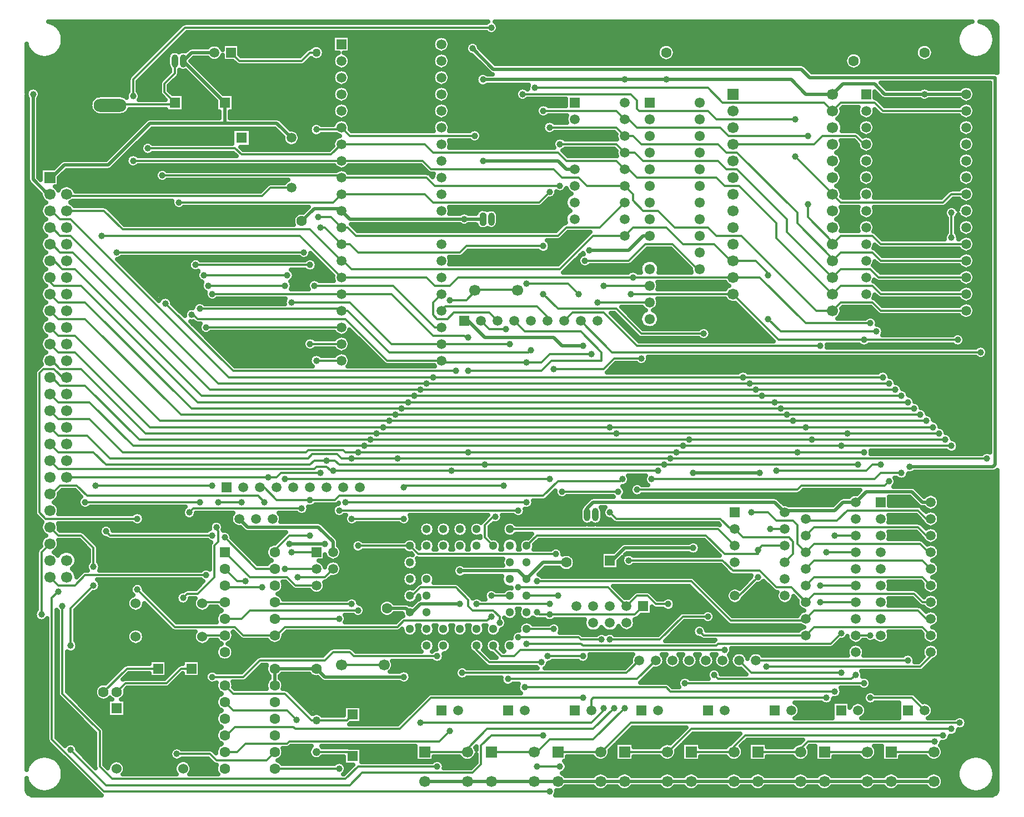
<source format=gbr>
G04 DipTrace 3.2.0.1*
G04 Bottom.gbr*
%MOMM*%
G04 #@! TF.FileFunction,Copper,L2,Bot*
G04 #@! TF.Part,Single*
%AMOUTLINE0*
4,1,8,
-0.5,-0.75,
-0.25,-1.0,
0.25,-1.0,
0.5,-0.75,
0.5,0.75,
0.25,1.0,
-0.25,1.0,
-0.5,0.75,
-0.5,-0.75,
0*%
G04 #@! TA.AperFunction,Conductor*
%ADD14C,0.5*%
%ADD15C,0.33*%
G04 #@! TA.AperFunction,CopperBalancing*
%ADD16C,0.635*%
G04 #@! TA.AperFunction,ComponentPad*
%ADD17R,1.6X1.6*%
%ADD18C,1.6*%
%ADD19C,1.5*%
%ADD20R,1.5X1.5*%
%ADD21O,4.5X2.0*%
%ADD22O,5.0X2.0*%
%ADD23O,2.0X4.5*%
%ADD24C,1.6*%
%ADD25C,3.5*%
%ADD26R,1.7X1.7*%
%ADD27C,1.7*%
%ADD28C,1.5*%
%ADD29C,1.27*%
%ADD30C,1.27*%
%ADD31C,1.524*%
%ADD32C,1.524*%
%ADD33O,1.0X2.0*%
%ADD34C,1.3*%
%ADD35O,1.6X1.5*%
%ADD36C,1.2192*%
G04 #@! TA.AperFunction,ViaPad*
%ADD37C,1.0*%
G04 #@! TA.AperFunction,ComponentPad*
%ADD90OUTLINE0*%
%FSLAX35Y35*%
G04*
G71*
G90*
G75*
G01*
G04 Bottom*
%LPD*%
X9328000Y4651250D2*
D14*
X8978750D1*
X8724750Y4397250D1*
X8597750Y4524250D1*
X7708750D1*
X6597500Y3952750D2*
X6883250D1*
X6946750Y3889250D1*
X6978500D1*
X7105500Y4016250D1*
X7708750D1*
X9994750Y4683000D2*
X10026500D1*
X10217000Y4873500D1*
X11264750D1*
Y6016500D2*
X12280750D1*
X14566750Y6111750D2*
X15836750D1*
X15868500Y6143500D1*
Y12049000D1*
X13042750D1*
X12915750Y12176000D1*
X8216750D1*
X7899250Y12493500D1*
X1200000Y11795000D2*
Y10493250D1*
X1422250Y10271000D1*
X1454000D1*
X14931000Y1312000D2*
X14281000D1*
X13915000D1*
X13265000D1*
X12899000D1*
X12249000D1*
X11883000D1*
X11233000D1*
X10867000D1*
X10217000D1*
X9851000D1*
X9201000D1*
X8835000D1*
X8185000D1*
X7819000D1*
X7169000D1*
X8058000Y9890000D2*
X7772250D1*
X6026000D1*
X5899000Y10017000D1*
X8058000Y10779000D2*
X9201000D1*
X9328000Y10652000D1*
X9455000D1*
X6851500Y2905000D2*
X5645000D1*
X5518000Y3032000D1*
X4883000D1*
Y2778000D1*
X3962250Y12430000D2*
X3613000D1*
X3486000Y12303000D1*
X1454000Y10525000D2*
Y10493250D1*
X1676250Y10715500D1*
X2343000D1*
X2978000Y11350500D1*
X4121000D1*
X4914750D1*
X5137000Y11128250D1*
X4121000Y11668000D2*
Y11350500D1*
X3486000Y12303000D2*
X4121000Y11668000D1*
X5295750Y9858250D2*
X5486250Y10048750D1*
X5867250D1*
X5899000Y10017000D1*
X15424000Y11795000D2*
X14789000D1*
X14185750D1*
X14027000Y11953750D1*
X13546750D1*
X13388000Y11795000D1*
X8058000Y12017250D2*
X10217000D1*
X10852000D1*
X12757000D1*
X12979250Y11795000D1*
X13388000D1*
X10598000Y9636000D2*
X10502750D1*
X10280500Y9413750D1*
X9677250D1*
X9582000Y7953250D2*
X9264500D1*
X9137500Y8080250D1*
X8089750D1*
X7835750Y8334250D1*
X7772250D1*
X14884250Y5571997D2*
X14757253D1*
X14598500Y5730750D1*
X13900003D1*
X13741250Y5571997D1*
X13550747D1*
X13423750Y5445000D1*
X12693500D1*
X12661750Y5413250D1*
X12503000Y5572000D1*
X9740750D1*
X9645500Y5476750D1*
Y5381500D1*
X5772000Y4810000D2*
Y4968750D1*
X5549750Y5191000D1*
X4470250D1*
X4343250Y5318000D1*
X7296000Y7477000D2*
D15*
X12023553D1*
X14154000D1*
X7296000D2*
X4184500D1*
X1771500Y9890000D1*
X1612750D1*
X1485750Y10017000D1*
X1454000D1*
X7200750Y7381750D2*
X12122000D1*
X14249250D1*
X7200750D2*
X4025750D1*
X1771500Y9636000D1*
X1612750D1*
X1454000Y9794750D1*
Y9763000D1*
X7105500Y7286500D2*
X12217250D1*
X14344500D1*
X7105500D2*
X3898750D1*
X1803250Y9382000D1*
X1612750D1*
X1454000Y9540750D1*
Y9509000D1*
X7010250Y7191250D2*
X12312500D1*
X14439750D1*
X7010250D2*
X3771750D1*
X1835000Y9128000D1*
X1644500D1*
X1454000Y9318500D1*
Y9255000D1*
X6915000Y7096000D2*
X12502410D1*
X14535000D1*
X6915000D2*
X3708250D1*
X1930250Y8874000D1*
X1517500D1*
X1390500Y9001000D1*
X1454000D1*
X6819750Y7000750D2*
X12598250D1*
X14630250D1*
X6819750D2*
X3613000D1*
X1993750Y8620000D1*
X1589180D1*
X1585090Y8615910D1*
X1454000Y8747000D1*
X6724500Y6905500D2*
X12693500D1*
X14725500D1*
X11868000Y11033000D2*
X13106250D1*
X13233250Y11160000D1*
X13741250D1*
X13868250Y11033000D1*
X13900000D1*
X6724500Y6905500D2*
X3454250D1*
X1993750Y8366000D1*
X1581000D1*
X1454000Y8493000D1*
X6629250Y6810250D2*
X12788750D1*
X14820750D1*
X6629250D2*
X3136750D1*
X1835000Y8112000D1*
X1581000D1*
X1454000Y8239000D1*
X6534000Y6715000D2*
X9994750D1*
X12979250D1*
X14916000D1*
X6534000D2*
X2978000D1*
X1835000Y7858000D1*
X1581000D1*
X1454000Y7985000D1*
X6438750Y6619750D2*
X10091010D1*
X13614250D1*
X15011250D1*
X6438750D2*
X2914500D1*
X1930250Y7604000D1*
X1612750D1*
X1454000Y7762750D1*
Y7731000D1*
X6343500Y6524500D2*
X11201250D1*
X13074500D1*
X15106500D1*
X6343500D2*
X2819250D1*
X1993750Y7350000D1*
X1612750D1*
X1454000Y7508750D1*
Y7477000D1*
X6248250Y6429250D2*
X11106000D1*
X13519000D1*
X15201750D1*
Y9604250D2*
Y9985250D1*
X6248250Y6429250D2*
X2724000D1*
X2057250Y7096000D1*
X1581000D1*
X1454000Y7223000D1*
X11010750Y6334000D2*
X7835750D1*
X6153000D1*
X5962500D1*
X5930750Y6365750D1*
X5391000D1*
X5359250Y6334000D1*
X2565250D1*
X2057250Y6842000D1*
X1581000D1*
X1454000Y6969000D1*
X11010750Y6334000D2*
X12852250D1*
X13868250D1*
X6057750Y6238750D2*
X6756620D1*
X10915500D1*
X15741500D1*
X6057750D2*
X5899000D1*
X5835500Y6302250D1*
X5454500D1*
X5391000Y6238750D1*
X2374750D1*
X2025500Y6588000D1*
X1581000D1*
X1454000Y6715000D1*
X5676750Y6207000D2*
X5803750D1*
X5867250Y6143500D1*
X8089750D1*
X10820250D1*
X13773000D1*
X5676750Y6207000D2*
X5486250D1*
X5422750Y6143500D1*
X2311250D1*
X2120750Y6334000D1*
X1581000D1*
X1454000Y6461000D1*
X10725000Y6048250D2*
X7581750D1*
X5772000D1*
X5740250D1*
X5676750Y6111750D1*
X5518000D1*
X5486250Y6080000D1*
X1581000D1*
X1454000Y6207000D1*
X5137000Y10366250D2*
X4819500D1*
X4692500Y10239250D1*
X1739750D1*
X1708000Y10271000D1*
X5518000Y11255250D2*
X5867250D1*
X5899000Y11287000D1*
X8216750Y4905250D2*
X8089750Y5032250D1*
Y5222750D1*
X8216750Y5349750D1*
X8248500D1*
X7931000Y11160000D2*
X6026000D1*
X5899000Y11287000D1*
X7962750Y3381250D2*
Y3317750D1*
X8153250Y3127250D1*
X8947000D1*
X13201500Y7953250D2*
X10407500D1*
X9899500Y8461250D1*
X9423250D1*
X9296250Y8334250D1*
X9074000Y4016250D2*
X7962750D1*
X15646250Y7858000D2*
X10026500D1*
X9550250Y8334250D1*
X8216750Y3381250D2*
Y3349500D1*
X8343750Y3222500D1*
X8534250D1*
X8629500Y3317750D1*
X11741000D1*
X11899750Y5159250D2*
X11836250D1*
X11677500Y5318000D1*
X10090000D1*
X9994750Y5413250D1*
X12661750Y4651250D2*
X12788750Y4778250D1*
Y4968750D1*
X12725250Y5032250D1*
X12026750D1*
X11899750Y5159250D1*
X7359500Y3222500D2*
X6089500D1*
X6026000Y3286000D1*
X5772000D1*
X5645000Y3159000D1*
X4660750D1*
X4406750Y2905000D1*
X3930500D1*
Y5064000D2*
X2374750D1*
X2311250Y5127500D1*
X7359500Y1539750D2*
X6153000D1*
X5962500Y1349250D1*
X2406500D1*
X2216000Y1539750D1*
Y2079500D1*
X1644500Y2651000D1*
Y3984500D1*
X8724750Y3635250D2*
X9137500D1*
X8978750Y2016000D2*
X8185000D1*
X8026250Y1857250D1*
Y1571500D1*
X7899250Y1444500D1*
X6216500D1*
X6026000Y1254000D1*
X2311250D1*
X1771500Y1793750D1*
Y3381250D2*
Y3952750D1*
X2120750Y4302000D1*
Y4587750D2*
Y4873500D1*
X1930250Y5064000D1*
X1581000D1*
X1454000Y5191000D1*
X1327000Y3857500D2*
Y4810000D1*
X1454000Y4937000D1*
X8724750Y4143250D2*
X9201000D1*
X9074000Y1158750D2*
X2279500D1*
X1485750Y1952500D1*
Y4111500D1*
X1581000Y4206750D1*
X5899000Y9255000D2*
X5930750D1*
X6057750Y9128000D1*
X9232750D1*
X9740750Y9636000D1*
X10217000D1*
X11868000Y9255000D2*
X11836250D1*
X11582250Y9509000D1*
X11106000D1*
X10852000Y9763000D1*
X10344000D1*
X10217000Y9636000D1*
X14058750Y8175500D2*
X12598250D1*
X12407750Y8366000D1*
Y9032750D2*
Y9064500D1*
X12217250Y9255000D1*
X11868000D1*
X1708000Y10017000D2*
X2279500D1*
X2565250Y9731250D1*
X5422750D1*
X5899000Y9255000D1*
X14884250Y5317997D2*
X14820753D1*
X14693750Y5445000D1*
X13614250D1*
X13455500Y5286250D1*
X13011000D1*
X12979250Y5318000D1*
X5899000Y9001000D2*
X7200750D1*
X7327750Y8874000D1*
X7550000D1*
X7677000Y9001000D1*
X10344000D1*
X11868000D1*
X12280750D1*
X12979250Y8302500D1*
X13963500D1*
X2247750Y9636000D2*
X5264000D1*
X5899000Y9001000D1*
X14884250Y5063997D2*
X14820753D1*
X14693750Y5191000D1*
X13106250D1*
X12979250Y5064000D1*
X5899000Y9763000D2*
X5994250D1*
X6121250Y9636000D1*
X9201000D1*
X9328000Y9763000D1*
X9836000D1*
X10217000Y10144000D1*
X10312250Y8747000D2*
X11868000D1*
X13868250Y8048500D2*
X12566500D1*
X11868000Y8747000D1*
X2470000Y9382000D2*
X5327500D1*
X5549750Y9921750D2*
X5740250D1*
X5899000Y9763000D1*
X14884250Y4810000D2*
X14852500D1*
X14725500Y4937000D1*
X13106250D1*
X12979250Y4810000D1*
X12153750Y5413250D2*
X12407750D1*
X12534750Y5286250D1*
X12788750D1*
X12852250Y5222750D1*
Y4937000D1*
X12979250Y4810000D1*
X13868250Y8048500D2*
X15297000D1*
X5899000Y10779000D2*
X7137250D1*
X7264250Y10652000D1*
X9137500D1*
X9264500Y10525000D1*
X9518500D1*
X9645500Y10398000D1*
X10217000D1*
X13388000Y8493000D2*
X13138000D1*
X11995000Y9636000D1*
X11614000D1*
X11487000Y9763000D1*
X10979000D1*
X10725000Y10017000D1*
X10502750D1*
X10344000Y10175750D1*
Y10271000D1*
X10217000Y10398000D1*
X15424000Y8493000D2*
X14122250D1*
X13995250Y8620000D1*
X13515000D1*
X13388000Y8493000D1*
X5899000Y10779000D2*
X2724000D1*
X14884250Y4555997D2*
Y4556000D1*
X14757250Y4683000D1*
X13106253D1*
X12979250Y4555997D1*
X5899000Y11033000D2*
X7169000D1*
X7296000Y10906000D1*
X9201000D1*
X9328000Y10779000D1*
X10090000D1*
X10217000Y10652000D1*
X10280500D1*
X10407500Y10525000D1*
X11614000D1*
X11741000Y10398000D1*
X11963250D1*
X12534750Y9826500D1*
Y9600250D1*
X13388000Y8747000D1*
X15424000D2*
X14122250D1*
X13995250Y8874000D1*
X13515000D1*
X13388000Y8747000D1*
X2946250Y10969500D2*
X4279750D1*
X4375000Y10874250D1*
X5740250D1*
X5899000Y11033000D1*
X14884250Y4301997D2*
Y4302000D1*
X14757250Y4429000D1*
X13106253D1*
X12979250Y4301997D1*
X5899000Y10525000D2*
X7200750D1*
X7327750Y10398000D1*
X9232750D1*
Y11033000D2*
X10090000D1*
X10217000Y10906000D1*
X10375750D1*
X10502750Y10779000D1*
X11645750D1*
X11772750Y10652000D1*
X11931500D1*
X12693500Y9890000D1*
Y9695500D1*
X13388000Y9001000D1*
X15424000D2*
X14090500D1*
X13963500Y9128000D1*
X13515000D1*
X13388000Y9001000D1*
X3168500Y10556750D2*
X5867250D1*
X5899000Y10525000D1*
X14884250Y4048000D2*
X14757250D1*
X14630250Y4175000D1*
X13106250D1*
X12979250Y4048000D1*
X9264500Y5730750D2*
X10121750D1*
X10280500Y4683000D2*
X11709250D1*
X11868000Y4524250D1*
X12280750D1*
X12534750Y4270250D1*
X12757000D1*
X12979250Y4048000D1*
X5899000Y10271000D2*
X7169000D1*
X7296000Y10144000D1*
X8915250D1*
X9074000Y10302750D1*
Y11287000D2*
X10090000D1*
X10217000Y11160000D1*
X10344000D1*
X10471000Y11033000D1*
X11645750D1*
X11772750Y10906000D1*
X11931500D1*
X12852250Y9985250D1*
Y9826500D1*
X13388000Y9290750D1*
Y9255000D1*
X15424000D2*
X14122250D1*
X13995250Y9382000D1*
X13515000D1*
X13388000Y9255000D1*
X3422500Y10144000D2*
X5772000D1*
X5899000Y10271000D1*
X14884250Y3793997D2*
X14820753D1*
X14693750Y3921000D1*
X13106253D1*
X12979250Y3793997D1*
X8883500Y4365500D2*
X11233000D1*
X11836250Y3762250D1*
X13010997D1*
X12979250Y3793997D1*
X15424000Y9509000D2*
X14122250D1*
X13995250Y9636000D1*
X13515000D1*
X13388000Y9509000D1*
X10217000Y11414000D2*
X10280500D1*
X10407500Y11287000D1*
X11677500D1*
X11804500Y11160000D1*
X13011000D1*
Y10112250D2*
Y9921750D1*
X13388000Y9544750D1*
Y9509000D1*
X3676500Y9191500D2*
X5422750D1*
X5581500Y9763000D2*
X5645000D1*
X5899000Y9509000D1*
X6026000D1*
X6153000Y9382000D1*
X7708750D1*
X7804000Y9477250D1*
X8978750D1*
Y11541000D2*
X10090000D1*
X10217000Y11414000D1*
X14884250Y3539997D2*
X14757247Y3667000D1*
X13106253D1*
X12979250Y3539997D1*
X11423503D1*
X11360000Y3603500D1*
X11423500Y8143750D2*
X10471000D1*
X10090000Y8524750D1*
X9201000D1*
X8978750Y8747000D1*
X8581000Y9255000D2*
D14*
X7931000D1*
X9455000Y9636000D2*
Y9477250D1*
X9232750Y9255000D1*
X8581000D1*
X7740500Y12684000D2*
X5010000D1*
X4756000Y12430000D1*
X10598000Y9382000D2*
X10344000Y9128000D1*
X10217000D1*
X9518500D1*
X3105000Y2022000D2*
X2432250D1*
X2279500Y2174750D1*
Y2426000D1*
X2273000D1*
X3105000Y2022000D2*
X3613000D1*
Y2778000D2*
X3867000Y3032000D1*
X4121000D1*
X4152750D1*
X4406750Y3286000D1*
X4883000D1*
X5518000D1*
X5645000D1*
X5899000Y3540000D1*
X6549000D1*
X14535000Y12430000D2*
X13931750D1*
X13804750Y12557000D1*
X13709500D1*
X11233000D1*
X11106000Y12430000D1*
X10852000Y12684000D1*
X7740500D1*
X11360000Y8366000D2*
X11741000D1*
X11868000Y8493000D1*
X13900000D2*
X13963500D1*
X14090500Y8366000D1*
X15773250D1*
X8312000Y9890000D2*
Y9731250D1*
X7454750D1*
X7423000Y9763000D1*
X9994750Y4937000D2*
X9359750D1*
X9328000Y4905250D1*
X6597500Y4206750D2*
Y4270250D1*
X6661000D1*
X6915000Y4524250D1*
X7073750D1*
X7200750Y4651250D1*
X8312000D1*
X7708750Y3381250D2*
Y3413000D1*
X7804000Y3508250D1*
X8343750D1*
X8470750Y3635250D1*
Y3730500D1*
X8502500Y3762250D1*
X9455000D1*
X9486750Y3730500D1*
X10502750D2*
X10375750Y3603500D1*
X9613750D1*
X9486750Y3730500D1*
X6549000Y3540000D2*
X6819750D1*
X6851500Y3508250D1*
X7581750D1*
X7708750Y3381250D1*
X14122250Y3286000D2*
X14090500D1*
X13963500Y3413000D1*
X13487250D1*
X13360250Y3286000D1*
X12979250D1*
X12661750Y3889250D2*
X11899750D1*
Y4397250D2*
Y4365500D1*
X11741000Y4524250D1*
X10756750D1*
X10153500D1*
X5772000Y4302000D2*
X6502250D1*
X6597500Y4206750D1*
X5105250Y4937000D2*
X5645000D1*
X10502750Y3730500D2*
X10756750D1*
X11296500Y7604000D2*
X10598000D1*
X10217000D1*
X10598000D2*
D3*
X1454000Y4429000D2*
D15*
Y4365500D1*
X1485750Y4397250D1*
X1581000Y4302000D1*
X1835000D1*
X1993750Y4460750D1*
X3835250D1*
Y8239000D2*
X5899000D1*
Y8747000D2*
X3930500D1*
Y5826000D2*
X2152500D1*
X5899000Y8747000D2*
X6661000D1*
X7296000Y8112000D1*
X7772250D1*
X7804000Y8080250D1*
X7835750D1*
Y7572250D2*
X8947000D1*
X9105750Y7731000D1*
X9867750D1*
Y7858000D1*
X9550250Y8175500D1*
X8693000D1*
X8534250Y8334250D1*
X10502750Y3984500D2*
X10375750Y3857500D1*
X9074000D1*
X8915250D1*
X8883500Y3889250D1*
X4121000Y2016000D2*
X4152750D1*
X4279750Y2143000D1*
X5168750D1*
X5200500Y2111250D1*
X6788000D1*
X7264250Y2587500D1*
X9582000D1*
Y3222500D2*
X9042250D1*
X6946750Y4905250D2*
X7073750Y4778250D1*
X9169250D1*
X4121000Y3794000D2*
X4375000D1*
X4502000Y3921000D1*
X6153000D1*
Y4905250D2*
X6946750D1*
X8597750Y4270250D2*
X9963000D1*
X10248750Y3984500D1*
X8883500Y1539750D2*
X9232750D1*
X10883750Y4016250D2*
X10693250D1*
X10566250Y4143250D1*
X10407500D1*
X10248750Y3984500D1*
X6946750Y4143250D2*
X6978500D1*
X7105500Y4270250D1*
X7645250D1*
X7835750Y4079750D1*
Y3984500D1*
X7899250Y3921000D1*
X8216750D1*
X8312000Y3825750D1*
Y3730500D1*
X8597750Y3508250D2*
X9518500D1*
X9550250Y3476500D1*
X9867750D1*
X4121000Y1762000D2*
X4311500D1*
X4438500Y1889000D1*
X5073500D1*
X5105250Y1920750D1*
X7391250D1*
X7550000Y2079500D1*
X4692500Y4270250D2*
X4152750D1*
X4121000Y4302000D1*
X5137000Y4810000D2*
X5518000D1*
X5041750Y4556000D2*
X5518000D1*
X5232250Y4429000D2*
X5645000D1*
X5772000Y4556000D1*
X13201497Y4301997D2*
X13741250D1*
X13201500Y4048000D2*
X13741250D1*
Y3539997D2*
X13963500D1*
Y2587500D2*
X14598500D1*
X14789000Y2397000D1*
X5518000Y12430000D2*
X5422750D1*
X5295750Y12303000D1*
X4343250D1*
X4216250Y12430000D1*
X8724750Y3413000D2*
X9550250D1*
X9582000Y3381250D1*
X11614000D1*
X11645750Y3413000D1*
X13360250D1*
X13519000Y3571750D1*
X8693000Y2746250D2*
X10852000D1*
X10915500Y2682750D1*
X13423750D1*
Y5063997D2*
X13741250D1*
X9709000Y2397000D2*
Y2555750D1*
X9740750Y2587500D1*
X13296750D1*
Y4810000D2*
X13741250D1*
X11137750Y2809750D2*
X13868250D1*
X7740500Y2968500D2*
X10248750D1*
X10439250Y3159000D1*
X8439000Y2873250D2*
X10407500D1*
X10693250Y3159000D1*
X13519000Y2968500D2*
X12153750D1*
X11963250Y3159000D1*
X12217250D2*
X14535000D1*
X7819000Y1762000D2*
X7169000D1*
X7819000D2*
Y1808750D1*
X8121500Y2111250D1*
X9740750D1*
X10058250Y2428750D1*
X10407500Y5762500D2*
X12852250D1*
X12915750Y5826000D1*
X14185750D1*
X14249250Y5889500D1*
X10867000Y1762000D2*
X10217000D1*
X10867000D2*
X10883750D1*
X11233000Y2111250D1*
X15201750D1*
X13915000Y1762000D2*
X13265000D1*
X8835000D2*
X8185000D1*
X8835000D2*
X8883500D1*
X9074000Y1952500D1*
X9740750D1*
X10217000Y2428750D1*
X10629750Y5921250D2*
X14027000D1*
X14122250Y6016500D1*
X14439750D1*
X12899000Y1762000D2*
X12249000D1*
X12899000D2*
Y1808750D1*
X13011000Y1920750D1*
X14947750D1*
X14281000Y1762000D2*
X14931000D1*
X9851000D2*
X9201000D1*
X9851000D2*
X9867750D1*
X10312250Y2206500D1*
X15328750D1*
X11883000Y1762000D2*
X11233000D1*
X11883000D2*
Y1840500D1*
X12058500Y2016000D1*
X15074750D1*
X4438500Y4365500D2*
X4311500D1*
X4121000Y4556000D1*
X5518000Y2244600D2*
X5448150D1*
X5041750Y2651000D1*
X4248000D1*
X4121000Y2778000D1*
X5518000Y2244600D2*
X5984600D1*
X6072000Y2332000D1*
X5219073Y2251427D2*
X5073500Y2397000D1*
X4248000D1*
X4121000Y2524000D1*
X5518000Y1762000D2*
X6007000D1*
X6072000Y1697000D1*
X4121000Y4048000D2*
X3801000D1*
X3780000Y4027000D1*
X4121000Y3540000D2*
X3801000D1*
X3780000Y3519000D1*
X3613000Y3032000D2*
X3454250D1*
X3232000Y2809750D1*
X2606750D1*
X2473000Y2676000D1*
X3105000Y3032000D2*
X2629000D1*
X2273000Y2676000D1*
X13741250Y2936750D2*
X13677750Y2873250D1*
X11645750D1*
X11582250Y2936750D1*
X14884250Y3286000D2*
Y3222500D1*
X14725500Y3063750D1*
X12376000D1*
X14122250Y6143500D2*
X13995250D1*
X13900000Y6048250D1*
X12534750D1*
X12661750Y5159250D2*
X12439500D1*
X5899000Y8493000D2*
Y8524750D1*
X3740000D1*
Y5572000D2*
X1993750D1*
X5899000Y8493000D2*
X5994250D1*
X6629250Y7858000D1*
X8756500D1*
X8788250Y7889750D1*
X9899500Y8874000D2*
X10598000D1*
X4883000Y4810000D2*
Y4841750D1*
X5105250Y5064000D1*
X5422750D1*
Y5603750D2*
X4914750D1*
X4724250Y5794250D1*
X4660750D1*
X5422750Y5603750D2*
X5803750D1*
X5867250Y5667250D1*
X8978750D1*
X9201000Y5889500D1*
X10153500D1*
X10185250Y5921250D1*
X9804250Y8620000D2*
X10598000D1*
X4883000Y4556000D2*
X4597250D1*
X4121000Y5032250D1*
X4025750Y5572000D2*
X4375000D1*
X5041750Y5921250D2*
X9074000D1*
X9137500Y7604000D2*
X9899500D1*
X10058250Y7762750D1*
X10471000D1*
X2373000Y11626000D2*
Y11636250D1*
X3327250D1*
X3359000Y11668000D1*
X3200250Y11826750D1*
Y11953750D1*
X3359000Y12112500D1*
Y12303000D1*
X9042250Y8334250D2*
Y8397750D1*
X8883500Y8556500D1*
X7486500D1*
X7423000Y8493000D1*
X1708000Y5953000D2*
X4787750D1*
X7423000Y8239000D2*
X7327750D1*
X6692750Y8874000D1*
X5486250D1*
X5581500Y6016500D2*
X4978250D1*
X4914750Y5953000D1*
X4787750D1*
X1454000Y5699000D2*
Y5667250D1*
X1612750Y5826000D1*
X1866750D1*
X2025500Y5667250D1*
X4629000D1*
X4724250Y5572000D1*
X8280250Y8334250D2*
X8153250Y8461250D1*
X7613500D1*
X7518250Y8366000D1*
X7359500D1*
X7296000Y8429500D1*
Y8620000D1*
X7423000Y8747000D1*
X8375500Y5826000D2*
X6883250D1*
X6851500Y5794250D1*
Y5318000D2*
X6057750D1*
Y4016250D2*
X4914750D1*
X4883000Y4048000D1*
X7931000Y8805000D2*
Y8810500D1*
X8581000D1*
Y8805000D1*
X7550000Y8651750D2*
X7804003D1*
X7944127Y8791873D1*
X7931000Y8805000D1*
Y8747000D2*
Y8805000D1*
X8026250Y8334250D2*
X8153250Y8207250D1*
X8407250D1*
X8185000Y12811000D2*
X3517750D1*
X2724000Y12017250D1*
Y11763250D1*
X3994000Y5191000D2*
Y5159250D1*
X4025750Y5127500D1*
Y4968750D1*
X3962250Y4905250D1*
Y4429000D1*
X3708250Y4175000D1*
X3549500D1*
X3486000Y4111500D1*
X3390750Y1730250D2*
X3898750D1*
X3994000Y1635000D1*
X4756000D1*
X4883000Y1762000D1*
X3803500Y9032750D2*
X5073500D1*
X5518000Y7731000D2*
X5899000D1*
X4883000Y3540000D2*
X4914750D1*
X5041750Y3667000D1*
X6756250D1*
X6851500Y3762250D1*
X8121500D1*
X8185000Y3825750D1*
Y4143250D2*
X8470750D1*
X4883000Y3540000D2*
X4406750D1*
X4279750Y3667000D1*
X3359000D1*
X2787500Y4238500D1*
Y5318000D2*
X1390500D1*
X1295250Y5413250D1*
Y7540500D1*
X1358750Y7604000D1*
X1517500D1*
X1708000Y7413500D1*
Y7477000D1*
X7645250Y7572250D2*
X4248000D1*
X3216127Y8604127D1*
X3867000Y8874000D2*
X5041750D1*
X5422750Y7985000D2*
X5899000D1*
X4883000Y3794000D2*
X5867250D1*
X8597750Y5445000D2*
X5867250D1*
X6549000Y3090000D2*
X5899000D1*
X5518000Y4302000D2*
X5200500D1*
X5073500Y4429000D1*
X4502000D1*
X4121000Y4810000D1*
X11360000Y9128000D2*
X11328250D1*
X10947250Y9509000D1*
X10534500D1*
X10280500Y9255000D1*
X9613750D1*
X11487000Y3825750D2*
X11106000D1*
X10756750Y3476500D1*
X9994750D1*
X9899500Y2428750D2*
X9915377Y2412873D1*
X9709000Y2206500D1*
X7105500D1*
X15424000Y10271000D2*
X15201750D1*
X15074750Y10144000D1*
X13515000D1*
X13388000Y10271000D1*
X3613000Y8429500D2*
X3644750D1*
X3708250Y8366000D1*
X5962500D1*
X6597500Y7731000D1*
X7423000D1*
X8724750Y7699250D2*
X7454750D1*
X7423000Y7731000D1*
X8724750Y5572000D2*
X5962500D1*
X5867250Y1508000D2*
X4883000D1*
X11899750Y4143250D2*
X11963250D1*
X12249000Y4429000D1*
Y4841750D2*
X12312500Y4905250D1*
X12661750D1*
X8724750D2*
X8883500Y5064000D1*
X11455250D1*
X11741000Y4778250D1*
X12249000D1*
Y4841750D1*
X13388000Y10271000D2*
Y10275000D1*
X12820500Y10842500D1*
Y11414000D2*
X11614000D1*
X11487000Y11541000D1*
X10439250D1*
X10407500Y11572750D1*
Y11699750D1*
X10312250Y11795000D1*
X8661250D1*
X8724750Y8905750D2*
X9359750D1*
X9518500Y8747000D1*
X9709000Y7826250D2*
X9074000D1*
X8947000Y7699250D1*
X8724750D1*
X15424000Y11541000D2*
X14154000D1*
X14027000Y11668000D1*
X13515000D1*
X13388000Y11541000D1*
X7423000Y7985000D2*
X6661000D1*
X6026000Y8620000D1*
X5137000D1*
X5295750Y5476750D2*
X3644750D1*
X3581250Y5413250D1*
X8470750Y7985000D2*
X7423000D1*
X8470750Y5159250D2*
X11645750D1*
X11899750Y4905250D1*
X8851750Y11890250D2*
X11487000D1*
X11709250Y11668000D1*
X13261000D1*
X13388000Y11541000D1*
D37*
X7708750Y4524250D3*
Y4016250D3*
X11264750Y4873500D3*
Y6016500D3*
X12280750D3*
X14566750Y6111750D3*
X7899250Y12493500D3*
X1200000Y11795000D3*
X8058000Y10779000D3*
X6851500Y2905000D3*
X8058000Y12017250D3*
X14789000Y11795000D3*
X9677250Y9413750D3*
X10852000Y12017250D3*
X9582000Y7953250D3*
X10217000Y12017250D3*
X7772250Y9890000D3*
X7296000Y7477000D3*
X14154000D3*
X12023553D3*
X7296000D3*
X7200750Y7381750D3*
X14249250D3*
X12122000D3*
X7200750D3*
X7105500Y7286500D3*
X14344500D3*
X12217250D3*
X7105500D3*
X7010250Y7191250D3*
X14439750D3*
X12312500D3*
X7010250D3*
X6915000Y7096000D3*
X14535000D3*
X12502410D3*
X6915000D3*
X6819750Y7000750D3*
X14630250D3*
X12598250D3*
X6819750D3*
X6724500Y6905500D3*
X14725500D3*
X12693500D3*
X6724500D3*
X6629250Y6810250D3*
X14820750D3*
X12788750D3*
X6629250D3*
X6534000Y6715000D3*
X14916000D3*
X12979250D3*
X9994750D3*
X6534000D3*
X6438750Y6619750D3*
X15011250D3*
X13614250D3*
X10091010D3*
X6438750D3*
X6343500Y6524500D3*
X15106500D3*
X13074500D3*
X11201250D3*
X6343500D3*
X6248250Y6429250D3*
X15201750D3*
Y9604250D3*
Y9985250D3*
X13519000Y6429250D3*
X11106000D3*
X6248250D3*
X11010750Y6334000D3*
X6153000D3*
X7835750D3*
X13868250D3*
X11010750D3*
X12852250D3*
X6057750Y6238750D3*
X15741500D3*
X10915500D3*
X6057750D3*
X6756620D3*
X5676750Y6207000D3*
X13773000Y6143500D3*
X10820250D3*
X5676750Y6207000D3*
X8089750Y6143500D3*
X10725000Y6048250D3*
X5772000D3*
X7581750D3*
X5518000Y11255250D3*
X8248500Y5349750D3*
X7931000Y11160000D3*
X8947000Y3127250D3*
X13201500Y7953250D3*
X9074000Y4016250D3*
X7962750D3*
X15646250Y7858000D3*
X11741000Y3317750D3*
X9994750Y5413250D3*
X7359500Y3222500D3*
X3930500Y2905000D3*
Y5064000D3*
X2311250Y5127500D3*
X7359500Y1539750D3*
X1644500Y3984500D3*
X9137500Y3635250D3*
X8978750Y2016000D3*
X1771500Y1793750D3*
Y3381250D3*
X2120750Y4302000D3*
Y4587750D3*
X1327000Y3857500D3*
X9201000Y4143250D3*
X9074000Y1158750D3*
X1581000Y4206750D3*
X14058750Y8175500D3*
X12407750Y8366000D3*
Y9032750D3*
X10344000Y9001000D3*
X13963500Y8302500D3*
X2247750Y9636000D3*
X13963500Y8302500D3*
X10312250Y8747000D3*
X13868250Y8048500D3*
X2470000Y9382000D3*
X5327500D3*
X5549750Y9921750D3*
X12153750Y5413250D3*
X15297000Y8048500D3*
X13868250D3*
X2724000Y10779000D3*
X2946250Y10969500D3*
X9232750Y10398000D3*
Y11033000D3*
X3168500Y10556750D3*
X9264500Y5730750D3*
X10121750D3*
X10280500Y4683000D3*
X9232750Y10398000D3*
X9074000Y10302750D3*
Y11287000D3*
X3422500Y10144000D3*
X8883500Y4365500D3*
X9074000Y10302750D3*
X13011000Y11160000D3*
Y10112250D3*
X3676500Y9191500D3*
X5422750D3*
X5581500Y9763000D3*
X8978750Y9477250D3*
Y11541000D3*
X11360000Y3603500D3*
X11423500Y8143750D3*
X8978750Y8747000D3*
Y9477250D3*
X7740500Y12684000D3*
X9518500Y9128000D3*
X3613000Y2778000D3*
X7740500Y12684000D3*
X15773250Y8366000D3*
X8312000Y4651250D3*
D3*
X10153500Y4524250D3*
X5105250Y4937000D3*
X5645000D3*
X10756750Y3730500D3*
Y4524250D3*
X11296500Y7604000D3*
X10217000D3*
Y9128000D3*
X3835250Y4460750D3*
Y8239000D3*
X3930500Y8747000D3*
Y5826000D3*
X2152500D3*
X7835750Y8080250D3*
Y7572250D3*
X8883500Y3889250D3*
X9582000Y2587500D3*
Y3222500D3*
X9042250D3*
X9074000Y3857500D3*
X9169250Y4778250D3*
X6153000Y3921000D3*
Y4905250D3*
X8597750Y4270250D3*
X8883500Y1539750D3*
X9232750D3*
X10883750Y4016250D3*
X8312000Y3730500D3*
X8597750Y3508250D3*
X9867750Y3476500D3*
X7550000Y2079500D3*
X4692500Y4270250D3*
X5137000Y4810000D3*
X5041750Y4556000D3*
X5232250Y4429000D3*
X13201497Y4301997D3*
X13201500Y4048000D3*
X13963500Y3539997D3*
Y2587500D3*
X8724750Y3413000D3*
X13519000Y3571750D3*
X8693000Y2746250D3*
X13423750Y2682750D3*
Y5063997D3*
X13296750Y2587500D3*
Y4810000D3*
X11137750Y2809750D3*
X13868250D3*
X7740500Y2968500D3*
X8439000Y2873250D3*
X13519000Y2968500D3*
X14535000Y3159000D3*
X10058250Y2428750D3*
X10407500Y5762500D3*
X14249250Y5889500D3*
X15201750Y2111250D3*
X10217000Y2428750D3*
X10629750Y5921250D3*
X14439750Y6016500D3*
X14947750Y1920750D3*
X15328750Y2206500D3*
X15074750Y2016000D3*
X4438500Y4365500D3*
X5219073Y2251427D3*
X13741250Y2936750D3*
X11582250D3*
X12376000Y3063750D3*
X14122250Y6143500D3*
X12534750Y6048250D3*
X12439500Y5159250D3*
X3740000Y8524750D3*
Y5572000D3*
X1993750D3*
X8788250Y7889750D3*
X9899500Y8874000D3*
X5422750Y5064000D3*
Y5603750D3*
X10185250Y5921250D3*
X5422750Y5603750D3*
X9804250Y8620000D3*
X4121000Y5032250D3*
X4025750Y5572000D3*
X4375000D3*
X5041750Y5921250D3*
X9074000D3*
X9137500Y7604000D3*
X10471000Y7762750D3*
X4787750Y5953000D3*
X5486250Y8874000D3*
X5581500Y6016500D3*
X4724250Y5572000D3*
X8375500Y5826000D3*
X6851500Y5794250D3*
Y5318000D3*
X6057750D3*
Y4016250D3*
X7550000Y8651750D3*
X8407250Y8207250D3*
X8185000Y12811000D3*
X2724000Y11763250D3*
X3994000Y5191000D3*
X3486000Y4111500D3*
X3390750Y1730250D3*
X3803500Y9032750D3*
X5073500D3*
X5518000Y7731000D3*
X8185000Y3825750D3*
Y4143250D3*
X2787500Y4238500D3*
Y5318000D3*
X7645250Y7572250D3*
X3216127Y8604127D3*
X3867000Y8874000D3*
X5041750D3*
X5422750Y7985000D3*
X5867250Y3794000D3*
X8597750Y5445000D3*
X5867250D3*
X9613750Y9255000D3*
X11487000Y3825750D3*
X9994750Y3476500D3*
X9899500Y2428750D3*
X7105500Y2206500D3*
X3613000Y8429500D3*
X8724750Y7699250D3*
X5962500Y5572000D3*
X5867250Y1508000D3*
X8724750Y5572000D3*
X12249000Y4429000D3*
Y4841750D3*
D3*
X12820500Y10842500D3*
Y11414000D3*
X8661250Y11795000D3*
X8724750Y8905750D3*
X9518500Y8747000D3*
X9709000Y7826250D3*
X8724750Y7699250D3*
X5137000Y8620000D3*
X5295750Y5476750D3*
X3581250Y5413250D3*
X8470750Y7985000D3*
X3581250Y5413250D3*
X8851750Y11890250D3*
X4978250Y7889750D3*
X11868000Y7635750D3*
X13296750Y7667500D3*
X15709750Y5794250D3*
X3295500Y9255000D3*
X5454500Y9032750D3*
X3740000Y4778250D3*
X3930500Y2397000D3*
X3105000Y4778250D3*
X3200250Y4079750D3*
X6597500Y2651000D3*
X6248250Y2778000D3*
X4597250Y2809750D3*
X5168750Y1698500D3*
X1771500Y1254000D3*
X8248500Y2746250D3*
X7677000Y1571500D3*
X8851750Y12747500D3*
X15170000Y5699000D3*
X15709750Y3794000D3*
Y3190750D3*
Y2301750D3*
X15678000Y2873250D3*
X15709750Y4397250D3*
X15138250Y3635250D3*
X5232250Y7889750D3*
X5645000Y5349750D3*
X9137500Y5540250D3*
X10598000Y7604000D3*
X11677500Y8874000D3*
X10280500Y12811000D3*
X11741000Y12779250D3*
X13265000Y12811000D3*
X8820000Y12430000D3*
X10248750Y12461750D3*
X11741000D3*
X13265000Y12430000D3*
X14884250Y5921250D3*
X3644750Y8302500D3*
X3740000Y5286250D3*
X1564159Y12839083D2*
D16*
X3438907D1*
X8292088D2*
X15381836D1*
X15764224D2*
X15886237D1*
X1618299Y12775917D2*
X3375742D1*
X8289901D2*
X15327696D1*
X15818273D2*
X15895899D1*
X1647739Y12712750D2*
X3312578D1*
X3526346D2*
X8142761D1*
X8227192D2*
X15298255D1*
X15847804D2*
X15895899D1*
X1660409Y12649583D2*
X3249414D1*
X3463182D2*
X5763034D1*
X6034953D2*
X7326003D1*
X7519992D2*
X15285586D1*
X15860474D2*
X15895899D1*
X1658677Y12586417D2*
X3186250D1*
X3400018D2*
X5763034D1*
X6034953D2*
X7290456D1*
X7555539D2*
X7844896D1*
X7953573D2*
X15287318D1*
X15858651D2*
X15895899D1*
X1642088Y12523250D2*
X3123086D1*
X3336854D2*
X3865925D1*
X4352219D2*
X5439193D1*
X5596815D2*
X5763034D1*
X6034953D2*
X7291550D1*
X7554445D2*
X7792670D1*
X8005890D2*
X10748620D1*
X10955370D2*
X14685573D1*
X14892414D2*
X15303907D1*
X15842062D2*
X15895899D1*
X1104146Y12460083D2*
X1138477D1*
X1607453D2*
X3059922D1*
X3273690D2*
X3524219D1*
X4352219D2*
X5345951D1*
X5638560D2*
X5763034D1*
X6034953D2*
X7330651D1*
X7515344D2*
X7793763D1*
X8051554D2*
X10714440D1*
X10989549D2*
X14651485D1*
X14926502D2*
X15338542D1*
X15807518D2*
X15895899D1*
X1104146Y12396917D2*
X1202097D1*
X1543924D2*
X2996758D1*
X3210526D2*
X3257709D1*
X4356229D2*
X5282787D1*
X5637739D2*
X5803321D1*
X5994666D2*
X7327370D1*
X7518625D2*
X7852735D1*
X8114719D2*
X10715170D1*
X10988820D2*
X13606771D1*
X13812245D2*
X14652214D1*
X14925773D2*
X15402071D1*
X15743989D2*
X15895899D1*
X1104146Y12333750D2*
X2933594D1*
X3147362D2*
X3248047D1*
X3635630D2*
X3869115D1*
X5592804D2*
X5766771D1*
X6031216D2*
X7290729D1*
X7555265D2*
X7940052D1*
X8177883D2*
X10751537D1*
X10952453D2*
X13572136D1*
X13846880D2*
X14688581D1*
X14889406D2*
X15895899D1*
X1104146Y12270583D2*
X2870430D1*
X3084198D2*
X3248047D1*
X3637362D2*
X4268789D1*
X5370226D2*
X5767136D1*
X6030851D2*
X7291185D1*
X7554810D2*
X8003216D1*
X8241047D2*
X13572500D1*
X13846515D2*
X15895899D1*
X1104146Y12207417D2*
X2807266D1*
X3021034D2*
X3258529D1*
X3700526D2*
X5805144D1*
X5992844D2*
X7329102D1*
X7516893D2*
X8066380D1*
X13003234D2*
X13608412D1*
X13810604D2*
X15895899D1*
X1104146Y12144250D2*
X2744102D1*
X2957870D2*
X3281589D1*
X3436476D2*
X3525860D1*
X3763690D2*
X5804779D1*
X5993208D2*
X7328737D1*
X7517258D2*
X8129636D1*
X13066398D2*
X15895899D1*
X1104146Y12081083D2*
X2680938D1*
X2894705D2*
X3220703D1*
X3429094D2*
X3589024D1*
X3826854D2*
X5767136D1*
X6030942D2*
X7291094D1*
X7554901D2*
X7968763D1*
X1104146Y12017917D2*
X2646576D1*
X2831541D2*
X3157539D1*
X3371307D2*
X3652188D1*
X3890018D2*
X5766862D1*
X6031125D2*
X7290821D1*
X7555174D2*
X7947071D1*
X1104146Y11954750D2*
X2646576D1*
X2801463D2*
X3122813D1*
X3308143D2*
X3715352D1*
X3953182D2*
X5803685D1*
X5994302D2*
X7327735D1*
X7518260D2*
X7967761D1*
X14144927D2*
X15782604D1*
X1104146Y11891583D2*
X1153516D1*
X1246515D2*
X2646576D1*
X2801463D2*
X3122813D1*
X3277700D2*
X3778516D1*
X4016346D2*
X5806237D1*
X5991750D2*
X7330287D1*
X7515708D2*
X8614805D1*
X8707713D2*
X8740860D1*
X14208091D2*
X14742539D1*
X14835448D2*
X15331250D1*
X15516763D2*
X15782604D1*
X1305487Y11828417D2*
X2635821D1*
X2812127D2*
X3122813D1*
X3305500D2*
X3841680D1*
X4079510D2*
X5767409D1*
X6030578D2*
X7291459D1*
X7554536D2*
X8555834D1*
X15555591D2*
X15782604D1*
X1306580Y11765250D2*
X2149558D1*
X2834914D2*
X3154896D1*
X3499914D2*
X3904844D1*
X4261984D2*
X5766498D1*
X6031489D2*
X7290547D1*
X7555448D2*
X8554649D1*
X14035916D2*
X14096589D1*
X15556502D2*
X15782604D1*
X1285982Y11702083D2*
X2082110D1*
X3499914D2*
X3968008D1*
X4261984D2*
X5802318D1*
X5995669D2*
X7326276D1*
X7519719D2*
X8606875D1*
X8715643D2*
X9319089D1*
X14099810D2*
X14734610D1*
X14843377D2*
X15327331D1*
X15520682D2*
X15782604D1*
X1285982Y11638917D2*
X2062604D1*
X3499914D2*
X3980039D1*
X4261984D2*
X5807787D1*
X5990200D2*
X7331745D1*
X7514250D2*
X8935638D1*
X9021893D2*
X9319089D1*
X14162974D2*
X15332800D1*
X15515213D2*
X15782604D1*
X1285982Y11575750D2*
X2070443D1*
X3499914D2*
X3980039D1*
X4261984D2*
X5767774D1*
X6030213D2*
X7291823D1*
X7554172D2*
X8873750D1*
X13529601D2*
X13768828D1*
X15555226D2*
X15782604D1*
X1285982Y11512583D2*
X2111641D1*
X2634393D2*
X4035091D1*
X4206932D2*
X5766224D1*
X6031763D2*
X7290183D1*
X7555812D2*
X8871745D1*
X13531060D2*
X13767188D1*
X14032817D2*
X14075534D1*
X15556776D2*
X15782604D1*
X1285982Y11449417D2*
X4035091D1*
X4206932D2*
X5800951D1*
X5997036D2*
X7325000D1*
X7520995D2*
X8921875D1*
X9035656D2*
X9324011D1*
X13499705D2*
X13802005D1*
X13998000D2*
X15325964D1*
X15522049D2*
X15782604D1*
X1285982Y11386250D2*
X2894857D1*
X4997896D2*
X5809336D1*
X5988651D2*
X7333295D1*
X7512700D2*
X9034623D1*
X9113312D2*
X9322097D1*
X13509823D2*
X13810300D1*
X13989705D2*
X15334349D1*
X15513664D2*
X15782604D1*
X1285982Y11323083D2*
X2831693D1*
X5061060D2*
X5432084D1*
X6029849D2*
X7292188D1*
X7553807D2*
X8969453D1*
X13542271D2*
X13769193D1*
X14030812D2*
X15293151D1*
X15554771D2*
X15782604D1*
X1285982Y11259917D2*
X2768529D1*
X3006359D2*
X4226315D1*
X4523664D2*
X4886394D1*
X5124224D2*
X5407201D1*
X6032948D2*
X7289909D1*
X7556086D2*
X7893750D1*
X7968247D2*
X8966628D1*
X13544185D2*
X13766914D1*
X14033091D2*
X15290964D1*
X15557049D2*
X15782604D1*
X1285982Y11196750D2*
X2705365D1*
X2943195D2*
X4226315D1*
X4523664D2*
X4949558D1*
X5253377D2*
X5424974D1*
X8035239D2*
X9014753D1*
X9133182D2*
X10073321D1*
X13999367D2*
X15324688D1*
X15523325D2*
X15782604D1*
X1285982Y11133583D2*
X2642201D1*
X2880031D2*
X4226315D1*
X4523664D2*
X5001146D1*
X5272791D2*
X5810977D1*
X8038521D2*
X9197774D1*
X9267804D2*
X10083802D1*
X13988065D2*
X15335899D1*
X15512023D2*
X15782604D1*
X1285982Y11070417D2*
X2579037D1*
X2816867D2*
X2912448D1*
X2980109D2*
X4226315D1*
X4523664D2*
X5014636D1*
X5259302D2*
X5768594D1*
X7553442D2*
X7870690D1*
X7991307D2*
X9128776D1*
X13528872D2*
X13723985D1*
X14030448D2*
X15293607D1*
X15554406D2*
X15782604D1*
X1285982Y11007250D2*
X2515873D1*
X2753703D2*
X2842357D1*
X4523664D2*
X5084271D1*
X5189758D2*
X5765677D1*
X7556359D2*
X9125039D1*
X13531515D2*
X13766641D1*
X14033364D2*
X15290599D1*
X15557323D2*
X15782604D1*
X1285982Y10944083D2*
X2452709D1*
X2690448D2*
X2838438D1*
X9294146D2*
X10072045D1*
X13501984D2*
X13799362D1*
X14000643D2*
X15323412D1*
X15524601D2*
X15782604D1*
X1285982Y10880917D2*
X2389545D1*
X2627284D2*
X2694154D1*
X2753885D2*
X2884284D1*
X3008182D2*
X4261407D1*
X9332974D2*
X10083529D1*
X13489771D2*
X13813581D1*
X13986424D2*
X15337630D1*
X15510383D2*
X15782604D1*
X1285982Y10817750D2*
X2326380D1*
X2564120D2*
X2620508D1*
X13528416D2*
X13770013D1*
X14029992D2*
X15293972D1*
X15554041D2*
X15782604D1*
X1285982Y10754583D2*
X1596394D1*
X2500955D2*
X2615951D1*
X13531789D2*
X13766367D1*
X14033638D2*
X15290417D1*
X15557596D2*
X15782604D1*
X1285982Y10691417D2*
X1533229D1*
X2437791D2*
X2660521D1*
X2787518D2*
X5797123D1*
X6000864D2*
X7117917D1*
X13503078D2*
X13798177D1*
X14001828D2*
X15322136D1*
X15525877D2*
X15782604D1*
X1707896Y10628250D2*
X3085808D1*
X3251177D2*
X5814349D1*
X5983638D2*
X7181081D1*
X13488312D2*
X13815313D1*
X13984692D2*
X15339362D1*
X15508651D2*
X15782604D1*
X1644732Y10565083D2*
X3057917D1*
X13528052D2*
X13770378D1*
X14029627D2*
X15294427D1*
X15553586D2*
X15782604D1*
X1599979Y10501917D2*
X3073047D1*
X13532062D2*
X13766094D1*
X14033911D2*
X15290144D1*
X15557870D2*
X15782604D1*
X1599979Y10438750D2*
X5023203D1*
X13504080D2*
X13796901D1*
X14003104D2*
X15320951D1*
X15527062D2*
X15782604D1*
X1104146Y10375583D2*
X1198724D1*
X1552765D2*
X1609154D1*
X1806789D2*
X4721966D1*
X13486763D2*
X13817136D1*
X13982870D2*
X15341094D1*
X15506919D2*
X15782604D1*
X1104146Y10312417D2*
X1261888D1*
X1847622D2*
X4658802D1*
X9299250D2*
X9351354D1*
X13527687D2*
X13770834D1*
X14029172D2*
X15136289D1*
X15553130D2*
X15782604D1*
X1104146Y10249250D2*
X1309740D1*
X9170187D2*
X9352904D1*
X13532245D2*
X13765912D1*
X14034094D2*
X15073125D1*
X15558143D2*
X15782604D1*
X1104146Y10186083D2*
X1336901D1*
X9064185D2*
X9312709D1*
X15223729D2*
X15319766D1*
X15528247D2*
X15782604D1*
X1104146Y10122917D2*
X1356771D1*
X1805239D2*
X3313672D1*
X9001021D2*
X9307969D1*
X15160565D2*
X15343008D1*
X15505005D2*
X15782604D1*
X1104146Y10059750D2*
X1314753D1*
X2343638D2*
X3354141D1*
X3490799D2*
X5378308D1*
X7551711D2*
X9333946D1*
X13527232D2*
X13771289D1*
X14028716D2*
X15121979D1*
X15552674D2*
X15782604D1*
X1104146Y9996583D2*
X1309558D1*
X2406802D2*
X5315144D1*
X7557362D2*
X7957097D1*
X8279328D2*
X9354362D1*
X13532427D2*
X13765638D1*
X14034367D2*
X15091446D1*
X15558325D2*
X15782604D1*
X1104146Y9933417D2*
X1335808D1*
X2469966D2*
X5177787D1*
X8295916D2*
X9313164D1*
X13506177D2*
X13794623D1*
X14005383D2*
X15104571D1*
X15529341D2*
X15782604D1*
X1104146Y9870250D2*
X1358321D1*
X2533130D2*
X5155365D1*
X8295916D2*
X9307696D1*
X13483664D2*
X13820873D1*
X13979133D2*
X15124349D1*
X15279146D2*
X15344922D1*
X15503091D2*
X15782604D1*
X1104146Y9807083D2*
X1315209D1*
X2596294D2*
X5164935D1*
X6057010D2*
X7702162D1*
X7842375D2*
X7947617D1*
X8290630D2*
X9265222D1*
X13526776D2*
X13771745D1*
X14028169D2*
X15124349D1*
X15552219D2*
X15782604D1*
X1104146Y9743917D2*
X1309375D1*
X6120265D2*
X7997383D1*
X8232661D2*
X9202058D1*
X13532609D2*
X13765456D1*
X14034549D2*
X15124349D1*
X15558508D2*
X15782604D1*
X1104146Y9680750D2*
X1334896D1*
X9352661D2*
X9678568D1*
X14057427D2*
X15124076D1*
X15279419D2*
X15317487D1*
X15530526D2*
X15782604D1*
X1104146Y9617583D2*
X1359961D1*
X9289497D2*
X9615404D1*
X14120591D2*
X15091628D1*
X15311867D2*
X15346927D1*
X15501086D2*
X15782604D1*
X1104146Y9554417D2*
X1315664D1*
X9055708D2*
X9552240D1*
X15551763D2*
X15782604D1*
X1104146Y9491250D2*
X1309193D1*
X9088794D2*
X9489076D1*
X15558690D2*
X15782604D1*
X1104146Y9428083D2*
X1333894D1*
X9077401D2*
X9425912D1*
X10560435D2*
X10921250D1*
X14056060D2*
X15316394D1*
X15531528D2*
X15782604D1*
X1104146Y9364917D2*
X1361602D1*
X7798534D2*
X9362748D1*
X10497271D2*
X10984414D1*
X14119224D2*
X15349024D1*
X15498989D2*
X15782604D1*
X1104146Y9301750D2*
X1316120D1*
X2543429D2*
X5254076D1*
X5400942D2*
X5491328D1*
X7550252D2*
X9299584D1*
X10434107D2*
X11047578D1*
X15551216D2*
X15782604D1*
X1104146Y9238583D2*
X1309011D1*
X2529849D2*
X3576719D1*
X5522531D2*
X5554492D1*
X7557909D2*
X9236420D1*
X9450187D2*
X9504115D1*
X10370942D2*
X10497149D1*
X10698885D2*
X11110742D1*
X15558872D2*
X15782604D1*
X1104146Y9175417D2*
X1332982D1*
X2593013D2*
X3566784D1*
X5532466D2*
X5617657D1*
X9387023D2*
X9539571D1*
X9687987D2*
X10452487D1*
X10743547D2*
X11173907D1*
X14022974D2*
X15315391D1*
X15532622D2*
X15782604D1*
X1104146Y9112250D2*
X1363334D1*
X2656177D2*
X3601875D1*
X5147830D2*
X5348138D1*
X5497375D2*
X5680821D1*
X9323859D2*
X10445196D1*
X10750747D2*
X11220026D1*
X14086138D2*
X15351211D1*
X15496802D2*
X15782604D1*
X1104146Y9049083D2*
X1316576D1*
X2719341D2*
X3693841D1*
X5183195D2*
X5743985D1*
X15550669D2*
X15782604D1*
X1104146Y8985917D2*
X1308920D1*
X2782505D2*
X3703594D1*
X5173351D2*
X5763946D1*
X15559054D2*
X15782604D1*
X1104146Y8922750D2*
X1332071D1*
X2845669D2*
X3768125D1*
X5140630D2*
X5387331D1*
X10729419D2*
X11746029D1*
X14053416D2*
X15314388D1*
X15533625D2*
X15782604D1*
X1104146Y8859583D2*
X1365157D1*
X2908833D2*
X3757097D1*
X5151659D2*
X5376302D1*
X10738169D2*
X11779115D1*
X14116580D2*
X15353490D1*
X15494523D2*
X15782604D1*
X1104146Y8796417D2*
X1317123D1*
X2971997D2*
X3790547D1*
X15550122D2*
X15782604D1*
X1104146Y8733250D2*
X1308737D1*
X3035161D2*
X3820443D1*
X15559237D2*
X15782604D1*
X1104146Y8670083D2*
X1331159D1*
X3303677D2*
X3853255D1*
X4007687D2*
X5038789D1*
X10728872D2*
X11745209D1*
X14052049D2*
X15313386D1*
X15534627D2*
X15782604D1*
X1104146Y8606917D2*
X1366979D1*
X3327010D2*
X3668959D1*
X3811086D2*
X5026849D1*
X10738260D2*
X11901159D1*
X14115213D2*
X15355860D1*
X15492153D2*
X15782604D1*
X1104146Y8543750D2*
X1317578D1*
X3383429D2*
X3630769D1*
X10177896D2*
X10481836D1*
X10714107D2*
X11964323D1*
X13545643D2*
X13964610D1*
X15549575D2*
X15782604D1*
X1104146Y8480583D2*
X1308646D1*
X3446594D2*
X3515378D1*
X10241060D2*
X10502253D1*
X10693690D2*
X12027487D1*
X13533429D2*
X14027774D1*
X15559328D2*
X15782604D1*
X1104146Y8417417D2*
X1330339D1*
X10050200D2*
X10090456D1*
X10304224D2*
X10453946D1*
X10741997D2*
X12090651D1*
X13511737D2*
X15312383D1*
X15535630D2*
X15782604D1*
X1104146Y8354250D2*
X1368894D1*
X10113364D2*
X10153620D1*
X10367388D2*
X10444831D1*
X10751112D2*
X12153907D1*
X14060708D2*
X15782604D1*
X1104146Y8291083D2*
X1318125D1*
X3636086D2*
X3738229D1*
X10176528D2*
X10216784D1*
X10430552D2*
X10465703D1*
X10730330D2*
X12217071D1*
X14073833D2*
X15782604D1*
X1104146Y8227917D2*
X1308464D1*
X10239692D2*
X10279948D1*
X10493716D2*
X10552292D1*
X10643651D2*
X11355104D1*
X11491945D2*
X12280235D1*
X14155591D2*
X15782604D1*
X1104146Y8164750D2*
X1329427D1*
X3915265D2*
X5786459D1*
X6011528D2*
X6056888D1*
X10302857D2*
X10343112D1*
X11532323D2*
X12343399D1*
X14169172D2*
X15782604D1*
X1104146Y8101583D2*
X1370899D1*
X3825578D2*
X5836042D1*
X5961945D2*
X6120052D1*
X10366021D2*
X10406276D1*
X11525578D2*
X12406563D1*
X15393442D2*
X15782604D1*
X1104146Y8038417D2*
X1318672D1*
X3888742D2*
X5326446D1*
X6023377D2*
X6183216D1*
X10429185D2*
X12469727D1*
X15407479D2*
X15782604D1*
X1104146Y7975250D2*
X1308373D1*
X3951906D2*
X5312227D1*
X6034588D2*
X6246380D1*
X13310122D2*
X13787240D1*
X13949237D2*
X15215951D1*
X15378039D2*
X15782604D1*
X1104146Y7912083D2*
X1328607D1*
X4015070D2*
X5341394D1*
X5504120D2*
X5785547D1*
X6012440D2*
X6309545D1*
X15742166D2*
X15782604D1*
X1104146Y7848917D2*
X1372904D1*
X4078234D2*
X5838867D1*
X5959120D2*
X6372709D1*
X1104146Y7785750D2*
X1319219D1*
X4141398D2*
X5422513D1*
X6022830D2*
X6435873D1*
X10579393D2*
X15564310D1*
X15728221D2*
X15782604D1*
X1104146Y7722583D2*
X1308282D1*
X4204562D2*
X5407383D1*
X6034679D2*
X6499037D1*
X10573924D2*
X15782604D1*
X1104146Y7659417D2*
X1307826D1*
X4267726D2*
X5435365D1*
X6013351D2*
X7308594D1*
X10061776D2*
X10448477D1*
X10493430D2*
X15782604D1*
X1104146Y7596250D2*
X1244115D1*
X9998612D2*
X15782604D1*
X1104146Y7533083D2*
X1217774D1*
X14248651D2*
X15782604D1*
X1104146Y7469917D2*
X1217774D1*
X14311906D2*
X15782604D1*
X1104146Y7406750D2*
X1217774D1*
X14357114D2*
X15782604D1*
X1104146Y7343583D2*
X1217774D1*
X14438508D2*
X15782604D1*
X1104146Y7280417D2*
X1217774D1*
X14500760D2*
X15782604D1*
X1104146Y7217250D2*
X1217774D1*
X14547427D2*
X15782604D1*
X1104146Y7154083D2*
X1217774D1*
X14628364D2*
X15782604D1*
X1104146Y7090917D2*
X1217774D1*
X14689614D2*
X15782604D1*
X1104146Y7027750D2*
X1217774D1*
X14737648D2*
X15782604D1*
X1104146Y6964583D2*
X1217774D1*
X14818130D2*
X15782604D1*
X1104146Y6901417D2*
X1217774D1*
X14878377D2*
X15782604D1*
X1104146Y6838250D2*
X1217774D1*
X14927870D2*
X15782604D1*
X1104146Y6775083D2*
X1217774D1*
X15007987D2*
X15782604D1*
X1104146Y6711917D2*
X1217774D1*
X15067049D2*
X15782604D1*
X1104146Y6648750D2*
X1217774D1*
X15118091D2*
X15782604D1*
X1104146Y6585583D2*
X1217774D1*
X15197752D2*
X15782604D1*
X1104146Y6522417D2*
X1217774D1*
X15255630D2*
X15782604D1*
X1104146Y6459250D2*
X1217774D1*
X15308312D2*
X15782604D1*
X1104146Y6396083D2*
X1217774D1*
X15307310D2*
X15782604D1*
X1104146Y6332917D2*
X1217774D1*
X13979224D2*
X15154701D1*
X15248794D2*
X15689636D1*
X1104146Y6269750D2*
X1217774D1*
X1104146Y6206583D2*
X1217774D1*
X1104146Y6143417D2*
X1217774D1*
X1104146Y6080250D2*
X1217774D1*
X1104146Y6017083D2*
X1217774D1*
X14617609D2*
X15895899D1*
X1104146Y5953917D2*
X1217774D1*
X10290916D2*
X10524037D1*
X14529927D2*
X15895899D1*
X1104146Y5890750D2*
X1217774D1*
X10291646D2*
X10523399D1*
X14360213D2*
X15895899D1*
X1104146Y5827583D2*
X1217774D1*
X10238143D2*
X10319232D1*
X14339888D2*
X15895899D1*
X1104146Y5764417D2*
X1217774D1*
X10227114D2*
X10296537D1*
X14683781D2*
X15895899D1*
X1104146Y5701250D2*
X1217774D1*
X1599888D2*
X1884597D1*
X9119601D2*
X9157852D1*
X10228482D2*
X10316407D1*
X12894679D2*
X13725534D1*
X14746945D2*
X14868594D1*
X14899999D2*
X15895899D1*
X1104146Y5638083D2*
X1217774D1*
X1585942D2*
X1906289D1*
X9056437D2*
X9209623D1*
X9319302D2*
X9690052D1*
X12553703D2*
X13500039D1*
X14258221D2*
X14572279D1*
X15002062D2*
X15895899D1*
X1104146Y5574917D2*
X1217774D1*
X1524328D2*
X1882865D1*
X8835682D2*
X9624792D1*
X12618963D2*
X13434779D1*
X14258221D2*
X14635443D1*
X15020200D2*
X15895899D1*
X1104146Y5511750D2*
X1217774D1*
X1582935D2*
X1901914D1*
X5478872D2*
X5780352D1*
X8816633D2*
X9567644D1*
X15005344D2*
X15895899D1*
X1104146Y5448583D2*
X1217774D1*
X1599888D2*
X3476459D1*
X5402857D2*
X5756380D1*
X8708625D2*
X9535925D1*
X14797075D2*
X14838334D1*
X14930148D2*
X15895899D1*
X1104146Y5385417D2*
X1223516D1*
X2873833D2*
X3474089D1*
X3688403D2*
X4226224D1*
X4968273D2*
X5238399D1*
X5353091D2*
X5774974D1*
X8690031D2*
X9534558D1*
X15001242D2*
X15895899D1*
X1104146Y5322250D2*
X1279388D1*
X2898351D2*
X3523308D1*
X3639185D2*
X4207357D1*
X4987140D2*
X5946875D1*
X6962362D2*
X8082331D1*
X8355799D2*
X9535013D1*
X9883039D2*
X9936875D1*
X14258130D2*
X14709636D1*
X15020109D2*
X15895899D1*
X1104146Y5259083D2*
X1325782D1*
X2880304D2*
X3908216D1*
X4079784D2*
X4221485D1*
X5597362D2*
X5965013D1*
X6944224D2*
X7128581D1*
X7272987D2*
X7382513D1*
X7526919D2*
X7636537D1*
X7780942D2*
X7890560D1*
X8306945D2*
X8398516D1*
X8542922D2*
X9563724D1*
X9854328D2*
X10043880D1*
X14720513D2*
X14762500D1*
X15005982D2*
X15895899D1*
X1104146Y5195917D2*
X1308190D1*
X1599888D2*
X2225755D1*
X2396685D2*
X3883151D1*
X4104849D2*
X4293399D1*
X5663716D2*
X7080547D1*
X8169771D2*
X8350573D1*
X14795708D2*
X14834414D1*
X14934067D2*
X15895899D1*
X1104146Y5132750D2*
X1320769D1*
X1954719D2*
X2200417D1*
X4156346D2*
X4409701D1*
X5726880D2*
X7077813D1*
X8167219D2*
X8347748D1*
X15000422D2*
X15895899D1*
X1104146Y5069583D2*
X1378737D1*
X2031554D2*
X2217826D1*
X4225070D2*
X5003972D1*
X5790044D2*
X7115274D1*
X7286203D2*
X7369297D1*
X7540226D2*
X7623229D1*
X7794250D2*
X7877253D1*
X8167219D2*
X8385300D1*
X8556229D2*
X8782240D1*
X14258039D2*
X14708269D1*
X15020109D2*
X15895899D1*
X1104146Y5006417D2*
X1326511D1*
X2094719D2*
X2326745D1*
X4253690D2*
X4940808D1*
X5848469D2*
X6120144D1*
X6185890D2*
X6876654D1*
X7016867D2*
X7130586D1*
X7270890D2*
X7384610D1*
X7524914D2*
X7638633D1*
X7778846D2*
X7871146D1*
X8286893D2*
X8379193D1*
X8562336D2*
X8654636D1*
X15006711D2*
X15895899D1*
X1104146Y4943250D2*
X1308190D1*
X1599797D2*
X1944115D1*
X2157883D2*
X3895821D1*
X4316854D2*
X4857683D1*
X5857948D2*
X6049232D1*
X8869679D2*
X10172305D1*
X11349028D2*
X11469128D1*
X14937622D2*
X15895899D1*
X1104146Y4880083D2*
X1290235D1*
X1587765D2*
X2007279D1*
X2197896D2*
X3884792D1*
X4380018D2*
X4761706D1*
X5887388D2*
X6045130D1*
X8847987D2*
X9139076D1*
X9199445D2*
X10104675D1*
X11375461D2*
X11532292D1*
X14999601D2*
X15895899D1*
X1104146Y4816917D2*
X1249857D1*
X1531528D2*
X1629115D1*
X1786828D2*
X2043282D1*
X2198169D2*
X3884792D1*
X4443182D2*
X4742201D1*
X5907713D2*
X6090612D1*
X6215330D2*
X6859792D1*
X9272817D2*
X9853841D1*
X11359054D2*
X11595456D1*
X15020018D2*
X15895899D1*
X1104146Y4753750D2*
X1249584D1*
X1849172D2*
X2043282D1*
X2198169D2*
X3884792D1*
X4506346D2*
X4754414D1*
X5895135D2*
X6878750D1*
X9421567D2*
X9853841D1*
X15007349D2*
X15895899D1*
X1104146Y4690583D2*
X1249584D1*
X1866489D2*
X2043282D1*
X2198169D2*
X3884792D1*
X4569510D2*
X4814571D1*
X5653963D2*
X5715274D1*
X5828690D2*
X6827435D1*
X7065995D2*
X8351485D1*
X9463039D2*
X9853841D1*
X14940903D2*
X15895899D1*
X1104146Y4627417D2*
X1249584D1*
X1856099D2*
X2017578D1*
X2223872D2*
X3884792D1*
X4632765D2*
X4762526D1*
X5886476D2*
X6823242D1*
X7070278D2*
X7685209D1*
X7732271D2*
X8347201D1*
X9466776D2*
X9853841D1*
X10135695D2*
X10185521D1*
X14998690D2*
X15895899D1*
X1104146Y4564250D2*
X1249584D1*
X1809705D2*
X2012474D1*
X2228976D2*
X3813880D1*
X5907713D2*
X6858334D1*
X7035187D2*
X7605729D1*
X9010682D2*
X9218920D1*
X9437062D2*
X9853841D1*
X10135695D2*
X11721146D1*
X15019927D2*
X15895899D1*
X1104146Y4501083D2*
X1249584D1*
X1848534D2*
X1927162D1*
X5895773D2*
X6881029D1*
X7012401D2*
X7135052D1*
X7266424D2*
X7600443D1*
X8947518D2*
X11784310D1*
X15007987D2*
X15895899D1*
X1104146Y4437917D2*
X1249584D1*
X5831698D2*
X6827982D1*
X7319562D2*
X7643373D1*
X7774107D2*
X8338542D1*
X8965291D2*
X12138412D1*
X14944002D2*
X15895899D1*
X1104146Y4374750D2*
X1249584D1*
X2202271D2*
X3769401D1*
X5697258D2*
X6822969D1*
X7324575D2*
X8334076D1*
X11330617D2*
X12087826D1*
X14997870D2*
X15895899D1*
X1104146Y4311583D2*
X1249584D1*
X2231255D2*
X2706367D1*
X2868638D2*
X3737956D1*
X5023599D2*
X5083998D1*
X5653599D2*
X6856966D1*
X7710760D2*
X8363607D1*
X11393781D2*
X12024662D1*
X12238429D2*
X12386511D1*
X14257857D2*
X14748646D1*
X15019836D2*
X15895899D1*
X1104146Y4248417D2*
X1249584D1*
X2216945D2*
X2677019D1*
X2897987D2*
X3674792D1*
X5012844D2*
X5147435D1*
X5642388D2*
X6883490D1*
X7774015D2*
X8407448D1*
X10091763D2*
X11243177D1*
X11456945D2*
X11817670D1*
X12175265D2*
X12449675D1*
X14246554D2*
X14759948D1*
X15008625D2*
X15895899D1*
X1104146Y4185250D2*
X1249584D1*
X2110851D2*
X2691146D1*
X2947661D2*
X3405456D1*
X4956333D2*
X5455417D1*
X5580591D2*
X6828438D1*
X7837179D2*
X8082878D1*
X10154927D2*
X10342657D1*
X10631164D2*
X11306341D1*
X11520109D2*
X11770821D1*
X12112101D2*
X12532800D1*
X14726893D2*
X14821654D1*
X14946828D2*
X15895899D1*
X1104146Y4122083D2*
X1249584D1*
X2047687D2*
X2667813D1*
X3010825D2*
X3375560D1*
X5001724D2*
X6822696D1*
X7899250D2*
X8076224D1*
X10218091D2*
X10279401D1*
X10694328D2*
X11369505D1*
X11583273D2*
X11765534D1*
X12048937D2*
X12527513D1*
X14996958D2*
X15895899D1*
X1104146Y4058917D2*
X1249584D1*
X1984523D2*
X2630808D1*
X3073989D2*
X3389232D1*
X3582765D2*
X3646810D1*
X6159549D2*
X6508425D1*
X6686554D2*
X6855599D1*
X10985630D2*
X11432670D1*
X11646437D2*
X11794974D1*
X12004458D2*
X12557045D1*
X12766528D2*
X12843789D1*
X14257765D2*
X14639453D1*
X15019745D2*
X15895899D1*
X1104146Y3995750D2*
X1249584D1*
X1921359D2*
X2630625D1*
X3137153D2*
X3646628D1*
X6232466D2*
X6463581D1*
X10992648D2*
X11495834D1*
X11709601D2*
X12854271D1*
X14247192D2*
X14702709D1*
X15009172D2*
X15895899D1*
X1104146Y3932583D2*
X1247852D1*
X1858195D2*
X2667175D1*
X2860890D2*
X2986550D1*
X3200317D2*
X3683177D1*
X3876893D2*
X4045391D1*
X6263273D2*
X6458112D1*
X10638729D2*
X10814610D1*
X10952817D2*
X11558998D1*
X11772765D2*
X12913972D1*
X14949562D2*
X15895899D1*
X1104146Y3869417D2*
X1216771D1*
X1848898D2*
X3049714D1*
X3263482D2*
X4003190D1*
X6250330D2*
X6485456D1*
X6709523D2*
X6822422D1*
X10638729D2*
X11042748D1*
X11588377D2*
X11622162D1*
X11835929D2*
X12867487D1*
X14995955D2*
X15895899D1*
X1104146Y3806250D2*
X1229440D1*
X1848898D2*
X3112878D1*
X3326646D2*
X3980586D1*
X5977440D2*
X6788607D1*
X8563156D2*
X8632305D1*
X10431372D2*
X10979584D1*
X11596125D2*
X11685326D1*
X15019653D2*
X15895899D1*
X1104146Y3743083D2*
X1408269D1*
X1848898D2*
X3176042D1*
X3389810D2*
X3990065D1*
X5964953D2*
X6725443D1*
X8422153D2*
X8666667D1*
X8782817D2*
X9592709D1*
X10384067D2*
X10916420D1*
X11130187D2*
X11416537D1*
X11557388D2*
X11748490D1*
X15009810D2*
X15895899D1*
X1104146Y3679917D2*
X1408269D1*
X1848898D2*
X3239206D1*
X8409940D2*
X8607422D1*
X9238455D2*
X9601367D1*
X10374406D2*
X10853255D1*
X11067023D2*
X11282279D1*
X11437804D2*
X12911420D1*
X14952114D2*
X15895899D1*
X1104146Y3616750D2*
X1408269D1*
X1848898D2*
X2670729D1*
X2857245D2*
X3302370D1*
X8341216D2*
X8600222D1*
X9246750D2*
X9648946D1*
X9832544D2*
X9902878D1*
X10086567D2*
X10180326D1*
X10317166D2*
X10790091D1*
X11003859D2*
X11249922D1*
X11470070D2*
X12868490D1*
X14995044D2*
X15895899D1*
X1104146Y3553583D2*
X1408269D1*
X1848898D2*
X2631537D1*
X2896528D2*
X3647539D1*
X5035265D2*
X6853047D1*
X7040474D2*
X7107071D1*
X7294497D2*
X7361003D1*
X7548429D2*
X7615026D1*
X7802453D2*
X7869050D1*
X8056476D2*
X8123073D1*
X8310500D2*
X8497136D1*
X9580070D2*
X9790677D1*
X10071802D2*
X10726927D1*
X10940695D2*
X11261771D1*
X14257492D2*
X14749011D1*
X15019471D2*
X15895899D1*
X1104146Y3490417D2*
X1408269D1*
X1848898D2*
X2629987D1*
X2897987D2*
X3645990D1*
X4252505D2*
X4349453D1*
X5014484D2*
X7145534D1*
X7255942D2*
X7399558D1*
X7509966D2*
X7907604D1*
X8017922D2*
X8161537D1*
X8271945D2*
X8415560D1*
X10877531D2*
X11366224D1*
X14248286D2*
X14758125D1*
X15010357D2*
X15895899D1*
X1104146Y3427250D2*
X1408269D1*
X1871776D2*
X2664440D1*
X2863534D2*
X3680443D1*
X3879536D2*
X4041107D1*
X4200825D2*
X4803177D1*
X4962804D2*
X7084011D1*
X7571489D2*
X7845990D1*
X13481385D2*
X13671029D1*
X13811515D2*
X14052019D1*
X14192505D2*
X14813998D1*
X14954484D2*
X15895899D1*
X1104146Y3364083D2*
X1408269D1*
X1880982D2*
X4005013D1*
X4237010D2*
X7076081D1*
X7579419D2*
X7838060D1*
X13418221D2*
X13631472D1*
X13850982D2*
X14774440D1*
X14994041D2*
X15895899D1*
X1104146Y3300917D2*
X1408269D1*
X1844797D2*
X3980860D1*
X4261073D2*
X5680000D1*
X6117987D2*
X7105795D1*
X7549705D2*
X7867774D1*
X8086463D2*
X8121797D1*
X11850604D2*
X13606133D1*
X13876320D2*
X14749193D1*
X15019289D2*
X15895899D1*
X1104146Y3237750D2*
X1408269D1*
X1721932D2*
X3988972D1*
X4252961D2*
X5616836D1*
X7469315D2*
X7935860D1*
X8149627D2*
X8221602D1*
X9691815D2*
X10329987D1*
X10802518D2*
X10837943D1*
X11056541D2*
X11091966D1*
X11310474D2*
X11345990D1*
X11564497D2*
X11600013D1*
X11818521D2*
X11853946D1*
X12072544D2*
X12107969D1*
X12326476D2*
X13614610D1*
X13867844D2*
X14459805D1*
X14610135D2*
X14757670D1*
X15010903D2*
X15895899D1*
X1104146Y3174583D2*
X1408269D1*
X1721932D2*
X4039102D1*
X4202830D2*
X4569479D1*
X7458833D2*
X7999024D1*
X9681333D2*
X10304284D1*
X14644771D2*
X14729414D1*
X14956763D2*
X15895899D1*
X1104146Y3111417D2*
X1408269D1*
X1721932D2*
X2969050D1*
X3240969D2*
X3477097D1*
X3748924D2*
X4506315D1*
X6693299D2*
X8062188D1*
X9056711D2*
X10284779D1*
X14880018D2*
X15895899D1*
X1104146Y3048250D2*
X1408269D1*
X1721932D2*
X2538386D1*
X3240969D2*
X3363620D1*
X3748924D2*
X4443151D1*
X4656919D2*
X4743021D1*
X6688560D2*
X7666524D1*
X7814484D2*
X8872110D1*
X9021893D2*
X10221615D1*
X10766880D2*
X10873581D1*
X11020903D2*
X11127604D1*
X11274927D2*
X11381628D1*
X11528859D2*
X11635651D1*
X11782883D2*
X11889584D1*
X14816854D2*
X15895899D1*
X1104146Y2985083D2*
X1408269D1*
X1721932D2*
X2475222D1*
X3240969D2*
X3300456D1*
X3748924D2*
X3856901D1*
X4004133D2*
X4379987D1*
X4593755D2*
X4750495D1*
X6647453D2*
X6777852D1*
X6925083D2*
X7630886D1*
X10626242D2*
X11483164D1*
X11681346D2*
X12030313D1*
X13840317D2*
X15895899D1*
X1104146Y2921917D2*
X1408269D1*
X1721932D2*
X2412058D1*
X2625825D2*
X2969050D1*
X3748924D2*
X3820899D1*
X4530591D2*
X4797071D1*
X4968911D2*
X5434180D1*
X6961086D2*
X7640547D1*
X10563078D2*
X11472409D1*
X13851164D2*
X15895899D1*
X1104146Y2858750D2*
X1408269D1*
X1721932D2*
X2348894D1*
X3387896D2*
X3830378D1*
X4467427D2*
X4768998D1*
X4996984D2*
X5572357D1*
X6951698D2*
X8329063D1*
X10499914D2*
X11039011D1*
X13967010D2*
X15895899D1*
X1104146Y2795583D2*
X1408269D1*
X1721932D2*
X2204883D1*
X3324732D2*
X3981224D1*
X4260799D2*
X4743203D1*
X5022778D2*
X8362604D1*
X8515396D2*
X8594388D1*
X10909523D2*
X11027800D1*
X13978221D2*
X15895899D1*
X1104146Y2732417D2*
X1408269D1*
X1721932D2*
X2144453D1*
X2636307D2*
X3987969D1*
X4273469D2*
X4750039D1*
X5015942D2*
X8582995D1*
X13522127D2*
X13791524D1*
X13945044D2*
X15895899D1*
X1104146Y2669250D2*
X1408269D1*
X1733143D2*
X2132240D1*
X2613794D2*
X4035365D1*
X5130422D2*
X8615899D1*
X13533794D2*
X13891875D1*
X14035096D2*
X15895899D1*
X1104146Y2606083D2*
X1408269D1*
X1796307D2*
X2151654D1*
X2594380D2*
X4008021D1*
X5193586D2*
X7175977D1*
X13501255D2*
X13854232D1*
X14686789D2*
X15895899D1*
X1104146Y2542917D2*
X1408269D1*
X1563156D2*
X1645703D1*
X1859471D2*
X2246537D1*
X2299432D2*
X2332032D1*
X2613976D2*
X3981407D1*
X5256750D2*
X7112813D1*
X13397713D2*
X13862526D1*
X14749953D2*
X15895899D1*
X1104146Y2479750D2*
X1408269D1*
X1563156D2*
X1708867D1*
X1922635D2*
X2332032D1*
X2613976D2*
X3987513D1*
X5319914D2*
X7049649D1*
X12863052D2*
X13383099D1*
X13879054D2*
X14399102D1*
X14895057D2*
X15895899D1*
X1104146Y2416583D2*
X1408269D1*
X1563156D2*
X1772032D1*
X1985799D2*
X2332032D1*
X2613976D2*
X4033542D1*
X5383078D2*
X5931016D1*
X6212961D2*
X6986485D1*
X12891489D2*
X13383099D1*
X13907492D2*
X14399102D1*
X14923495D2*
X15895899D1*
X1104146Y2353417D2*
X1408269D1*
X1563156D2*
X1835196D1*
X2048963D2*
X2332032D1*
X2613976D2*
X4009024D1*
X5563182D2*
X5931016D1*
X6212961D2*
X6923321D1*
X12885383D2*
X13383099D1*
X13901385D2*
X14399102D1*
X14917388D2*
X15895899D1*
X1104146Y2290250D2*
X1408269D1*
X1563156D2*
X1898360D1*
X2112127D2*
X3981589D1*
X6212961D2*
X6860157D1*
X12836802D2*
X13383099D1*
X13852804D2*
X14399102D1*
X14868807D2*
X15259792D1*
X15397726D2*
X15895899D1*
X1104146Y2227083D2*
X1408269D1*
X1563156D2*
X1961524D1*
X2175291D2*
X3987058D1*
X6212961D2*
X6796901D1*
X15437648D2*
X15895899D1*
X1104146Y2163917D2*
X1408269D1*
X1563156D2*
X2024688D1*
X2238455D2*
X4031810D1*
X15430630D2*
X15895899D1*
X1104146Y2100750D2*
X1408269D1*
X1563156D2*
X2087852D1*
X2290226D2*
X4010117D1*
X10313429D2*
X11115573D1*
X15312140D2*
X15895899D1*
X1104146Y2037583D2*
X1408269D1*
X1563156D2*
X2138529D1*
X2293416D2*
X3981771D1*
X10250265D2*
X11052409D1*
X11266177D2*
X11973164D1*
X15282336D2*
X15895899D1*
X1104146Y1974417D2*
X1408269D1*
X1570721D2*
X2138529D1*
X2293416D2*
X3986602D1*
X10187010D2*
X10989245D1*
X11203013D2*
X11910000D1*
X15177062D2*
X15895899D1*
X1104146Y1911250D2*
X1421485D1*
X1633885D2*
X2138529D1*
X2293416D2*
X4030170D1*
X10123846D2*
X10926081D1*
X11139849D2*
X11846836D1*
X12060604D2*
X12894649D1*
X15058299D2*
X15895899D1*
X1104146Y1848083D2*
X1483282D1*
X1867219D2*
X2138529D1*
X2293416D2*
X4011211D1*
X5139445D2*
X5434545D1*
X5601463D2*
X7023034D1*
X10362922D2*
X10750808D1*
X11378924D2*
X11766719D1*
X11999263D2*
X12103047D1*
X12394927D2*
X12782722D1*
X13045252D2*
X13119050D1*
X14031268D2*
X14135052D1*
X15047271D2*
X15895899D1*
X1104146Y1784917D2*
X1546446D1*
X1887179D2*
X2138529D1*
X2293416D2*
X3295261D1*
X5021958D2*
X5398360D1*
X6212961D2*
X7023034D1*
X9997518D2*
X10071042D1*
X11013521D2*
X11087045D1*
X12027062D2*
X12103047D1*
X13043065D2*
X13119050D1*
X14059067D2*
X14135052D1*
X15075070D2*
X15895899D1*
X1104146Y1721750D2*
X1609610D1*
X1950344D2*
X2138529D1*
X2293416D2*
X3280130D1*
X5017765D2*
X5403373D1*
X6212961D2*
X7023034D1*
X9991047D2*
X10071042D1*
X11007049D2*
X11087045D1*
X12023052D2*
X12103047D1*
X13039054D2*
X13119050D1*
X14054966D2*
X14135052D1*
X15070969D2*
X15895899D1*
X1104146Y1658583D2*
X1207019D1*
X1539002D2*
X1672774D1*
X2013599D2*
X2138529D1*
X2293416D2*
X3308203D1*
X3473299D2*
X3863555D1*
X4975474D2*
X5460065D1*
X5575851D2*
X5931016D1*
X6212961D2*
X7023034D1*
X7314914D2*
X7718933D1*
X9346919D2*
X9750938D1*
X9951125D2*
X10071042D1*
X10362922D2*
X10766849D1*
X10967127D2*
X11087045D1*
X11378924D2*
X11782852D1*
X11983130D2*
X12103047D1*
X12394927D2*
X12798854D1*
X12999133D2*
X13119050D1*
X13410929D2*
X13814857D1*
X14015135D2*
X14135052D1*
X14426932D2*
X14830860D1*
X15031138D2*
X15406992D1*
X15738976D2*
X15895899D1*
X1104146Y1595417D2*
X1141120D1*
X1604901D2*
X1735938D1*
X2076763D2*
X2138529D1*
X2293416D2*
X2366394D1*
X2573599D2*
X3382396D1*
X3589601D2*
X3926719D1*
X4991698D2*
X5803503D1*
X7454367D2*
X7943242D1*
X9327687D2*
X15341094D1*
X15804875D2*
X15895899D1*
X1640630Y1532250D2*
X1799102D1*
X2604862D2*
X3351133D1*
X3620864D2*
X3982227D1*
X5975344D2*
X6038568D1*
X7470135D2*
X7880078D1*
X9343455D2*
X15305365D1*
X15840695D2*
X15895899D1*
X1658130Y1469083D2*
X1862266D1*
X2601216D2*
X3354779D1*
X3617219D2*
X3985782D1*
X9316203D2*
X15287865D1*
X15858104D2*
X15895899D1*
X1660682Y1405917D2*
X1925430D1*
X9310643D2*
X9741367D1*
X9960604D2*
X10107409D1*
X10326646D2*
X10757370D1*
X10976607D2*
X11123412D1*
X11342648D2*
X11773373D1*
X11992609D2*
X12139414D1*
X12358651D2*
X12789375D1*
X13008612D2*
X13155417D1*
X13374653D2*
X13805378D1*
X14024614D2*
X14171420D1*
X14390656D2*
X14821380D1*
X15040617D2*
X15285313D1*
X15860747D2*
X15895899D1*
X1648833Y1342750D2*
X1988594D1*
X15073521D2*
X15297162D1*
X15848898D2*
X15895899D1*
X1620487Y1279583D2*
X2051758D1*
X15073156D2*
X15325508D1*
X15820461D2*
X15895899D1*
X1104146Y1216417D2*
X1177852D1*
X1568169D2*
X2114922D1*
X9309094D2*
X9742917D1*
X9959054D2*
X10108959D1*
X10325096D2*
X10758920D1*
X10975057D2*
X11124961D1*
X11341099D2*
X11774922D1*
X11991060D2*
X12140964D1*
X12357101D2*
X12790925D1*
X13007062D2*
X13156875D1*
X13373104D2*
X13806927D1*
X14023065D2*
X14172878D1*
X14389107D2*
X14822930D1*
X15039067D2*
X15377826D1*
X15768143D2*
X15895899D1*
X1116906Y1153250D2*
X1294701D1*
X1451320D2*
X2178086D1*
X9184771D2*
X15494675D1*
X15651294D2*
X15883138D1*
X3324944Y11802590D2*
X3493590D1*
Y11533410D1*
X3224410D1*
Y11565220D1*
X2665076Y11565160D1*
X2654810Y11545227D1*
X2640551Y11525602D1*
X2623398Y11508449D1*
X2603773Y11494190D1*
X2582159Y11483177D1*
X2559088Y11475681D1*
X2535129Y11471887D1*
X2476334Y11471409D1*
X2223000Y11471410D1*
X2198817Y11473313D1*
X2175229Y11478976D1*
X2152818Y11488259D1*
X2132134Y11500934D1*
X2113688Y11516688D1*
X2097934Y11535134D1*
X2085259Y11555818D1*
X2075976Y11578229D1*
X2070313Y11601817D1*
X2068410Y11626000D1*
X2070313Y11650183D1*
X2075976Y11673771D1*
X2085259Y11696182D1*
X2097934Y11716866D1*
X2113688Y11735312D1*
X2132134Y11751066D1*
X2152818Y11763741D1*
X2175229Y11773024D1*
X2198817Y11778687D1*
X2223047Y11780588D1*
X2535129Y11780113D1*
X2559088Y11776319D1*
X2582159Y11768823D1*
X2603773Y11757810D1*
X2620903Y11745518D1*
X2619410Y11763250D1*
X2620698Y11779611D1*
X2624529Y11795570D1*
X2630810Y11810733D1*
X2639385Y11824726D1*
X2650044Y11837206D1*
X2652894Y11839841D1*
X2653129Y12022828D1*
X2654874Y12033846D1*
X2658321Y12044455D1*
X2663386Y12054395D1*
X2669943Y12063419D1*
X2838723Y12232510D1*
X3471581Y12865057D1*
X3480605Y12871614D1*
X3490545Y12876679D1*
X3501154Y12880126D1*
X3512172Y12881871D1*
X3751083Y12882090D1*
X8108310D1*
X8117074Y12890531D1*
X8130352Y12900178D1*
X8134074Y12902262D1*
X1430091Y12902250D1*
X1460169Y12894277D1*
X1480949Y12886611D1*
X1501063Y12877338D1*
X1520388Y12866516D1*
X1538804Y12854210D1*
X1556198Y12840498D1*
X1572463Y12825463D1*
X1587498Y12809198D1*
X1601210Y12791804D1*
X1613516Y12773388D1*
X1624338Y12754063D1*
X1633611Y12733949D1*
X1641277Y12713169D1*
X1647289Y12691851D1*
X1651610Y12670128D1*
X1654214Y12648132D1*
X1655083Y12626000D1*
X1654214Y12603868D1*
X1651610Y12581872D1*
X1647289Y12560149D1*
X1641277Y12538831D1*
X1633611Y12518051D1*
X1624338Y12497937D1*
X1613516Y12478612D1*
X1601210Y12460196D1*
X1587498Y12442802D1*
X1572463Y12426537D1*
X1556198Y12411502D1*
X1538804Y12397790D1*
X1520388Y12385484D1*
X1501063Y12374662D1*
X1480949Y12365389D1*
X1460169Y12357723D1*
X1438851Y12351711D1*
X1417128Y12347390D1*
X1395132Y12344786D1*
X1373000Y12343917D1*
X1350868Y12344786D1*
X1328872Y12347390D1*
X1307149Y12351711D1*
X1285831Y12357723D1*
X1265051Y12365389D1*
X1244937Y12374662D1*
X1225612Y12385484D1*
X1207196Y12397790D1*
X1189802Y12411502D1*
X1173537Y12426537D1*
X1158502Y12442802D1*
X1144790Y12460196D1*
X1132484Y12478612D1*
X1121662Y12497937D1*
X1112389Y12518051D1*
X1104723Y12538831D1*
X1097749Y12564986D1*
X1098300Y11819416D1*
X1103371Y11835025D1*
X1110822Y11849648D1*
X1120469Y11862926D1*
X1132074Y11874531D1*
X1145352Y11884178D1*
X1159975Y11891629D1*
X1175584Y11896700D1*
X1191794Y11899268D1*
X1208206D1*
X1224416Y11896700D1*
X1240025Y11891629D1*
X1254648Y11884178D1*
X1267926Y11874531D1*
X1279531Y11862926D1*
X1289178Y11849648D1*
X1296629Y11835025D1*
X1301700Y11819416D1*
X1304268Y11803206D1*
Y11786794D1*
X1301700Y11770584D1*
X1296629Y11754975D1*
X1289178Y11740352D1*
X1279590Y11727150D1*
Y10526159D1*
X1314348Y10491460D1*
X1314410Y10664590D1*
X1513215Y10665023D1*
X1624560Y10776021D1*
X1634664Y10783362D1*
X1645792Y10789032D1*
X1657670Y10792891D1*
X1670005Y10794845D1*
X1839583Y10795090D1*
X2309987D1*
X2926310Y11411021D1*
X2936414Y11418362D1*
X2947542Y11424032D1*
X2959420Y11427891D1*
X2971755Y11429845D1*
X3141333Y11430090D1*
X4041398D1*
X4041410Y11533430D1*
X3986410Y11533410D1*
Y11690090D1*
X3521731Y12154711D1*
X3510416Y12151300D1*
X3494206Y12148732D1*
X3477794D1*
X3461584Y12151300D1*
X3445975Y12156371D1*
X3430098Y12164660D1*
X3429871Y12106922D1*
X3428126Y12095904D1*
X3424679Y12085295D1*
X3419614Y12075355D1*
X3413057Y12066331D1*
X3271281Y11924245D1*
X3271340Y11856133D1*
X3324958Y11802579D1*
X4098975Y11802590D2*
X4255590D1*
Y11533410D1*
X4200629D1*
X4200590Y11430018D1*
X4920995Y11429845D1*
X4933330Y11427891D1*
X4945208Y11424032D1*
X4956336Y11418362D1*
X4966440Y11411021D1*
X5086523Y11291285D1*
X5121004Y11256804D1*
X5137000Y11257840D1*
X5157272Y11256245D1*
X5177046Y11251497D1*
X5195833Y11243716D1*
X5213171Y11233091D1*
X5228634Y11219884D1*
X5241841Y11204421D1*
X5252466Y11187083D1*
X5260247Y11168296D1*
X5264995Y11148522D1*
X5266590Y11128250D1*
X5264995Y11107978D1*
X5260247Y11088205D1*
X5252466Y11069417D1*
X5241841Y11052079D1*
X5228634Y11036616D1*
X5213171Y11023410D1*
X5195833Y11012784D1*
X5177046Y11005003D1*
X5157272Y11000255D1*
X5137000Y10998660D1*
X5116728Y11000255D1*
X5096955Y11005003D1*
X5078167Y11012784D1*
X5060829Y11023410D1*
X5045366Y11036616D1*
X5032160Y11052079D1*
X5021534Y11069417D1*
X5013753Y11088205D1*
X5009005Y11107978D1*
X5007410Y11128250D1*
X5008496Y11144220D1*
X4881765Y11270928D1*
X3010935Y11270910D1*
X2394690Y10654979D1*
X2384586Y10647638D1*
X2373458Y10641968D1*
X2361580Y10638109D1*
X2349245Y10636155D1*
X2179667Y10635910D1*
X1709263D1*
X1593639Y10520332D1*
X1593590Y10385410D1*
X1533890D1*
X1544656Y10377145D1*
X1560145Y10361656D1*
X1573020Y10343936D1*
X1580939Y10328812D1*
X1588980Y10343936D1*
X1601855Y10361656D1*
X1617344Y10377145D1*
X1635064Y10390020D1*
X1654581Y10399964D1*
X1675413Y10406733D1*
X1697048Y10410160D1*
X1718952D1*
X1740587Y10406733D1*
X1761419Y10399964D1*
X1780936Y10390020D1*
X1798656Y10377145D1*
X1814145Y10361656D1*
X1827020Y10343936D1*
X1836964Y10324419D1*
X1841839Y10310303D1*
X4663070Y10310340D1*
X4773331Y10420308D1*
X4782355Y10426864D1*
X4792295Y10431929D1*
X4802904Y10435376D1*
X4813922Y10437121D1*
X5028680Y10437340D1*
X5038459Y10450412D1*
X5052838Y10464791D1*
X5069289Y10476744D1*
X5086722Y10485659D1*
X3245258Y10485660D1*
X3236426Y10477219D1*
X3223148Y10467572D1*
X3208525Y10460121D1*
X3192916Y10455050D1*
X3176706Y10452482D1*
X3160294D1*
X3144084Y10455050D1*
X3128475Y10460121D1*
X3113852Y10467572D1*
X3100574Y10477219D1*
X3088969Y10488824D1*
X3079322Y10502102D1*
X3071871Y10516725D1*
X3066800Y10532334D1*
X3064232Y10548544D1*
Y10564956D1*
X3066800Y10581166D1*
X3071871Y10596775D1*
X3079322Y10611398D1*
X3088969Y10624676D1*
X3100574Y10636281D1*
X3113852Y10645928D1*
X3128475Y10653379D1*
X3144084Y10658450D1*
X3160294Y10661018D1*
X3176706D1*
X3192916Y10658450D1*
X3208525Y10653379D1*
X3223148Y10645928D1*
X3236426Y10636281D1*
X3245091Y10627856D1*
X5820206Y10627840D1*
X5831289Y10635494D1*
X5849408Y10644726D1*
X5868748Y10651009D1*
X5873465Y10651948D1*
X5858955Y10655753D1*
X5840167Y10663534D1*
X5822829Y10674160D1*
X5807366Y10687366D1*
X5794160Y10702829D1*
X5790781Y10707885D1*
X2800680Y10707910D1*
X2791926Y10699469D1*
X2778648Y10689822D1*
X2764025Y10682371D1*
X2748416Y10677300D1*
X2732206Y10674732D1*
X2715794D1*
X2699584Y10677300D1*
X2683975Y10682371D1*
X2669352Y10689822D1*
X2656074Y10699469D1*
X2644469Y10711074D1*
X2634822Y10724352D1*
X2627371Y10738975D1*
X2622300Y10754584D1*
X2619732Y10770794D1*
Y10787206D1*
X2622300Y10803416D1*
X2627371Y10819025D1*
X2634822Y10833648D1*
X2644469Y10846926D1*
X2656074Y10858531D1*
X2669352Y10868178D1*
X2683975Y10875629D1*
X2699584Y10880700D1*
X2715794Y10883268D1*
X2732206D1*
X2748416Y10880700D1*
X2764025Y10875629D1*
X2778648Y10868178D1*
X2791926Y10858531D1*
X2800591Y10850106D1*
X4298544Y10850090D1*
X4250292Y10898421D1*
X3022940Y10898410D1*
X3014176Y10889969D1*
X3000898Y10880322D1*
X2986275Y10872871D1*
X2970666Y10867800D1*
X2954456Y10865232D1*
X2938044D1*
X2921834Y10867800D1*
X2906225Y10872871D1*
X2891602Y10880322D1*
X2878324Y10889969D1*
X2866719Y10901574D1*
X2857072Y10914852D1*
X2849621Y10929475D1*
X2844550Y10945084D1*
X2841982Y10961294D1*
Y10977706D1*
X2844550Y10993916D1*
X2849621Y11009525D1*
X2857072Y11024148D1*
X2866719Y11037426D1*
X2878324Y11049031D1*
X2891602Y11058678D1*
X2906225Y11066129D1*
X2921834Y11071200D1*
X2938044Y11073768D1*
X2954456D1*
X2970666Y11071200D1*
X2986275Y11066129D1*
X3000898Y11058678D1*
X3014176Y11049031D1*
X3022841Y11040606D1*
X4232773Y11040590D1*
X4232711Y11270539D1*
X4517291D1*
Y10985959D1*
X4363892D1*
X4404458Y10945329D1*
X5710742Y10945340D1*
X5772155Y11006692D1*
X5769809Y11022832D1*
Y11043168D1*
X5772991Y11063252D1*
X5779274Y11082592D1*
X5788506Y11100711D1*
X5800459Y11117162D1*
X5814838Y11131541D1*
X5831289Y11143494D1*
X5849408Y11152726D1*
X5868748Y11159009D1*
X5873465Y11159948D1*
X5858955Y11163753D1*
X5840167Y11171534D1*
X5822829Y11182160D1*
X5820301Y11184153D1*
X5594633Y11184160D1*
X5585926Y11175719D1*
X5572648Y11166072D1*
X5558025Y11158621D1*
X5542416Y11153550D1*
X5526206Y11150982D1*
X5509794D1*
X5493584Y11153550D1*
X5477975Y11158621D1*
X5463352Y11166072D1*
X5450074Y11175719D1*
X5438469Y11187324D1*
X5428822Y11200602D1*
X5421371Y11215225D1*
X5416300Y11230834D1*
X5413732Y11247044D1*
Y11263456D1*
X5416300Y11279666D1*
X5421371Y11295275D1*
X5428822Y11309898D1*
X5438469Y11323176D1*
X5450074Y11334781D1*
X5463352Y11344428D1*
X5477975Y11351879D1*
X5493584Y11356950D1*
X5509794Y11359518D1*
X5526206D1*
X5542416Y11356950D1*
X5558025Y11351879D1*
X5572648Y11344428D1*
X5585926Y11334781D1*
X5594591Y11326356D1*
X5775487Y11326340D1*
X5783534Y11345833D1*
X5794160Y11363171D1*
X5807366Y11378634D1*
X5822829Y11391841D1*
X5840167Y11402466D1*
X5858955Y11410247D1*
X5873465Y11413948D1*
X5858955Y11417753D1*
X5840167Y11425534D1*
X5822829Y11436160D1*
X5807366Y11449366D1*
X5794160Y11464829D1*
X5783534Y11482167D1*
X5775753Y11500955D1*
X5771005Y11520728D1*
X5769410Y11541000D1*
X5771005Y11561272D1*
X5775753Y11581046D1*
X5783534Y11599833D1*
X5794160Y11617171D1*
X5807366Y11632634D1*
X5822829Y11645841D1*
X5840167Y11656466D1*
X5858955Y11664247D1*
X5873465Y11667948D1*
X5858955Y11671753D1*
X5840167Y11679534D1*
X5822829Y11690160D1*
X5807366Y11703366D1*
X5794160Y11718829D1*
X5783534Y11736167D1*
X5775753Y11754955D1*
X5771005Y11774728D1*
X5769410Y11795000D1*
X5771005Y11815272D1*
X5775753Y11835046D1*
X5783534Y11853833D1*
X5794160Y11871171D1*
X5807366Y11886634D1*
X5822829Y11899841D1*
X5840167Y11910466D1*
X5858955Y11918247D1*
X5873465Y11921948D1*
X5858955Y11925753D1*
X5840167Y11933534D1*
X5822829Y11944160D1*
X5807366Y11957366D1*
X5794160Y11972829D1*
X5783534Y11990167D1*
X5775753Y12008955D1*
X5771005Y12028728D1*
X5769410Y12049000D1*
X5771005Y12069272D1*
X5775753Y12089046D1*
X5783534Y12107833D1*
X5794160Y12125171D1*
X5807366Y12140634D1*
X5822829Y12153841D1*
X5840167Y12164466D1*
X5858955Y12172247D1*
X5873465Y12175948D1*
X5858955Y12179753D1*
X5840167Y12187534D1*
X5822829Y12198160D1*
X5807366Y12211366D1*
X5794160Y12226829D1*
X5783534Y12244167D1*
X5775753Y12262955D1*
X5771005Y12282728D1*
X5769410Y12303000D1*
X5771005Y12323272D1*
X5775753Y12343046D1*
X5783534Y12361833D1*
X5794160Y12379171D1*
X5807366Y12394634D1*
X5822829Y12407841D1*
X5840167Y12418466D1*
X5858955Y12426247D1*
X5863048Y12427402D1*
X5769411Y12427409D1*
Y12686589D1*
X6028591D1*
Y12427409D1*
X5935348D1*
X5948592Y12422726D1*
X5966711Y12413494D1*
X5983162Y12401541D1*
X5997541Y12387162D1*
X6009494Y12370711D1*
X6018726Y12352592D1*
X6025009Y12333252D1*
X6028191Y12313168D1*
Y12292832D1*
X6025009Y12272748D1*
X6018726Y12253408D1*
X6009494Y12235289D1*
X5997541Y12218838D1*
X5983162Y12204459D1*
X5966711Y12192506D1*
X5948592Y12183274D1*
X5929252Y12176991D1*
X5924535Y12176052D1*
X5939046Y12172247D1*
X5957833Y12164466D1*
X5975171Y12153841D1*
X5990634Y12140634D1*
X6003841Y12125171D1*
X6014466Y12107833D1*
X6022247Y12089046D1*
X6026995Y12069272D1*
X6028590Y12049000D1*
X6026995Y12028728D1*
X6022247Y12008955D1*
X6014466Y11990167D1*
X6003841Y11972829D1*
X5990634Y11957366D1*
X5975171Y11944160D1*
X5957833Y11933534D1*
X5939046Y11925753D1*
X5924535Y11922052D1*
X5939046Y11918247D1*
X5957833Y11910466D1*
X5975171Y11899841D1*
X5990634Y11886634D1*
X6003841Y11871171D1*
X6014466Y11853833D1*
X6022247Y11835046D1*
X6026995Y11815272D1*
X6028590Y11795000D1*
X6026995Y11774728D1*
X6022247Y11754955D1*
X6014466Y11736167D1*
X6003841Y11718829D1*
X5990634Y11703366D1*
X5975171Y11690160D1*
X5957833Y11679534D1*
X5939046Y11671753D1*
X5924535Y11668052D1*
X5939046Y11664247D1*
X5957833Y11656466D1*
X5975171Y11645841D1*
X5990634Y11632634D1*
X6003841Y11617171D1*
X6014466Y11599833D1*
X6022247Y11581046D1*
X6026995Y11561272D1*
X6028590Y11541000D1*
X6026995Y11520728D1*
X6022247Y11500955D1*
X6014466Y11482167D1*
X6003841Y11464829D1*
X5990634Y11449366D1*
X5975171Y11436160D1*
X5957833Y11425534D1*
X5939046Y11417753D1*
X5924535Y11414052D1*
X5939046Y11410247D1*
X5957833Y11402466D1*
X5975171Y11391841D1*
X5990634Y11378634D1*
X6003841Y11363171D1*
X6014466Y11345833D1*
X6022247Y11327046D1*
X6026995Y11307272D1*
X6028590Y11287000D1*
X6026995Y11266728D1*
X6025808Y11260763D1*
X6055417Y11231119D1*
X7306143Y11231090D1*
X7299753Y11246955D1*
X7295005Y11266728D1*
X7293410Y11287000D1*
X7295005Y11307272D1*
X7299753Y11327046D1*
X7307534Y11345833D1*
X7318160Y11363171D1*
X7331366Y11378634D1*
X7346829Y11391841D1*
X7364167Y11402466D1*
X7382955Y11410247D1*
X7397465Y11413948D1*
X7382955Y11417753D1*
X7364167Y11425534D1*
X7346829Y11436160D1*
X7331366Y11449366D1*
X7318160Y11464829D1*
X7307534Y11482167D1*
X7299753Y11500955D1*
X7295005Y11520728D1*
X7293410Y11541000D1*
X7295005Y11561272D1*
X7299753Y11581046D1*
X7307534Y11599833D1*
X7318160Y11617171D1*
X7331366Y11632634D1*
X7346829Y11645841D1*
X7364167Y11656466D1*
X7382955Y11664247D1*
X7397465Y11667948D1*
X7382955Y11671753D1*
X7364167Y11679534D1*
X7346829Y11690160D1*
X7331366Y11703366D1*
X7318160Y11718829D1*
X7307534Y11736167D1*
X7299753Y11754955D1*
X7295005Y11774728D1*
X7293410Y11795000D1*
X7295005Y11815272D1*
X7299753Y11835046D1*
X7307534Y11853833D1*
X7318160Y11871171D1*
X7331366Y11886634D1*
X7346829Y11899841D1*
X7364167Y11910466D1*
X7382955Y11918247D1*
X7397465Y11921948D1*
X7382955Y11925753D1*
X7364167Y11933534D1*
X7346829Y11944160D1*
X7331366Y11957366D1*
X7318160Y11972829D1*
X7307534Y11990167D1*
X7299753Y12008955D1*
X7295005Y12028728D1*
X7293410Y12049000D1*
X7295005Y12069272D1*
X7299753Y12089046D1*
X7307534Y12107833D1*
X7318160Y12125171D1*
X7331366Y12140634D1*
X7346829Y12153841D1*
X7364167Y12164466D1*
X7382955Y12172247D1*
X7397465Y12175948D1*
X7382955Y12179753D1*
X7364167Y12187534D1*
X7346829Y12198160D1*
X7331366Y12211366D1*
X7318160Y12226829D1*
X7307534Y12244167D1*
X7299753Y12262955D1*
X7295005Y12282728D1*
X7293410Y12303000D1*
X7295005Y12323272D1*
X7299753Y12343046D1*
X7307534Y12361833D1*
X7318160Y12379171D1*
X7331366Y12394634D1*
X7346829Y12407841D1*
X7364167Y12418466D1*
X7382955Y12426247D1*
X7397465Y12429948D1*
X7382955Y12433753D1*
X7364167Y12441534D1*
X7346829Y12452160D1*
X7331366Y12465366D1*
X7318160Y12480829D1*
X7307534Y12498167D1*
X7299753Y12516955D1*
X7295005Y12536728D1*
X7293410Y12557000D1*
X7295005Y12577272D1*
X7299753Y12597046D1*
X7307534Y12615833D1*
X7318160Y12633171D1*
X7331366Y12648634D1*
X7346829Y12661841D1*
X7364167Y12672466D1*
X7382955Y12680247D1*
X7402728Y12684995D1*
X7423000Y12686590D1*
X7443272Y12684995D1*
X7463046Y12680247D1*
X7481833Y12672466D1*
X7499171Y12661841D1*
X7514634Y12648634D1*
X7527841Y12633171D1*
X7538466Y12615833D1*
X7546247Y12597046D1*
X7550995Y12577272D1*
X7552590Y12557000D1*
X7550995Y12536728D1*
X7546247Y12516955D1*
X7538466Y12498167D1*
X7527841Y12480829D1*
X7514634Y12465366D1*
X7499171Y12452160D1*
X7481833Y12441534D1*
X7463046Y12433753D1*
X7448535Y12430052D1*
X7463046Y12426247D1*
X7481833Y12418466D1*
X7499171Y12407841D1*
X7514634Y12394634D1*
X7527841Y12379171D1*
X7538466Y12361833D1*
X7546247Y12343046D1*
X7550995Y12323272D1*
X7552590Y12303000D1*
X7550995Y12282728D1*
X7546247Y12262955D1*
X7538466Y12244167D1*
X7527841Y12226829D1*
X7514634Y12211366D1*
X7499171Y12198160D1*
X7481833Y12187534D1*
X7463046Y12179753D1*
X7448535Y12176052D1*
X7463046Y12172247D1*
X7481833Y12164466D1*
X7499171Y12153841D1*
X7514634Y12140634D1*
X7527841Y12125171D1*
X7538466Y12107833D1*
X7546247Y12089046D1*
X7550995Y12069272D1*
X7552590Y12049000D1*
X7550995Y12028728D1*
X7546247Y12008955D1*
X7538466Y11990167D1*
X7527841Y11972829D1*
X7514634Y11957366D1*
X7499171Y11944160D1*
X7481833Y11933534D1*
X7463046Y11925753D1*
X7448535Y11922052D1*
X7463046Y11918247D1*
X7481833Y11910466D1*
X7499171Y11899841D1*
X7514634Y11886634D1*
X7527841Y11871171D1*
X7538466Y11853833D1*
X7546247Y11835046D1*
X7550995Y11815272D1*
X7552590Y11795000D1*
X7550995Y11774728D1*
X7546247Y11754955D1*
X7538466Y11736167D1*
X7527841Y11718829D1*
X7514634Y11703366D1*
X7499171Y11690160D1*
X7481833Y11679534D1*
X7463046Y11671753D1*
X7448535Y11668052D1*
X7463046Y11664247D1*
X7481833Y11656466D1*
X7499171Y11645841D1*
X7514634Y11632634D1*
X7527841Y11617171D1*
X7538466Y11599833D1*
X7546247Y11581046D1*
X7550995Y11561272D1*
X7552590Y11541000D1*
X7550995Y11520728D1*
X7546247Y11500955D1*
X7538466Y11482167D1*
X7527841Y11464829D1*
X7514634Y11449366D1*
X7499171Y11436160D1*
X7481833Y11425534D1*
X7463046Y11417753D1*
X7448535Y11414052D1*
X7463046Y11410247D1*
X7481833Y11402466D1*
X7499171Y11391841D1*
X7514634Y11378634D1*
X7527841Y11363171D1*
X7538466Y11345833D1*
X7546247Y11327046D1*
X7550995Y11307272D1*
X7552590Y11287000D1*
X7550995Y11266728D1*
X7546247Y11246955D1*
X7539813Y11231091D1*
X7854294Y11231090D1*
X7863074Y11239531D1*
X7876352Y11249178D1*
X7890975Y11256629D1*
X7906584Y11261700D1*
X7922794Y11264268D1*
X7939206D1*
X7955416Y11261700D1*
X7971025Y11256629D1*
X7985648Y11249178D1*
X7998926Y11239531D1*
X8010531Y11227926D1*
X8020178Y11214648D1*
X8027629Y11200025D1*
X8032700Y11184416D1*
X8035268Y11168206D1*
Y11151794D1*
X8032700Y11135584D1*
X8027629Y11119975D1*
X8020178Y11105352D1*
X8010531Y11092074D1*
X7998926Y11080469D1*
X7985648Y11070822D1*
X7971025Y11063371D1*
X7955416Y11058300D1*
X7939206Y11055732D1*
X7922794D1*
X7906584Y11058300D1*
X7890975Y11063371D1*
X7876352Y11070822D1*
X7863074Y11080469D1*
X7854409Y11088894D1*
X7539893Y11088910D1*
X7546247Y11073046D1*
X7550995Y11053272D1*
X7552590Y11033000D1*
X7550995Y11012728D1*
X7546247Y10992955D1*
X7539813Y10977091D1*
X9144346Y10977090D1*
X9136121Y10992975D1*
X9131050Y11008584D1*
X9128482Y11024794D1*
Y11041206D1*
X9131050Y11057416D1*
X9136121Y11073025D1*
X9143572Y11087648D1*
X9153219Y11100926D1*
X9164824Y11112531D1*
X9178102Y11122178D1*
X9192725Y11129629D1*
X9208334Y11134700D1*
X9224544Y11137268D1*
X9240956D1*
X9257166Y11134700D1*
X9272775Y11129629D1*
X9287398Y11122178D1*
X9300676Y11112531D1*
X9309341Y11104106D1*
X10095599Y11103869D1*
X10097274Y11110408D1*
X10090991Y11129748D1*
X10087809Y11149832D1*
Y11170168D1*
X10090192Y11186237D1*
X10060583Y11215881D1*
X9150742Y11215910D1*
X9141926Y11207469D1*
X9128648Y11197822D1*
X9114025Y11190371D1*
X9098416Y11185300D1*
X9082206Y11182732D1*
X9065794D1*
X9049584Y11185300D1*
X9033975Y11190371D1*
X9019352Y11197822D1*
X9006074Y11207469D1*
X8994469Y11219074D1*
X8984822Y11232352D1*
X8977371Y11246975D1*
X8972300Y11262584D1*
X8969732Y11278794D1*
Y11295206D1*
X8972300Y11311416D1*
X8977371Y11327025D1*
X8984822Y11341648D1*
X8994469Y11354926D1*
X9006074Y11366531D1*
X9019352Y11376178D1*
X9033975Y11383629D1*
X9049584Y11388700D1*
X9065794Y11391268D1*
X9082206D1*
X9098416Y11388700D1*
X9114025Y11383629D1*
X9128648Y11376178D1*
X9141926Y11366531D1*
X9150591Y11358106D1*
X9338049Y11358090D1*
X9331753Y11373955D1*
X9327005Y11393728D1*
X9325410Y11414000D1*
X9327005Y11434272D1*
X9331753Y11454046D1*
X9338187Y11469909D1*
X9055404Y11469910D1*
X9046676Y11461469D1*
X9033398Y11451822D1*
X9018775Y11444371D1*
X9003166Y11439300D1*
X8986956Y11436732D1*
X8970544D1*
X8954334Y11439300D1*
X8938725Y11444371D1*
X8924102Y11451822D1*
X8910824Y11461469D1*
X8899219Y11473074D1*
X8889572Y11486352D1*
X8882121Y11500975D1*
X8877050Y11516584D1*
X8874482Y11532794D1*
Y11549206D1*
X8877050Y11565416D1*
X8882121Y11581025D1*
X8889572Y11595648D1*
X8899219Y11608926D1*
X8910824Y11620531D1*
X8924102Y11630178D1*
X8938725Y11637629D1*
X8954334Y11642700D1*
X8970544Y11645268D1*
X8986956D1*
X9003166Y11642700D1*
X9018775Y11637629D1*
X9033398Y11630178D1*
X9046676Y11620531D1*
X9055341Y11612106D1*
X9325378Y11612090D1*
X9325411Y11723891D1*
X8737888Y11723910D1*
X8729176Y11715469D1*
X8715898Y11705822D1*
X8701275Y11698371D1*
X8685666Y11693300D1*
X8669456Y11690732D1*
X8653044D1*
X8636834Y11693300D1*
X8621225Y11698371D1*
X8606602Y11705822D1*
X8593324Y11715469D1*
X8581719Y11727074D1*
X8572072Y11740352D1*
X8564621Y11754975D1*
X8559550Y11770584D1*
X8556982Y11786794D1*
Y11803206D1*
X8559550Y11819416D1*
X8564621Y11835025D1*
X8572072Y11849648D1*
X8581719Y11862926D1*
X8593324Y11874531D1*
X8606602Y11884178D1*
X8621225Y11891629D1*
X8636834Y11896700D1*
X8653044Y11899268D1*
X8669456D1*
X8685666Y11896700D1*
X8701275Y11891629D1*
X8715898Y11884178D1*
X8729176Y11874531D1*
X8737841Y11866106D1*
X8748448Y11873889D1*
X8747160Y11890250D1*
X8748448Y11906611D1*
X8752279Y11922570D1*
X8758519Y11937645D1*
X8125841Y11937660D1*
X8112648Y11928072D1*
X8098025Y11920621D1*
X8082416Y11915550D1*
X8066206Y11912982D1*
X8049794D1*
X8033584Y11915550D1*
X8017975Y11920621D1*
X8003352Y11928072D1*
X7990074Y11937719D1*
X7978469Y11949324D1*
X7968822Y11962602D1*
X7961371Y11977225D1*
X7956300Y11992834D1*
X7953732Y12009044D1*
Y12025456D1*
X7956300Y12041666D1*
X7961371Y12057275D1*
X7968822Y12071898D1*
X7978469Y12085176D1*
X7990074Y12096781D1*
X8003352Y12106428D1*
X8017975Y12113879D1*
X8033584Y12118950D1*
X8049794Y12121518D1*
X8066206D1*
X8082416Y12118950D1*
X8098025Y12113879D1*
X8112648Y12106428D1*
X8125850Y12096840D1*
X8204299Y12097390D1*
X8192155Y12100305D1*
X8180617Y12105085D1*
X8169968Y12111610D1*
X8160471Y12119721D1*
X7891006Y12389186D1*
X7874834Y12391800D1*
X7859225Y12396871D1*
X7844602Y12404322D1*
X7831324Y12413969D1*
X7819719Y12425574D1*
X7810072Y12438852D1*
X7802621Y12453475D1*
X7797550Y12469084D1*
X7794982Y12485294D1*
Y12501706D1*
X7797550Y12517916D1*
X7802621Y12533525D1*
X7810072Y12548148D1*
X7819719Y12561426D1*
X7831324Y12573031D1*
X7844602Y12582678D1*
X7859225Y12590129D1*
X7874834Y12595200D1*
X7891044Y12597768D1*
X7907456D1*
X7923666Y12595200D1*
X7939275Y12590129D1*
X7953898Y12582678D1*
X7967176Y12573031D1*
X7978781Y12561426D1*
X7988428Y12548148D1*
X7995879Y12533525D1*
X8000950Y12517916D1*
X8003506Y12501802D1*
X8249742Y12255565D1*
X12921995Y12255345D1*
X12934330Y12253391D1*
X12946208Y12249532D1*
X12957336Y12243862D1*
X12967440Y12236521D1*
X13075729Y12128579D1*
X15874745Y12128345D1*
X15887080Y12126391D1*
X15898980Y12122522D1*
X15902250Y12124323D1*
Y12793632D1*
X15897953Y12826229D1*
X15887814Y12850716D1*
X15871695Y12871716D1*
X15850692Y12887826D1*
X15826232Y12897954D1*
X15793566Y12902250D1*
X15630065Y12902247D1*
X15660169Y12894277D1*
X15680949Y12886611D1*
X15701063Y12877338D1*
X15720388Y12866516D1*
X15738804Y12854210D1*
X15756198Y12840498D1*
X15772463Y12825463D1*
X15787498Y12809198D1*
X15801210Y12791804D1*
X15813516Y12773388D1*
X15824338Y12754063D1*
X15833611Y12733949D1*
X15841277Y12713169D1*
X15847289Y12691851D1*
X15851610Y12670128D1*
X15854214Y12648132D1*
X15855083Y12626000D1*
X15854214Y12603868D1*
X15851610Y12581872D1*
X15847289Y12560149D1*
X15841277Y12538831D1*
X15833611Y12518051D1*
X15824338Y12497937D1*
X15813516Y12478612D1*
X15801210Y12460196D1*
X15787498Y12442802D1*
X15772463Y12426537D1*
X15756198Y12411502D1*
X15738804Y12397790D1*
X15720388Y12385484D1*
X15701063Y12374662D1*
X15680949Y12365389D1*
X15660169Y12357723D1*
X15638851Y12351711D1*
X15617128Y12347390D1*
X15595132Y12344786D1*
X15573000Y12343917D1*
X15550868Y12344786D1*
X15528872Y12347390D1*
X15507149Y12351711D1*
X15485831Y12357723D1*
X15465051Y12365389D1*
X15444937Y12374662D1*
X15425612Y12385484D1*
X15407196Y12397790D1*
X15389802Y12411502D1*
X15373537Y12426537D1*
X15358502Y12442802D1*
X15344790Y12460196D1*
X15332484Y12478612D1*
X15321662Y12497937D1*
X15312389Y12518051D1*
X15304723Y12538831D1*
X15298711Y12560149D1*
X15294390Y12581872D1*
X15291786Y12603868D1*
X15290917Y12626000D1*
X15291786Y12648132D1*
X15294390Y12670128D1*
X15298711Y12691851D1*
X15304723Y12713169D1*
X15312389Y12733949D1*
X15321662Y12754063D1*
X15332484Y12773388D1*
X15344790Y12791804D1*
X15358502Y12809198D1*
X15373537Y12825463D1*
X15389802Y12840498D1*
X15407196Y12854210D1*
X15425612Y12866516D1*
X15444937Y12877338D1*
X15465051Y12886611D1*
X15485831Y12894277D1*
X15516908Y12902230D1*
X8236132Y12902248D1*
X8246476Y12895615D1*
X8258956Y12884956D1*
X8269615Y12872476D1*
X8278190Y12858483D1*
X8284471Y12843320D1*
X8288302Y12827361D1*
X8289590Y12811000D1*
X8288302Y12794639D1*
X8284471Y12778680D1*
X8278190Y12763517D1*
X8269615Y12749524D1*
X8258956Y12737044D1*
X8246476Y12726385D1*
X8232483Y12717810D1*
X8217320Y12711529D1*
X8201361Y12707698D1*
X8185000Y12706410D1*
X8168639Y12707698D1*
X8152680Y12711529D1*
X8137517Y12717810D1*
X8123524Y12726385D1*
X8111044Y12737044D1*
X8108409Y12739894D1*
X3547227Y12739910D1*
X2795071Y11987785D1*
X2795090Y11839971D1*
X2803531Y11831176D1*
X2813178Y11817898D1*
X2820629Y11803275D1*
X2825700Y11787666D1*
X2828268Y11771456D1*
Y11755044D1*
X2825700Y11738834D1*
X2820629Y11723225D1*
X2812340Y11707348D1*
X3219107Y11707340D1*
X3146193Y11780581D1*
X3139636Y11789605D1*
X3134571Y11799545D1*
X3131124Y11810154D1*
X3129379Y11821172D1*
X3129160Y11953750D1*
X3130035Y11964871D1*
X3132639Y11975718D1*
X3136908Y11986024D1*
X3142737Y11995536D1*
X3149982Y12004018D1*
X3287969Y12142006D1*
X3287910Y12176211D1*
X3274385Y12191524D1*
X3265810Y12205517D1*
X3259529Y12220680D1*
X3255698Y12236639D1*
X3254411Y12253032D1*
X3254732Y12361206D1*
X3257300Y12377416D1*
X3262371Y12393025D1*
X3269822Y12407648D1*
X3279469Y12420926D1*
X3291074Y12432531D1*
X3304352Y12442178D1*
X3318975Y12449629D1*
X3334584Y12454700D1*
X3350794Y12457268D1*
X3367206D1*
X3383416Y12454700D1*
X3399025Y12449629D1*
X3413648Y12442178D1*
X3422467Y12436046D1*
X3438517Y12446190D1*
X3453680Y12452471D1*
X3469639Y12456302D1*
X3486000Y12457590D1*
X3502361Y12456302D1*
X3518320Y12452471D1*
X3521661Y12451239D1*
X3561310Y12490521D1*
X3571414Y12497862D1*
X3582542Y12503532D1*
X3594420Y12507391D1*
X3606755Y12509345D1*
X3776333Y12509590D1*
X3859914D1*
X3870616Y12521634D1*
X3886079Y12534841D1*
X3903417Y12545466D1*
X3922205Y12553247D1*
X3941978Y12557995D1*
X3962250Y12559590D1*
X3982522Y12557995D1*
X4002296Y12553247D1*
X4021083Y12545466D1*
X4038421Y12534841D1*
X4053884Y12521634D1*
X4067091Y12506171D1*
X4077716Y12488833D1*
X4085497Y12470046D1*
X4086652Y12465952D1*
X4086661Y12559589D1*
X4345841D1*
Y12400905D1*
X4372667Y12374120D1*
X5266284Y12374090D1*
X5376581Y12484057D1*
X5385605Y12490614D1*
X5395545Y12495679D1*
X5406154Y12499126D1*
X5417172Y12500871D1*
X5422772Y12501089D1*
X5441307Y12519796D1*
X5456298Y12530688D1*
X5472809Y12539101D1*
X5490432Y12544827D1*
X5508735Y12547726D1*
X5527265D1*
X5545568Y12544827D1*
X5563191Y12539101D1*
X5579702Y12530688D1*
X5594693Y12519796D1*
X5607796Y12506693D1*
X5618688Y12491702D1*
X5627101Y12475191D1*
X5632827Y12457568D1*
X5635726Y12439265D1*
Y12420735D1*
X5632827Y12402432D1*
X5627101Y12384809D1*
X5618688Y12368298D1*
X5607796Y12353307D1*
X5594693Y12340204D1*
X5579702Y12329312D1*
X5563191Y12320899D1*
X5545568Y12315173D1*
X5527265Y12312274D1*
X5508735D1*
X5490432Y12315173D1*
X5472809Y12320899D1*
X5456298Y12329312D1*
X5441307Y12340204D1*
X5437237Y12343965D1*
X5341919Y12248943D1*
X5332895Y12242386D1*
X5322955Y12237321D1*
X5312346Y12233874D1*
X5301328Y12232129D1*
X5062417Y12231910D1*
X4337672Y12232129D1*
X4326654Y12233874D1*
X4316045Y12237321D1*
X4306105Y12242386D1*
X4297081Y12248943D1*
X4245353Y12300360D1*
X4086661Y12300409D1*
Y12393652D1*
X4081976Y12380408D1*
X4072744Y12362289D1*
X4060791Y12345838D1*
X4046412Y12331459D1*
X4029961Y12319506D1*
X4011842Y12310274D1*
X3992502Y12303991D1*
X3972418Y12300809D1*
X3952082D1*
X3931998Y12303991D1*
X3912658Y12310274D1*
X3894539Y12319506D1*
X3878088Y12331459D1*
X3863709Y12345838D1*
X3860092Y12350427D1*
X3645883Y12350410D1*
X3598577Y12303020D1*
X4098932Y11802626D1*
X9883493Y4817590D2*
X10048559D1*
X10165310Y4934021D1*
X10175414Y4941362D1*
X10186542Y4947032D1*
X10198420Y4950891D1*
X10210755Y4952845D1*
X10380333Y4953090D1*
X11196909D1*
X11210102Y4962678D1*
X11224725Y4970129D1*
X11240334Y4975200D1*
X11256544Y4977768D1*
X11272956D1*
X11289166Y4975200D1*
X11304775Y4970129D1*
X11319398Y4962678D1*
X11332676Y4953031D1*
X11344281Y4941426D1*
X11353928Y4928148D1*
X11361379Y4913525D1*
X11366450Y4897916D1*
X11369018Y4881706D1*
Y4865294D1*
X11366450Y4849084D1*
X11361379Y4833475D1*
X11353928Y4818852D1*
X11344281Y4805574D1*
X11332676Y4793969D1*
X11319398Y4784322D1*
X11304775Y4776871D1*
X11289166Y4771800D1*
X11272956Y4769232D1*
X11256544D1*
X11240334Y4771800D1*
X11224725Y4776871D1*
X11210102Y4784322D1*
X11196900Y4793910D1*
X10250023D1*
X10231451Y4775393D1*
X10248180Y4782471D1*
X10264139Y4786302D1*
X10280500Y4787590D1*
X10296861Y4786302D1*
X10312820Y4782471D1*
X10327983Y4776190D1*
X10341976Y4767615D1*
X10354456Y4756956D1*
X10357091Y4754106D1*
X11664549Y4754090D1*
X11425778Y4992935D1*
X8912919Y4992910D1*
X8842958Y4922922D1*
X8844340Y4905250D1*
X8842868Y4886542D1*
X8838487Y4868295D1*
X8830391Y4849325D1*
X9092539Y4849340D1*
X9101324Y4857781D1*
X9114602Y4867428D1*
X9129225Y4874879D1*
X9144834Y4879950D1*
X9161044Y4882518D1*
X9177456D1*
X9193666Y4879950D1*
X9209275Y4874879D1*
X9223898Y4867428D1*
X9237176Y4857781D1*
X9248781Y4846176D1*
X9258428Y4832898D1*
X9265879Y4818275D1*
X9270950Y4802666D1*
X9273518Y4786456D1*
X9273688Y4774371D1*
X9286409Y4779253D1*
X9306945Y4784183D1*
X9328000Y4785840D1*
X9349055Y4784183D1*
X9369591Y4779253D1*
X9389103Y4771171D1*
X9407110Y4760136D1*
X9423170Y4746420D1*
X9436886Y4730360D1*
X9447921Y4712353D1*
X9456003Y4692841D1*
X9460933Y4672305D1*
X9462590Y4651250D1*
X9460933Y4630195D1*
X9456003Y4609659D1*
X9447921Y4590147D1*
X9436886Y4572140D1*
X9423170Y4556081D1*
X9407110Y4542364D1*
X9389103Y4531329D1*
X9369591Y4523247D1*
X9349055Y4518317D1*
X9328000Y4516660D1*
X9306945Y4518317D1*
X9286409Y4523247D1*
X9266897Y4531329D1*
X9248890Y4542364D1*
X9232831Y4556081D1*
X9219498Y4571654D1*
X9011633Y4571660D1*
X8907916Y4467200D1*
X8923525Y4462129D1*
X8938148Y4454678D1*
X8951426Y4445031D1*
X8960091Y4436606D1*
X11238578Y4436371D1*
X11249596Y4434626D1*
X11260205Y4431179D1*
X11270145Y4426114D1*
X11279169Y4419557D1*
X11448260Y4250777D1*
X11865702Y3833335D1*
X12855716Y3833340D1*
X12863784Y3852829D1*
X12874410Y3870168D1*
X12887616Y3885631D1*
X12903079Y3898837D1*
X12920417Y3909462D1*
X12939205Y3917244D1*
X12953715Y3920944D1*
X12939205Y3924753D1*
X12920417Y3932534D1*
X12903079Y3943160D1*
X12887616Y3956366D1*
X12874410Y3971829D1*
X12863784Y3989167D1*
X12856003Y4007955D1*
X12851255Y4027728D1*
X12849660Y4048000D1*
X12851255Y4068272D1*
X12852442Y4074237D1*
X12791124Y4135590D1*
X12789745Y4122978D1*
X12784997Y4103205D1*
X12777216Y4084417D1*
X12766591Y4067079D1*
X12753384Y4051616D1*
X12737921Y4038410D1*
X12720583Y4027784D1*
X12701796Y4020003D1*
X12682022Y4015255D1*
X12661750Y4013660D1*
X12641478Y4015255D1*
X12621705Y4020003D1*
X12602917Y4027784D1*
X12585579Y4038410D1*
X12570116Y4051616D1*
X12556910Y4067079D1*
X12546284Y4084417D1*
X12538503Y4103205D1*
X12533755Y4122978D1*
X12532160Y4143250D1*
X12533755Y4163522D1*
X12538503Y4183296D1*
X12544937Y4199159D1*
X12523629Y4200035D1*
X12512782Y4202639D1*
X12502476Y4206908D1*
X12492964Y4212737D1*
X12484482Y4219982D1*
X12335022Y4369441D1*
X12322956Y4355044D1*
X12310476Y4344385D1*
X12296483Y4335810D1*
X12281320Y4329529D1*
X12265361Y4325698D1*
X12249000Y4324410D1*
X12245121Y4324562D1*
X12022585Y4102048D1*
X12015216Y4084417D1*
X12004591Y4067079D1*
X11991384Y4051616D1*
X11975921Y4038410D1*
X11958583Y4027784D1*
X11939796Y4020003D1*
X11920022Y4015255D1*
X11899750Y4013660D1*
X11879478Y4015255D1*
X11859705Y4020003D1*
X11840917Y4027784D1*
X11823579Y4038410D1*
X11808116Y4051616D1*
X11794910Y4067079D1*
X11784284Y4084417D1*
X11776503Y4103205D1*
X11771755Y4122978D1*
X11770160Y4143250D1*
X11771755Y4163522D1*
X11776503Y4183296D1*
X11784284Y4202083D1*
X11794910Y4219421D1*
X11808116Y4234884D1*
X11823579Y4248091D1*
X11840917Y4258716D1*
X11859705Y4266497D1*
X11879478Y4271245D1*
X11899750Y4272840D1*
X11920022Y4271245D1*
X11939796Y4266497D1*
X11958583Y4258716D1*
X11970931Y4251425D1*
X12144550Y4425087D1*
X12144732Y4437206D1*
X12147244Y4453133D1*
X11862422Y4453379D1*
X11851404Y4455124D1*
X11840795Y4458571D1*
X11830855Y4463635D1*
X11821831Y4470192D1*
X11679744Y4611969D1*
X10357284Y4611910D1*
X10348426Y4603469D1*
X10335148Y4593822D1*
X10320525Y4586371D1*
X10304916Y4581300D1*
X10288706Y4578732D1*
X10272294D1*
X10256084Y4581300D1*
X10240475Y4586371D1*
X10225852Y4593822D1*
X10212574Y4603469D1*
X10200969Y4615074D1*
X10191322Y4628352D1*
X10183871Y4642975D1*
X10178800Y4658584D1*
X10176232Y4674794D1*
Y4691206D1*
X10178800Y4707416D1*
X10183871Y4723025D1*
X10188297Y4732246D1*
X10129362Y4673305D1*
X10129340Y4548410D1*
X9860160D1*
Y4817590D1*
X9883493D1*
X5173427Y9802358D2*
X5167747Y9816659D1*
X5162817Y9837195D1*
X5161160Y9858250D1*
X5162817Y9879305D1*
X5167747Y9899841D1*
X5175829Y9919353D1*
X5186864Y9937360D1*
X5200581Y9953420D1*
X5216640Y9967136D1*
X5234647Y9978171D1*
X5254159Y9986253D1*
X5274695Y9991183D1*
X5295750Y9992840D1*
X5316190Y9991256D1*
X5397824Y10072882D1*
X3499279Y10072910D1*
X3490426Y10064469D1*
X3477148Y10054822D1*
X3462525Y10047371D1*
X3446916Y10042300D1*
X3430706Y10039732D1*
X3414294D1*
X3398084Y10042300D1*
X3382475Y10047371D1*
X3367852Y10054822D1*
X3354574Y10064469D1*
X3342969Y10076074D1*
X3333322Y10089352D1*
X3325871Y10103975D1*
X3320800Y10119584D1*
X3318232Y10135794D1*
Y10152206D1*
X3320744Y10168133D1*
X1802357Y10168160D1*
X1790049Y10158069D1*
X1771373Y10146624D1*
X1765812Y10144061D1*
X1780936Y10136020D1*
X1798656Y10123145D1*
X1814145Y10107656D1*
X1827020Y10089936D1*
X1828045Y10088105D1*
X2285078Y10087871D1*
X2296096Y10086126D1*
X2306705Y10082679D1*
X2316644Y10077614D1*
X2325669Y10071057D1*
X2494760Y9902277D1*
X2594722Y9802315D1*
X5173388Y9802340D1*
X14923175Y12419440D2*
X14919871Y12398581D1*
X14913345Y12378495D1*
X14903757Y12359677D1*
X14891343Y12342591D1*
X14876409Y12327657D1*
X14859323Y12315243D1*
X14840505Y12305655D1*
X14820419Y12299129D1*
X14799560Y12295825D1*
X14778440D1*
X14757581Y12299129D1*
X14737495Y12305655D1*
X14718677Y12315243D1*
X14701591Y12327657D1*
X14686657Y12342591D1*
X14674243Y12359677D1*
X14664655Y12378495D1*
X14658129Y12398581D1*
X14654825Y12419440D1*
Y12440560D1*
X14658129Y12461419D1*
X14664655Y12481505D1*
X14674243Y12500323D1*
X14686657Y12517409D1*
X14701591Y12532343D1*
X14718677Y12544757D1*
X14737495Y12554345D1*
X14757581Y12560871D1*
X14778440Y12564175D1*
X14799560D1*
X14820419Y12560871D1*
X14840505Y12554345D1*
X14859323Y12544757D1*
X14876409Y12532343D1*
X14891343Y12517409D1*
X14903757Y12500323D1*
X14913345Y12481505D1*
X14919871Y12461419D1*
X14923175Y12440560D1*
Y12419440D1*
X13843675Y12292440D2*
X13840371Y12271581D1*
X13833845Y12251495D1*
X13824257Y12232677D1*
X13811843Y12215591D1*
X13796909Y12200657D1*
X13779823Y12188243D1*
X13761005Y12178655D1*
X13740919Y12172129D1*
X13720060Y12168825D1*
X13698940D1*
X13678081Y12172129D1*
X13657995Y12178655D1*
X13639177Y12188243D1*
X13622091Y12200657D1*
X13607157Y12215591D1*
X13594743Y12232677D1*
X13585155Y12251495D1*
X13578629Y12271581D1*
X13575325Y12292440D1*
Y12313560D1*
X13578629Y12334419D1*
X13585155Y12354505D1*
X13594743Y12373323D1*
X13607157Y12390409D1*
X13622091Y12405343D1*
X13639177Y12417757D1*
X13657995Y12427345D1*
X13678081Y12433871D1*
X13698940Y12437175D1*
X13720060D1*
X13740919Y12433871D1*
X13761005Y12427345D1*
X13779823Y12417757D1*
X13796909Y12405343D1*
X13811843Y12390409D1*
X13824257Y12373323D1*
X13833845Y12354505D1*
X13840371Y12334419D1*
X13843675Y12313560D1*
Y12292440D1*
X10986175Y12419440D2*
X10982871Y12398581D1*
X10976345Y12378495D1*
X10966757Y12359677D1*
X10954343Y12342591D1*
X10939409Y12327657D1*
X10922323Y12315243D1*
X10903505Y12305655D1*
X10883419Y12299129D1*
X10862560Y12295825D1*
X10841440D1*
X10820581Y12299129D1*
X10800495Y12305655D1*
X10781677Y12315243D1*
X10764591Y12327657D1*
X10749657Y12342591D1*
X10737243Y12359677D1*
X10727655Y12378495D1*
X10721129Y12398581D1*
X10717825Y12419440D1*
Y12440560D1*
X10721129Y12461419D1*
X10727655Y12481505D1*
X10737243Y12500323D1*
X10749657Y12517409D1*
X10764591Y12532343D1*
X10781677Y12544757D1*
X10800495Y12554345D1*
X10820581Y12560871D1*
X10841440Y12564175D1*
X10862560D1*
X10883419Y12560871D1*
X10903505Y12554345D1*
X10922323Y12544757D1*
X10939409Y12532343D1*
X10954343Y12517409D1*
X10966757Y12500323D1*
X10976345Y12481505D1*
X10982871Y12461419D1*
X10986175Y12440560D1*
Y12419440D1*
X5538440Y2898994D2*
X5518000Y2897410D1*
X5496945Y2899067D1*
X5476409Y2903997D1*
X5456897Y2912079D1*
X5438890Y2923114D1*
X5422831Y2936831D1*
X5409498Y2952404D1*
X4991451Y2952410D1*
X4978170Y2936831D1*
X4962596Y2923498D1*
X4962590Y2886622D1*
X4978170Y2873170D1*
X4991886Y2857110D1*
X5002921Y2839103D1*
X5011003Y2819591D1*
X5015933Y2799055D1*
X5017590Y2778000D1*
X5015933Y2756945D1*
X5011003Y2736409D1*
X5005323Y2722108D1*
X5047328Y2721871D1*
X5058346Y2720126D1*
X5068955Y2716679D1*
X5078895Y2711614D1*
X5087919Y2705057D1*
X5257010Y2536277D1*
X5453131Y2340156D1*
X5465541Y2347556D1*
X5482293Y2354495D1*
X5499924Y2358727D1*
X5518000Y2360150D1*
X5536076Y2358727D1*
X5553707Y2354495D1*
X5570459Y2347556D1*
X5585919Y2338082D1*
X5599706Y2326306D1*
X5609003Y2315664D1*
X5937362Y2315690D1*
X5937410Y2466590D1*
X6206590D1*
Y2197410D1*
X6037879D1*
X6026386Y2187087D1*
X6021726Y2183975D1*
X6040500Y2182340D1*
X6758638D1*
X7218081Y2641557D1*
X7227105Y2648114D1*
X7237045Y2653179D1*
X7247654Y2656626D1*
X7258672Y2658371D1*
X7497583Y2658590D1*
X8635904D1*
X8625074Y2666719D1*
X8613469Y2678324D1*
X8603822Y2691602D1*
X8596371Y2706225D1*
X8591300Y2721834D1*
X8588732Y2738044D1*
Y2754456D1*
X8591300Y2770666D1*
X8596371Y2786275D1*
X8604660Y2802152D1*
X8515768Y2802160D1*
X8506926Y2793719D1*
X8493648Y2784072D1*
X8479025Y2776621D1*
X8463416Y2771550D1*
X8447206Y2768982D1*
X8430794D1*
X8414584Y2771550D1*
X8398975Y2776621D1*
X8384352Y2784072D1*
X8371074Y2793719D1*
X8359469Y2805324D1*
X8349822Y2818602D1*
X8342371Y2833225D1*
X8337300Y2848834D1*
X8334732Y2865044D1*
Y2881456D1*
X8337244Y2897383D1*
X7817253Y2897410D1*
X7808426Y2888969D1*
X7795148Y2879322D1*
X7780525Y2871871D1*
X7764916Y2866800D1*
X7748706Y2864232D1*
X7732294D1*
X7716084Y2866800D1*
X7700475Y2871871D1*
X7685852Y2879322D1*
X7672574Y2888969D1*
X7660969Y2900574D1*
X7651322Y2913852D1*
X7643871Y2928475D1*
X7638800Y2944084D1*
X7636232Y2960294D1*
Y2976706D1*
X7638800Y2992916D1*
X7643871Y3008525D1*
X7651322Y3023148D1*
X7660969Y3036426D1*
X7672574Y3048031D1*
X7685852Y3057678D1*
X7700475Y3065129D1*
X7716084Y3070200D1*
X7732294Y3072768D1*
X7748706D1*
X7764916Y3070200D1*
X7780525Y3065129D1*
X7795148Y3057678D1*
X7808426Y3048031D1*
X7817091Y3039606D1*
X8889940Y3039590D1*
X8879074Y3047719D1*
X8870409Y3056144D1*
X8147672Y3056379D1*
X8136654Y3058124D1*
X8126045Y3061571D1*
X8116106Y3066636D1*
X8107081Y3073193D1*
X7937990Y3241973D1*
X7908693Y3271581D1*
X7905225Y3275982D1*
X7885083Y3290313D1*
X7871813Y3303583D1*
X7860783Y3318764D1*
X7852263Y3335485D1*
X7846464Y3353332D1*
X7843529Y3371867D1*
Y3390633D1*
X7846464Y3409168D1*
X7852263Y3427015D1*
X7860783Y3443736D1*
X7871813Y3458918D1*
X7885083Y3472187D1*
X7900264Y3483217D1*
X7916985Y3491737D1*
X7934832Y3497536D1*
X7953367Y3500471D1*
X7972133D1*
X7990668Y3497536D1*
X8008515Y3491737D1*
X8025236Y3483217D1*
X8040418Y3472187D1*
X8053687Y3458918D1*
X8064717Y3443736D1*
X8073237Y3427015D1*
X8079036Y3409168D1*
X8081971Y3390633D1*
Y3371867D1*
X8079036Y3353332D1*
X8073237Y3335485D1*
X8063719Y3317270D1*
X8182715Y3198322D1*
X8267456Y3198340D1*
X8203316Y3262397D1*
X8188832Y3264964D1*
X8170985Y3270763D1*
X8154264Y3279283D1*
X8139083Y3290313D1*
X8125813Y3303583D1*
X8114783Y3318764D1*
X8106263Y3335485D1*
X8100464Y3353332D1*
X8097529Y3371867D1*
Y3390633D1*
X8100464Y3409168D1*
X8106263Y3427015D1*
X8114783Y3443736D1*
X8125813Y3458918D1*
X8139083Y3472187D1*
X8154264Y3483217D1*
X8170985Y3491737D1*
X8188832Y3497536D1*
X8207367Y3500471D1*
X8226133D1*
X8244668Y3497536D1*
X8262515Y3491737D1*
X8279236Y3483217D1*
X8294418Y3472187D1*
X8307687Y3458918D1*
X8318717Y3443736D1*
X8327237Y3427015D1*
X8333036Y3409168D1*
X8335971Y3390633D1*
Y3371867D1*
X8333036Y3353332D1*
X8328341Y3338479D1*
X8373167Y3293620D1*
X8386187Y3296687D1*
X8374000Y3310957D1*
X8364195Y3326957D1*
X8357013Y3344295D1*
X8352632Y3362542D1*
X8351160Y3381250D1*
X8352632Y3399958D1*
X8357013Y3418205D1*
X8364195Y3435543D1*
X8374000Y3451543D1*
X8386187Y3465813D1*
X8400457Y3478000D1*
X8416457Y3487805D1*
X8433795Y3494987D1*
X8452042Y3499368D1*
X8470750Y3500840D1*
X8489458Y3499368D1*
X8493595Y3498545D1*
X8493482Y3516456D1*
X8496050Y3532666D1*
X8501121Y3548275D1*
X8508572Y3562898D1*
X8518219Y3576176D1*
X8529824Y3587781D1*
X8543102Y3597428D1*
X8557725Y3604879D1*
X8573334Y3609950D1*
X8589544Y3612518D1*
X8607390Y3612348D1*
X8605529Y3625867D1*
Y3644633D1*
X8608464Y3663168D1*
X8614263Y3681015D1*
X8622783Y3697736D1*
X8633813Y3712918D1*
X8647083Y3726187D1*
X8662264Y3737217D1*
X8678985Y3745737D1*
X8696832Y3751536D1*
X8715367Y3754471D1*
X8734133D1*
X8752668Y3751536D1*
X8770515Y3745737D1*
X8787236Y3737217D1*
X8802418Y3726187D1*
X8815687Y3712918D1*
X8820887Y3706321D1*
X9060805Y3706340D1*
X9069574Y3714781D1*
X9082852Y3724428D1*
X9097475Y3731879D1*
X9113084Y3736950D1*
X9129294Y3739518D1*
X9145706D1*
X9161916Y3736950D1*
X9177525Y3731879D1*
X9192148Y3724428D1*
X9205426Y3714781D1*
X9217031Y3703176D1*
X9226678Y3689898D1*
X9234129Y3675275D1*
X9239200Y3659666D1*
X9241768Y3643456D1*
Y3627044D1*
X9239200Y3610834D1*
X9234129Y3595225D1*
X9225840Y3579348D1*
X9524078Y3579121D1*
X9535096Y3577376D1*
X9545705Y3573929D1*
X9555645Y3568864D1*
X9564669Y3562307D1*
X9579707Y3547580D1*
X9790966Y3547590D1*
X9799824Y3556031D1*
X9813102Y3565678D1*
X9827725Y3573129D1*
X9843334Y3578200D1*
X9859544Y3580768D1*
X9875956D1*
X9892166Y3578200D1*
X9907775Y3573129D1*
X9922398Y3565678D1*
X9931217Y3559546D1*
X9947267Y3569690D1*
X9962430Y3575971D1*
X9978389Y3579802D1*
X9994750Y3581090D1*
X10011111Y3579802D1*
X10027070Y3575971D1*
X10042233Y3569690D1*
X10056226Y3561115D1*
X10068706Y3550456D1*
X10071341Y3547606D1*
X10727289Y3547590D1*
X11059830Y3879808D1*
X11068855Y3886365D1*
X11078795Y3891429D1*
X11089404Y3894876D1*
X11100422Y3896621D1*
X11339333Y3896840D1*
X11410336D1*
X11419074Y3905281D1*
X11432352Y3914928D1*
X11446975Y3922379D1*
X11462584Y3927450D1*
X11478794Y3930018D1*
X11495206D1*
X11511416Y3927450D1*
X11527025Y3922379D1*
X11541648Y3914928D1*
X11554926Y3905281D1*
X11566531Y3893676D1*
X11576178Y3880398D1*
X11583629Y3865775D1*
X11588700Y3850166D1*
X11591268Y3833956D1*
Y3817544D1*
X11588700Y3801334D1*
X11583629Y3785725D1*
X11576178Y3771102D1*
X11566531Y3757824D1*
X11554926Y3746219D1*
X11541648Y3736572D1*
X11527025Y3729121D1*
X11511416Y3724050D1*
X11495206Y3721482D1*
X11478794D1*
X11462584Y3724050D1*
X11446975Y3729121D1*
X11432352Y3736572D1*
X11419074Y3746219D1*
X11410409Y3754644D1*
X11135451Y3754660D1*
X10833181Y3452394D1*
X11584565Y3452340D1*
X11599598Y3467071D1*
X11579250Y3468906D1*
X11417926Y3469126D1*
X11406908Y3470871D1*
X11396298Y3474318D1*
X11386359Y3479382D1*
X11377334Y3485939D1*
X11364019Y3498945D1*
X11351794Y3499232D1*
X11335584Y3501800D1*
X11319975Y3506871D1*
X11305352Y3514322D1*
X11292074Y3523969D1*
X11280469Y3535574D1*
X11270822Y3548852D1*
X11263371Y3563475D1*
X11258300Y3579084D1*
X11255732Y3595294D1*
Y3611706D1*
X11258300Y3627916D1*
X11263371Y3643525D1*
X11270822Y3658148D1*
X11280469Y3671426D1*
X11292074Y3683031D1*
X11305352Y3692678D1*
X11319975Y3700129D1*
X11335584Y3705200D1*
X11351794Y3707768D1*
X11368206D1*
X11384416Y3705200D1*
X11400025Y3700129D1*
X11414648Y3692678D1*
X11427926Y3683031D1*
X11439531Y3671426D1*
X11449178Y3658148D1*
X11456629Y3643525D1*
X11461700Y3627916D1*
X11464292Y3611097D1*
X12870990Y3611087D1*
X12880709Y3624159D1*
X12895088Y3638538D1*
X12911539Y3650490D1*
X12929658Y3659722D1*
X12948998Y3666006D1*
X12953715Y3666944D1*
X12939205Y3670749D1*
X12920417Y3678531D1*
X12903079Y3689156D1*
X12900551Y3691149D1*
X11830672Y3691379D1*
X11819654Y3693124D1*
X11809045Y3696571D1*
X11799106Y3701636D1*
X11790081Y3708193D1*
X11620990Y3876973D1*
X11203549Y4294415D1*
X10039445Y4294410D1*
X10222408Y4111379D1*
X10238582Y4113691D1*
X10258918D1*
X10274987Y4111308D1*
X10361331Y4197307D1*
X10370356Y4203864D1*
X10380295Y4208929D1*
X10390904Y4212376D1*
X10401922Y4214121D1*
X10566250Y4214340D1*
X10577371Y4213465D1*
X10588218Y4210861D1*
X10598524Y4206592D1*
X10608036Y4200763D1*
X10616533Y4193502D1*
X10722667Y4087369D1*
X10807091Y4087340D1*
X10815824Y4095781D1*
X10829102Y4105428D1*
X10843725Y4112879D1*
X10859334Y4117950D1*
X10875544Y4120518D1*
X10891956D1*
X10908166Y4117950D1*
X10923775Y4112879D1*
X10938398Y4105428D1*
X10951676Y4095781D1*
X10963281Y4084176D1*
X10972928Y4070898D1*
X10980379Y4056275D1*
X10985450Y4040666D1*
X10988018Y4024456D1*
Y4008044D1*
X10985450Y3991834D1*
X10980379Y3976225D1*
X10972928Y3961602D1*
X10963281Y3948324D1*
X10951676Y3936719D1*
X10938398Y3927072D1*
X10923775Y3919621D1*
X10908166Y3914550D1*
X10891956Y3911982D1*
X10875544D1*
X10859334Y3914550D1*
X10843725Y3919621D1*
X10829102Y3927072D1*
X10815824Y3936719D1*
X10807159Y3945144D1*
X10687672Y3945379D1*
X10676654Y3947124D1*
X10666045Y3950571D1*
X10656105Y3955635D1*
X10647080Y3962192D1*
X10632341Y3974089D1*
Y3854909D1*
X10473656D1*
X10421920Y3803442D1*
X10412895Y3796885D1*
X10402955Y3791821D1*
X10392346Y3788374D1*
X10381328Y3786629D1*
X10375728Y3786410D1*
X10368476Y3780092D1*
X10374759Y3760752D1*
X10377941Y3740668D1*
Y3720332D1*
X10374759Y3700248D1*
X10368476Y3680908D1*
X10359244Y3662789D1*
X10347291Y3646338D1*
X10332912Y3631959D1*
X10316461Y3620006D1*
X10298342Y3610774D1*
X10279002Y3604491D1*
X10258918Y3601309D1*
X10238582D1*
X10218498Y3604491D1*
X10199158Y3610774D1*
X10181039Y3620006D1*
X10164588Y3631959D1*
X10150209Y3646338D1*
X10138256Y3662789D1*
X10128570Y3682139D1*
X10121531Y3665902D1*
X10109865Y3646864D1*
X10095364Y3629886D1*
X10078386Y3615385D1*
X10059348Y3603719D1*
X10038720Y3595174D1*
X10017009Y3589962D1*
X9994750Y3588210D1*
X9972491Y3589962D1*
X9950780Y3595174D1*
X9930152Y3603719D1*
X9911114Y3615385D1*
X9894136Y3629886D1*
X9879635Y3646864D1*
X9867768Y3666338D1*
X9855865Y3646864D1*
X9841364Y3629886D1*
X9824386Y3615385D1*
X9805348Y3603719D1*
X9784720Y3595174D1*
X9763009Y3589962D1*
X9740750Y3588210D1*
X9718491Y3589962D1*
X9696780Y3595174D1*
X9676152Y3603719D1*
X9657114Y3615385D1*
X9640136Y3629886D1*
X9625635Y3646864D1*
X9613969Y3665902D1*
X9605424Y3686530D1*
X9600212Y3708241D1*
X9598460Y3730500D1*
X9600212Y3752759D1*
X9605424Y3774470D1*
X9609967Y3786418D1*
X9150659Y3786410D1*
X9141926Y3777969D1*
X9128648Y3768322D1*
X9114025Y3760871D1*
X9098416Y3755800D1*
X9082206Y3753232D1*
X9065794D1*
X9049584Y3755800D1*
X9033975Y3760871D1*
X9019352Y3768322D1*
X9006074Y3777969D1*
X8997409Y3786394D1*
X8909651Y3786632D1*
X8883500Y3784660D1*
X8867139Y3785948D1*
X8851180Y3789779D1*
X8836017Y3796060D1*
X8822024Y3804635D1*
X8814750Y3810481D1*
X8802418Y3798313D1*
X8787236Y3787283D1*
X8770515Y3778763D1*
X8752668Y3772964D1*
X8734133Y3770029D1*
X8715367D1*
X8696832Y3772964D1*
X8678985Y3778763D1*
X8662264Y3787283D1*
X8647083Y3798313D1*
X8633813Y3811583D1*
X8622783Y3826764D1*
X8614263Y3843485D1*
X8608464Y3861332D1*
X8605529Y3879867D1*
Y3898633D1*
X8608464Y3917168D1*
X8614263Y3935015D1*
X8619109Y3945175D1*
X8576435Y3945160D1*
X8584487Y3926205D1*
X8588868Y3907958D1*
X8590340Y3889250D1*
X8588868Y3870542D1*
X8584487Y3852295D1*
X8577305Y3834957D1*
X8567500Y3818957D1*
X8555313Y3804687D1*
X8541043Y3792500D1*
X8525043Y3782695D1*
X8507705Y3775513D1*
X8489458Y3771132D1*
X8470750Y3769660D1*
X8452042Y3771132D1*
X8433795Y3775513D1*
X8416457Y3782695D1*
X8400457Y3792500D1*
X8386187Y3804687D1*
X8383075Y3808054D1*
X8396615Y3791976D1*
X8405190Y3777983D1*
X8411471Y3762820D1*
X8415302Y3746861D1*
X8416590Y3730500D1*
X8415302Y3714139D1*
X8411471Y3698180D1*
X8405190Y3683017D1*
X8396615Y3669024D1*
X8385956Y3656544D1*
X8373476Y3645885D1*
X8359483Y3637310D1*
X8344320Y3631029D1*
X8336133Y3628744D1*
X8334868Y3616542D1*
X8330487Y3598295D1*
X8323305Y3580957D1*
X8313500Y3564957D1*
X8301313Y3550687D1*
X8287043Y3538500D1*
X8271043Y3528695D1*
X8253705Y3521513D1*
X8235458Y3517132D1*
X8216750Y3515660D1*
X8198042Y3517132D1*
X8179795Y3521513D1*
X8162457Y3528695D1*
X8146457Y3538500D1*
X8132187Y3550687D1*
X8120000Y3564957D1*
X8110195Y3580957D1*
X8103013Y3598295D1*
X8098632Y3616542D1*
X8097160Y3635250D1*
X8098632Y3653958D1*
X8103013Y3672205D1*
X8111109Y3691175D1*
X8068544Y3691160D1*
X8076487Y3672205D1*
X8080868Y3653958D1*
X8082340Y3635250D1*
X8080868Y3616542D1*
X8076487Y3598295D1*
X8069305Y3580957D1*
X8059500Y3564957D1*
X8047313Y3550687D1*
X8033043Y3538500D1*
X8017043Y3528695D1*
X7999705Y3521513D1*
X7981458Y3517132D1*
X7962750Y3515660D1*
X7944042Y3517132D1*
X7925795Y3521513D1*
X7908457Y3528695D1*
X7892457Y3538500D1*
X7878187Y3550687D1*
X7866000Y3564957D1*
X7856195Y3580957D1*
X7849013Y3598295D1*
X7844632Y3616542D1*
X7843160Y3635250D1*
X7844632Y3653958D1*
X7849013Y3672205D1*
X7857109Y3691175D1*
X7814430Y3691160D1*
X7822487Y3672205D1*
X7826868Y3653958D1*
X7828340Y3635250D1*
X7826868Y3616542D1*
X7822487Y3598295D1*
X7815305Y3580957D1*
X7805500Y3564957D1*
X7793313Y3550687D1*
X7779043Y3538500D1*
X7763043Y3528695D1*
X7745705Y3521513D1*
X7727458Y3517132D1*
X7708750Y3515660D1*
X7690042Y3517132D1*
X7671795Y3521513D1*
X7654457Y3528695D1*
X7638457Y3538500D1*
X7624187Y3550687D1*
X7612000Y3564957D1*
X7602195Y3580957D1*
X7595013Y3598295D1*
X7590632Y3616542D1*
X7589160Y3635250D1*
X7590632Y3653958D1*
X7595013Y3672205D1*
X7603109Y3691175D1*
X7560497Y3691160D1*
X7568487Y3672205D1*
X7572868Y3653958D1*
X7574340Y3635250D1*
X7572868Y3616542D1*
X7568487Y3598295D1*
X7561305Y3580957D1*
X7551500Y3564957D1*
X7539313Y3550687D1*
X7525043Y3538500D1*
X7509043Y3528695D1*
X7491705Y3521513D1*
X7473458Y3517132D1*
X7454750Y3515660D1*
X7436042Y3517132D1*
X7417795Y3521513D1*
X7400457Y3528695D1*
X7384457Y3538500D1*
X7370187Y3550687D1*
X7358000Y3564957D1*
X7348195Y3580957D1*
X7341013Y3598295D1*
X7336632Y3616542D1*
X7335160Y3635250D1*
X7336632Y3653958D1*
X7341013Y3672205D1*
X7349109Y3691175D1*
X7306383Y3691160D1*
X7311237Y3681015D1*
X7317036Y3663168D1*
X7319971Y3644633D1*
Y3625867D1*
X7317036Y3607332D1*
X7311237Y3589485D1*
X7302717Y3572764D1*
X7291687Y3557583D1*
X7278418Y3544313D1*
X7263236Y3533283D1*
X7246515Y3524763D1*
X7228668Y3518964D1*
X7210133Y3516029D1*
X7191367D1*
X7172832Y3518964D1*
X7154985Y3524763D1*
X7138264Y3533283D1*
X7123083Y3544313D1*
X7109813Y3557583D1*
X7098783Y3572764D1*
X7090263Y3589485D1*
X7084464Y3607332D1*
X7081529Y3625867D1*
Y3644633D1*
X7084464Y3663168D1*
X7090263Y3681015D1*
X7094833Y3691160D1*
X7052451D1*
X7060487Y3672205D1*
X7064868Y3653958D1*
X7066340Y3635250D1*
X7064868Y3616542D1*
X7060487Y3598295D1*
X7053305Y3580957D1*
X7043500Y3564957D1*
X7031313Y3550687D1*
X7017043Y3538500D1*
X7001043Y3528695D1*
X6983705Y3521513D1*
X6965458Y3517132D1*
X6946750Y3515660D1*
X6928042Y3517132D1*
X6909795Y3521513D1*
X6892457Y3528695D1*
X6876457Y3538500D1*
X6862187Y3550687D1*
X6850000Y3564957D1*
X6840195Y3580957D1*
X6833013Y3598295D1*
X6828632Y3616542D1*
X6827160Y3635250D1*
X6827248Y3637486D1*
X6802419Y3612943D1*
X6793395Y3606386D1*
X6783455Y3601321D1*
X6772846Y3597874D1*
X6761828Y3596129D1*
X6522917Y3595910D1*
X5071237D1*
X5017579Y3542292D1*
X5017175Y3529440D1*
X5013871Y3508581D1*
X5007345Y3488495D1*
X4997757Y3469677D1*
X4985343Y3452591D1*
X4970409Y3437657D1*
X4953323Y3425243D1*
X4934505Y3415655D1*
X4914419Y3409129D1*
X4893560Y3405825D1*
X4872440D1*
X4851581Y3409129D1*
X4831495Y3415655D1*
X4812677Y3425243D1*
X4795591Y3437657D1*
X4780657Y3452591D1*
X4768771Y3468887D1*
X4401172Y3469129D1*
X4390154Y3470874D1*
X4379545Y3474321D1*
X4369605Y3479386D1*
X4360581Y3485943D1*
X4250333Y3595880D1*
X4245345Y3591505D1*
X4251871Y3571419D1*
X4255175Y3550560D1*
Y3529440D1*
X4251871Y3508581D1*
X4245345Y3488495D1*
X4235757Y3469677D1*
X4223343Y3452591D1*
X4208409Y3437657D1*
X4191323Y3425243D1*
X4172505Y3415655D1*
X4165418Y3413040D1*
X4182103Y3405921D1*
X4200110Y3394886D1*
X4216170Y3381170D1*
X4229886Y3365110D1*
X4240921Y3347103D1*
X4249003Y3327591D1*
X4253933Y3307055D1*
X4255590Y3286000D1*
X4253933Y3264945D1*
X4249003Y3244409D1*
X4240921Y3224897D1*
X4229886Y3206890D1*
X4216170Y3190831D1*
X4200110Y3177114D1*
X4182103Y3166079D1*
X4162591Y3157997D1*
X4142055Y3153067D1*
X4121000Y3151410D1*
X4099945Y3153067D1*
X4079409Y3157997D1*
X4059897Y3166079D1*
X4041890Y3177114D1*
X4025831Y3190831D1*
X4012114Y3206890D1*
X4001079Y3224897D1*
X3992997Y3244409D1*
X3988067Y3264945D1*
X3986410Y3286000D1*
X3988067Y3307055D1*
X3992997Y3327591D1*
X4001079Y3347103D1*
X4012114Y3365110D1*
X4025831Y3381170D1*
X4041890Y3394886D1*
X4059897Y3405921D1*
X4076582Y3412960D1*
X4059897Y3420079D1*
X4041890Y3431114D1*
X4025831Y3444831D1*
X4012114Y3460890D1*
X4006771Y3468887D1*
X3900883Y3468910D1*
X3891517Y3450662D1*
X3879454Y3434059D1*
X3864941Y3419547D1*
X3848338Y3407483D1*
X3830051Y3398166D1*
X3810532Y3391824D1*
X3790262Y3388613D1*
X3769738D1*
X3749468Y3391824D1*
X3729949Y3398166D1*
X3711662Y3407483D1*
X3695059Y3419547D1*
X3680547Y3434059D1*
X3668483Y3450662D1*
X3659166Y3468949D1*
X3652824Y3488468D1*
X3649613Y3508738D1*
Y3529262D1*
X3652824Y3549532D1*
X3659166Y3569051D1*
X3668483Y3587338D1*
X3674214Y3595908D1*
X3353422Y3596129D1*
X3342404Y3597874D1*
X3331795Y3601321D1*
X3321855Y3606386D1*
X3312831Y3612943D1*
X3143740Y3781723D1*
X2894770Y4030693D1*
X2894387Y4016738D1*
X2891176Y3996468D1*
X2884834Y3976949D1*
X2875517Y3958662D1*
X2863454Y3942059D1*
X2848941Y3927547D1*
X2832338Y3915483D1*
X2814051Y3906166D1*
X2794532Y3899824D1*
X2774262Y3896613D1*
X2753738D1*
X2733468Y3899824D1*
X2713949Y3906166D1*
X2695662Y3915483D1*
X2679059Y3927547D1*
X2664547Y3942059D1*
X2652483Y3958662D1*
X2643166Y3976949D1*
X2636824Y3996468D1*
X2633613Y4016738D1*
Y4037262D1*
X2636824Y4057532D1*
X2643166Y4077051D1*
X2652483Y4095338D1*
X2664547Y4111941D1*
X2679059Y4126454D1*
X2695662Y4138517D1*
X2713949Y4147834D1*
X2727869Y4152597D1*
X2713544Y4164544D1*
X2702885Y4177024D1*
X2694310Y4191017D1*
X2688029Y4206180D1*
X2684198Y4222139D1*
X2682910Y4238500D1*
X2684198Y4254861D1*
X2688029Y4270820D1*
X2694310Y4285983D1*
X2702885Y4299976D1*
X2713544Y4312456D1*
X2726024Y4323115D1*
X2740017Y4331690D1*
X2755180Y4337971D1*
X2771139Y4341802D1*
X2787500Y4343090D1*
X2803861Y4341802D1*
X2819820Y4337971D1*
X2834983Y4331690D1*
X2848976Y4323115D1*
X2861456Y4312456D1*
X2872115Y4299976D1*
X2880690Y4285983D1*
X2886971Y4270820D1*
X2890802Y4254861D1*
X2892090Y4238500D1*
X2891938Y4234621D1*
X3388492Y3738045D1*
X3998570Y3738090D1*
X3992997Y3752409D1*
X3988067Y3772945D1*
X3986410Y3794000D1*
X3988067Y3815055D1*
X3992997Y3835591D1*
X4001079Y3855103D1*
X4012114Y3873110D1*
X4025831Y3889170D1*
X4041890Y3902886D1*
X4059897Y3913921D1*
X4076582Y3920960D1*
X4059897Y3928079D1*
X4041890Y3939114D1*
X4025831Y3952831D1*
X4012114Y3968890D1*
X4006771Y3976887D1*
X3900883Y3976910D1*
X3891517Y3958662D1*
X3879454Y3942059D1*
X3864941Y3927547D1*
X3848338Y3915483D1*
X3830051Y3906166D1*
X3810532Y3899824D1*
X3790262Y3896613D1*
X3769738D1*
X3749468Y3899824D1*
X3729949Y3906166D1*
X3711662Y3915483D1*
X3695059Y3927547D1*
X3680547Y3942059D1*
X3668483Y3958662D1*
X3659166Y3976949D1*
X3652824Y3996468D1*
X3649613Y4016738D1*
Y4037262D1*
X3652824Y4057532D1*
X3659166Y4077051D1*
X3668483Y4095338D1*
X3674214Y4103908D1*
X3590398Y4103910D1*
X3587700Y4087084D1*
X3582629Y4071475D1*
X3575178Y4056852D1*
X3565531Y4043574D1*
X3553926Y4031969D1*
X3540648Y4022322D1*
X3526025Y4014871D1*
X3510416Y4009800D1*
X3494206Y4007232D1*
X3477794D1*
X3461584Y4009800D1*
X3445975Y4014871D1*
X3431352Y4022322D1*
X3418074Y4031969D1*
X3406469Y4043574D1*
X3396822Y4056852D1*
X3389371Y4071475D1*
X3384300Y4087084D1*
X3381732Y4103294D1*
Y4119706D1*
X3384300Y4135916D1*
X3389371Y4151525D1*
X3396822Y4166148D1*
X3406469Y4179426D1*
X3418074Y4191031D1*
X3431352Y4200678D1*
X3445975Y4208129D1*
X3461584Y4213200D1*
X3477794Y4215768D1*
X3489879Y4215938D1*
X3503330Y4229058D1*
X3512355Y4235615D1*
X3522295Y4240679D1*
X3532904Y4244126D1*
X3543922Y4245871D1*
X3678836Y4246090D1*
X3796355Y4363642D1*
X3780602Y4371572D1*
X3767324Y4381219D1*
X3758659Y4389644D1*
X2177763Y4389660D1*
X2188676Y4381531D1*
X2200281Y4369926D1*
X2209928Y4356648D1*
X2217379Y4342025D1*
X2222450Y4326416D1*
X2225018Y4310206D1*
Y4293794D1*
X2222450Y4277584D1*
X2217379Y4261975D1*
X2209928Y4247352D1*
X2200281Y4234074D1*
X2188676Y4222469D1*
X2175398Y4212822D1*
X2160775Y4205371D1*
X2145166Y4200300D1*
X2128956Y4197732D1*
X2116871Y4197562D1*
X1842647Y3923360D1*
X1842590Y3457919D1*
X1851031Y3449176D1*
X1860678Y3435898D1*
X1868129Y3421275D1*
X1873200Y3405666D1*
X1875768Y3389456D1*
Y3373044D1*
X1873200Y3356834D1*
X1868129Y3341225D1*
X1860678Y3326602D1*
X1851031Y3313324D1*
X1839426Y3301719D1*
X1826148Y3292072D1*
X1811525Y3284621D1*
X1795916Y3279550D1*
X1779706Y3276982D1*
X1763294D1*
X1747084Y3279550D1*
X1731475Y3284621D1*
X1715598Y3292910D1*
X1715590Y2680477D1*
X2270057Y2125669D1*
X2276614Y2116644D1*
X2281679Y2106705D1*
X2285126Y2096096D1*
X2286871Y2085078D1*
X2287090Y1846167D1*
Y1569174D1*
X2339548Y1516739D1*
X2342824Y1538532D1*
X2349166Y1558051D1*
X2358483Y1576338D1*
X2370547Y1592941D1*
X2385059Y1607454D1*
X2401662Y1619517D1*
X2419949Y1628834D1*
X2439468Y1635176D1*
X2459738Y1638387D1*
X2480262D1*
X2500532Y1635176D1*
X2520051Y1628834D1*
X2538338Y1619517D1*
X2554941Y1607454D1*
X2569454Y1592941D1*
X2581517Y1576338D1*
X2590834Y1558051D1*
X2597176Y1538532D1*
X2600387Y1518262D1*
Y1497738D1*
X2597176Y1477468D1*
X2590834Y1457949D1*
X2581517Y1439662D1*
X2569454Y1423059D1*
X2566921Y1420319D1*
X3388961Y1420340D1*
X3380189Y1431124D1*
X3369465Y1448623D1*
X3361611Y1467584D1*
X3356820Y1487540D1*
X3355210Y1508000D1*
X3356820Y1528460D1*
X3361611Y1548416D1*
X3369465Y1567377D1*
X3380189Y1584876D1*
X3393518Y1600483D1*
X3409124Y1613811D1*
X3426623Y1624535D1*
X3445584Y1632389D1*
X3465540Y1637180D1*
X3486000Y1638790D1*
X3506460Y1637180D1*
X3526416Y1632389D1*
X3545377Y1624535D1*
X3562876Y1613811D1*
X3578483Y1600483D1*
X3591811Y1584876D1*
X3602535Y1567377D1*
X3610389Y1548416D1*
X3615180Y1528460D1*
X3616790Y1508000D1*
X3615180Y1487540D1*
X3610389Y1467584D1*
X3602535Y1448623D1*
X3591811Y1431124D1*
X3582921Y1420319D1*
X4018657Y1420591D1*
X4006243Y1437677D1*
X3996655Y1456495D1*
X3990129Y1476581D1*
X3986825Y1497440D1*
Y1518560D1*
X3990129Y1539419D1*
X3996655Y1559505D1*
X3998677Y1563892D1*
X3982879Y1564785D1*
X3972032Y1567389D1*
X3961726Y1571658D1*
X3952214Y1577487D1*
X3943717Y1584748D1*
X3869292Y1659171D1*
X3467539Y1659160D1*
X3452226Y1645635D1*
X3438233Y1637060D1*
X3423070Y1630779D1*
X3407111Y1626948D1*
X3390750Y1625660D1*
X3374389Y1626948D1*
X3358430Y1630779D1*
X3343267Y1637060D1*
X3329274Y1645635D1*
X3316794Y1656294D1*
X3306135Y1668774D1*
X3297560Y1682767D1*
X3291279Y1697930D1*
X3287448Y1713889D1*
X3286160Y1730250D1*
X3287448Y1746611D1*
X3291279Y1762570D1*
X3297560Y1777733D1*
X3306135Y1791726D1*
X3316794Y1804206D1*
X3329274Y1814865D1*
X3343267Y1823440D1*
X3358430Y1829721D1*
X3374389Y1833552D1*
X3390750Y1834840D1*
X3407111Y1833552D1*
X3423070Y1829721D1*
X3438233Y1823440D1*
X3452226Y1814865D1*
X3464706Y1804206D1*
X3467341Y1801356D1*
X3904328Y1801121D1*
X3915346Y1799376D1*
X3925955Y1795929D1*
X3935894Y1790864D1*
X3944919Y1784307D1*
X3988010Y1741526D1*
X3986410Y1762000D1*
X3988067Y1783055D1*
X3992997Y1803591D1*
X4001079Y1823103D1*
X4012114Y1841110D1*
X4025831Y1857170D1*
X4041890Y1870886D1*
X4059897Y1881921D1*
X4076582Y1888960D1*
X4059897Y1896079D1*
X4041890Y1907114D1*
X4025831Y1920831D1*
X4012114Y1936890D1*
X4001079Y1954897D1*
X3992997Y1974409D1*
X3988067Y1994945D1*
X3986410Y2016000D1*
X3988067Y2037055D1*
X3992997Y2057591D1*
X4001079Y2077103D1*
X4012114Y2095110D1*
X4025831Y2111170D1*
X4041890Y2124886D1*
X4059897Y2135921D1*
X4076582Y2142960D1*
X4059897Y2150079D1*
X4041890Y2161114D1*
X4025831Y2174831D1*
X4012114Y2190890D1*
X4001079Y2208897D1*
X3992997Y2228409D1*
X3988067Y2248945D1*
X3986410Y2270000D1*
X3988067Y2291055D1*
X3992997Y2311591D1*
X4001079Y2331103D1*
X4012114Y2349110D1*
X4025831Y2365170D1*
X4041890Y2378886D1*
X4059897Y2389921D1*
X4076582Y2396960D1*
X4059897Y2404079D1*
X4041890Y2415114D1*
X4025831Y2428831D1*
X4012114Y2444890D1*
X4001079Y2462897D1*
X3992997Y2482409D1*
X3988067Y2502945D1*
X3986410Y2524000D1*
X3988067Y2545055D1*
X3992997Y2565591D1*
X4001079Y2585103D1*
X4012114Y2603110D1*
X4025831Y2619170D1*
X4041890Y2632886D1*
X4059897Y2643921D1*
X4076582Y2650960D1*
X4059897Y2658079D1*
X4041890Y2669114D1*
X4025831Y2682831D1*
X4012114Y2698890D1*
X4001079Y2716897D1*
X3992997Y2736409D1*
X3988067Y2756945D1*
X3986410Y2778000D1*
X3988067Y2799055D1*
X3992997Y2819591D1*
X3993783Y2821721D1*
X3977983Y2811810D1*
X3962820Y2805529D1*
X3946861Y2801698D1*
X3930500Y2800410D1*
X3914139Y2801698D1*
X3898180Y2805529D1*
X3883017Y2811810D1*
X3869024Y2820385D1*
X3856544Y2831044D1*
X3845885Y2843524D1*
X3837310Y2857517D1*
X3831029Y2872680D1*
X3827198Y2888639D1*
X3825910Y2905000D1*
X3827198Y2921361D1*
X3831029Y2937320D1*
X3837310Y2952483D1*
X3845885Y2966476D1*
X3856544Y2978956D1*
X3869024Y2989615D1*
X3883017Y2998190D1*
X3898180Y3004471D1*
X3914139Y3008302D1*
X3930500Y3009590D1*
X3946861Y3008302D1*
X3962820Y3004471D1*
X3977983Y2998190D1*
X3991976Y2989615D1*
X4004456Y2978956D1*
X4007091Y2976106D1*
X4377388Y2976090D1*
X4614581Y3213057D1*
X4623605Y3219614D1*
X4633545Y3224679D1*
X4644154Y3228126D1*
X4655172Y3229871D1*
X4894083Y3230090D1*
X5615503D1*
X5725831Y3340057D1*
X5734855Y3346614D1*
X5744795Y3351679D1*
X5755404Y3355126D1*
X5766422Y3356871D1*
X6005333Y3357090D1*
X6031578Y3356871D1*
X6042596Y3355126D1*
X6053205Y3351679D1*
X6063145Y3346614D1*
X6072169Y3340057D1*
X6118999Y3293538D1*
X7119357Y3293590D1*
X7109813Y3303583D1*
X7098783Y3318764D1*
X7090263Y3335485D1*
X7084464Y3353332D1*
X7081529Y3371867D1*
Y3390633D1*
X7084464Y3409168D1*
X7090263Y3427015D1*
X7098783Y3443736D1*
X7109813Y3458918D1*
X7123083Y3472187D1*
X7138264Y3483217D1*
X7154985Y3491737D1*
X7172832Y3497536D1*
X7191367Y3500471D1*
X7210133D1*
X7228668Y3497536D1*
X7246515Y3491737D1*
X7263236Y3483217D1*
X7278418Y3472187D1*
X7291687Y3458918D1*
X7302717Y3443736D1*
X7311237Y3427015D1*
X7317036Y3409168D1*
X7319971Y3390633D1*
Y3371867D1*
X7317036Y3353332D1*
X7311237Y3335485D1*
X7302717Y3318764D1*
X7291687Y3303583D1*
X7281946Y3293575D1*
X7298024Y3307115D1*
X7312017Y3315690D1*
X7327180Y3321971D1*
X7343139Y3325802D1*
X7348195Y3326957D1*
X7341013Y3344295D1*
X7336632Y3362542D1*
X7335160Y3381250D1*
X7336632Y3399958D1*
X7341013Y3418205D1*
X7348195Y3435543D1*
X7358000Y3451543D1*
X7370187Y3465813D1*
X7384457Y3478000D1*
X7400457Y3487805D1*
X7417795Y3494987D1*
X7436042Y3499368D1*
X7454750Y3500840D1*
X7473458Y3499368D1*
X7491705Y3494987D1*
X7509043Y3487805D1*
X7525043Y3478000D1*
X7539313Y3465813D1*
X7551500Y3451543D1*
X7561305Y3435543D1*
X7568487Y3418205D1*
X7572868Y3399958D1*
X7574340Y3381250D1*
X7572868Y3362542D1*
X7568487Y3344295D1*
X7561305Y3326957D1*
X7551500Y3310957D1*
X7539313Y3296687D1*
X7525043Y3284500D1*
X7509043Y3274695D1*
X7491705Y3267513D1*
X7473458Y3263132D1*
X7456473Y3261728D1*
X7461200Y3246916D1*
X7463768Y3230706D1*
Y3214294D1*
X7461200Y3198084D1*
X7456129Y3182475D1*
X7448678Y3167852D1*
X7439031Y3154574D1*
X7427426Y3142969D1*
X7414148Y3133322D1*
X7399525Y3125871D1*
X7383916Y3120800D1*
X7367706Y3118232D1*
X7351294D1*
X7335084Y3120800D1*
X7319475Y3125871D1*
X7304852Y3133322D1*
X7291574Y3142969D1*
X7282909Y3151394D1*
X6674357Y3151410D1*
X6681758Y3133136D1*
X6686871Y3111837D1*
X6688590Y3090000D1*
X6686871Y3068163D1*
X6681758Y3046864D1*
X6673376Y3026627D1*
X6661931Y3007951D1*
X6647705Y2991295D1*
X6640442Y2984582D1*
X6783685Y2984590D1*
X6796852Y2994178D1*
X6811475Y3001629D1*
X6827084Y3006700D1*
X6843294Y3009268D1*
X6859706D1*
X6875916Y3006700D1*
X6891525Y3001629D1*
X6906148Y2994178D1*
X6919426Y2984531D1*
X6931031Y2972926D1*
X6940678Y2959648D1*
X6948129Y2945025D1*
X6953200Y2929416D1*
X6955768Y2913206D1*
Y2896794D1*
X6953200Y2880584D1*
X6948129Y2864975D1*
X6940678Y2850352D1*
X6931031Y2837074D1*
X6919426Y2825469D1*
X6906148Y2815822D1*
X6891525Y2808371D1*
X6875916Y2803300D1*
X6859706Y2800732D1*
X6843294D1*
X6827084Y2803300D1*
X6811475Y2808371D1*
X6796852Y2815822D1*
X6783650Y2825410D1*
X5638755Y2825655D1*
X5626420Y2827609D1*
X5614542Y2831468D1*
X5603414Y2837138D1*
X5593310Y2844479D1*
X5538515Y2898928D1*
X6706002Y3873154D2*
X6692670Y3857581D1*
X6676610Y3843864D1*
X6658603Y3832829D1*
X6639091Y3824747D1*
X6618555Y3819817D1*
X6597500Y3818160D1*
X6576445Y3819817D1*
X6555909Y3824747D1*
X6536397Y3832829D1*
X6518390Y3843864D1*
X6502331Y3857581D1*
X6488614Y3873640D1*
X6477579Y3891647D1*
X6469497Y3911159D1*
X6464567Y3931695D1*
X6462910Y3952750D1*
X6464567Y3973805D1*
X6469497Y3994341D1*
X6477579Y4013853D1*
X6488614Y4031860D1*
X6502331Y4047920D1*
X6518390Y4061636D1*
X6536397Y4072671D1*
X6555909Y4080753D1*
X6576445Y4085683D1*
X6597500Y4087340D1*
X6618555Y4085683D1*
X6639091Y4080753D1*
X6658603Y4072671D1*
X6676610Y4061636D1*
X6692670Y4047920D1*
X6706002Y4032346D1*
X6889495Y4032095D1*
X6901830Y4030141D1*
X6913708Y4026282D1*
X6924836Y4020612D1*
X6934940Y4013271D1*
X6939851Y4008706D1*
X6956133Y4008471D1*
X6974668Y4005536D1*
X6980563Y4003873D1*
X7053810Y4076771D1*
X7063914Y4084112D1*
X7075042Y4089782D1*
X7086944Y4093646D1*
X7090263Y4097485D1*
X7084464Y4115332D1*
X7081529Y4133867D1*
X7081248Y4145486D1*
X7065603Y4129816D1*
X7063036Y4115332D1*
X7057237Y4097485D1*
X7048717Y4080764D1*
X7037687Y4065583D1*
X7024418Y4052313D1*
X7009236Y4041283D1*
X6992515Y4032763D1*
X6974668Y4026964D1*
X6956133Y4024029D1*
X6937367D1*
X6918832Y4026964D1*
X6900985Y4032763D1*
X6884264Y4041283D1*
X6869083Y4052313D1*
X6855813Y4065583D1*
X6844783Y4080764D1*
X6836263Y4097485D1*
X6830464Y4115332D1*
X6827529Y4133867D1*
Y4152633D1*
X6830464Y4171168D1*
X6836263Y4189015D1*
X6844783Y4205736D1*
X6855813Y4220918D1*
X6869083Y4234187D1*
X6884264Y4245217D1*
X6900985Y4253737D1*
X6918832Y4259536D1*
X6937367Y4262471D1*
X6956133D1*
X6974668Y4259536D1*
X6989521Y4254841D1*
X7059331Y4324307D1*
X7068356Y4330864D1*
X7078295Y4335929D1*
X7088904Y4339376D1*
X7094401Y4340467D1*
X7094195Y4342957D1*
X7087013Y4360295D1*
X7082632Y4378542D1*
X7081160Y4397250D1*
X7082632Y4415958D1*
X7087013Y4434205D1*
X7094195Y4451543D1*
X7104000Y4467543D1*
X7116187Y4481813D1*
X7130457Y4494000D1*
X7146457Y4503805D1*
X7163795Y4510987D1*
X7182042Y4515368D1*
X7200750Y4516840D1*
X7219458Y4515368D1*
X7237705Y4510987D1*
X7255043Y4503805D1*
X7271043Y4494000D1*
X7285313Y4481813D1*
X7297500Y4467543D1*
X7307305Y4451543D1*
X7314487Y4434205D1*
X7318868Y4415958D1*
X7320340Y4397250D1*
X7318868Y4378542D1*
X7314487Y4360295D1*
X7306391Y4341325D1*
X7650828Y4341121D1*
X7661846Y4339376D1*
X7672455Y4335929D1*
X7682394Y4330864D1*
X7691419Y4324307D1*
X7860510Y4155527D1*
X7889807Y4125919D1*
X7896364Y4116895D1*
X7901436Y4106935D1*
X7908102Y4105428D1*
X7922725Y4112879D1*
X7938334Y4117950D1*
X7954544Y4120518D1*
X7970956D1*
X7987166Y4117950D1*
X8002775Y4112879D1*
X8017398Y4105428D1*
X8030676Y4095781D1*
X8039341Y4087356D1*
X8096643Y4087340D1*
X8088371Y4103225D1*
X8083300Y4118834D1*
X8080732Y4135044D1*
Y4151456D1*
X8083300Y4167666D1*
X8088371Y4183275D1*
X8095822Y4197898D1*
X8105469Y4211176D1*
X8117074Y4222781D1*
X8130352Y4232428D1*
X8144975Y4239879D1*
X8160584Y4244950D1*
X8176794Y4247518D1*
X8193206D1*
X8209416Y4244950D1*
X8225025Y4239879D1*
X8239648Y4232428D1*
X8252926Y4222781D1*
X8261591Y4214356D1*
X8374674Y4214340D1*
X8386187Y4227813D1*
X8400457Y4240000D1*
X8416457Y4249805D1*
X8433795Y4256987D1*
X8452042Y4261368D1*
X8470750Y4262840D1*
X8489458Y4261368D1*
X8493595Y4260545D1*
X8493292Y4266884D1*
X8470750Y4264960D1*
X8450055Y4266589D1*
X8429870Y4271435D1*
X8410692Y4279379D1*
X8392992Y4290225D1*
X8377207Y4303707D1*
X8363725Y4319492D1*
X8352879Y4337192D1*
X8344935Y4356370D1*
X8340089Y4376555D1*
X8338460Y4397250D1*
X8340089Y4417945D1*
X8344935Y4438130D1*
X8347336Y4444639D1*
X7776617Y4444660D1*
X7763398Y4435072D1*
X7748775Y4427621D1*
X7733166Y4422550D1*
X7716956Y4419982D1*
X7700544D1*
X7684334Y4422550D1*
X7668725Y4427621D1*
X7654102Y4435072D1*
X7640824Y4444719D1*
X7629219Y4456324D1*
X7619572Y4469602D1*
X7612121Y4484225D1*
X7607050Y4499834D1*
X7604482Y4516044D1*
Y4532456D1*
X7607050Y4548666D1*
X7612121Y4564275D1*
X7619572Y4578898D1*
X7629219Y4592176D1*
X7640824Y4603781D1*
X7654102Y4613428D1*
X7668725Y4620879D1*
X7684334Y4625950D1*
X7700544Y4628518D1*
X7716956D1*
X7733166Y4625950D1*
X7748775Y4620879D1*
X7763398Y4613428D1*
X7776600Y4603840D1*
X8360898D1*
X8354464Y4623332D1*
X8351529Y4641867D1*
Y4660633D1*
X8354464Y4679168D1*
X8360263Y4697015D1*
X8365109Y4707175D1*
X7068172Y4707379D1*
X7057154Y4709124D1*
X7051761Y4710647D1*
X7057237Y4697015D1*
X7063036Y4679168D1*
X7065971Y4660633D1*
Y4641867D1*
X7063036Y4623332D1*
X7057237Y4605485D1*
X7048717Y4588764D1*
X7037687Y4573583D1*
X7024418Y4560313D1*
X7009236Y4549283D1*
X6992515Y4540763D1*
X6974668Y4534964D1*
X6956133Y4532029D1*
X6937367D1*
X6918832Y4534964D1*
X6900985Y4540763D1*
X6884264Y4549283D1*
X6869083Y4560313D1*
X6855813Y4573583D1*
X6844783Y4588764D1*
X6836263Y4605485D1*
X6830464Y4623332D1*
X6827529Y4641867D1*
Y4660633D1*
X6830464Y4679168D1*
X6836263Y4697015D1*
X6844783Y4713736D1*
X6855813Y4728918D1*
X6869083Y4742187D1*
X6884264Y4753217D1*
X6900985Y4761737D1*
X6918832Y4767536D1*
X6937367Y4770471D1*
X6956133D1*
X6974668Y4767536D1*
X6988076Y4763375D1*
X6964510Y4786953D1*
X6946750Y4785660D1*
X6928042Y4787132D1*
X6909795Y4791513D1*
X6892457Y4798695D1*
X6876457Y4808500D1*
X6862187Y4820687D1*
X6850613Y4834179D1*
X6229706Y4834160D1*
X6220926Y4825719D1*
X6207648Y4816072D1*
X6193025Y4808621D1*
X6177416Y4803550D1*
X6161206Y4800982D1*
X6144794D1*
X6128584Y4803550D1*
X6112975Y4808621D1*
X6098352Y4816072D1*
X6085074Y4825719D1*
X6073469Y4837324D1*
X6063822Y4850602D1*
X6056371Y4865225D1*
X6051300Y4880834D1*
X6048732Y4897044D1*
Y4913456D1*
X6051300Y4929666D1*
X6056371Y4945275D1*
X6063822Y4959898D1*
X6073469Y4973176D1*
X6085074Y4984781D1*
X6098352Y4994428D1*
X6112975Y5001879D1*
X6128584Y5006950D1*
X6144794Y5009518D1*
X6161206D1*
X6177416Y5006950D1*
X6193025Y5001879D1*
X6207648Y4994428D1*
X6220926Y4984781D1*
X6229591Y4976356D1*
X6850539Y4976340D1*
X6862187Y4989813D1*
X6876457Y5002000D1*
X6892457Y5011805D1*
X6909795Y5018987D1*
X6928042Y5023368D1*
X6946750Y5024840D1*
X6965458Y5023368D1*
X6983705Y5018987D1*
X7001043Y5011805D1*
X7017043Y5002000D1*
X7031313Y4989813D1*
X7043500Y4975543D1*
X7053305Y4959543D1*
X7060487Y4942205D1*
X7064868Y4923958D1*
X7066340Y4905250D1*
X7064984Y4887526D1*
X7088473Y4864064D1*
X7084464Y4877332D1*
X7081529Y4895867D1*
Y4914633D1*
X7084464Y4933168D1*
X7090263Y4951015D1*
X7098783Y4967736D1*
X7109813Y4982918D1*
X7123083Y4996187D1*
X7138264Y5007217D1*
X7154985Y5015737D1*
X7172832Y5021536D1*
X7191367Y5024471D1*
X7210133D1*
X7228668Y5021536D1*
X7246515Y5015737D1*
X7263236Y5007217D1*
X7278418Y4996187D1*
X7291687Y4982918D1*
X7302717Y4967736D1*
X7311237Y4951015D1*
X7317036Y4933168D1*
X7319971Y4914633D1*
Y4895867D1*
X7317036Y4877332D1*
X7311237Y4859485D1*
X7306391Y4849325D1*
X7349102Y4849340D1*
X7344263Y4859485D1*
X7338464Y4877332D1*
X7335529Y4895867D1*
Y4914633D1*
X7338464Y4933168D1*
X7344263Y4951015D1*
X7352783Y4967736D1*
X7363813Y4982918D1*
X7377083Y4996187D1*
X7392264Y5007217D1*
X7408985Y5015737D1*
X7426832Y5021536D1*
X7445367Y5024471D1*
X7464133D1*
X7482668Y5021536D1*
X7500515Y5015737D1*
X7517236Y5007217D1*
X7532418Y4996187D1*
X7545687Y4982918D1*
X7556717Y4967736D1*
X7565237Y4951015D1*
X7571036Y4933168D1*
X7573971Y4914633D1*
Y4895867D1*
X7571036Y4877332D1*
X7565237Y4859485D1*
X7560391Y4849325D1*
X7603034Y4849340D1*
X7595013Y4868295D1*
X7590632Y4886542D1*
X7589160Y4905250D1*
X7590632Y4923958D1*
X7595013Y4942205D1*
X7602195Y4959543D1*
X7612000Y4975543D1*
X7624187Y4989813D1*
X7638457Y5002000D1*
X7654457Y5011805D1*
X7671795Y5018987D1*
X7690042Y5023368D1*
X7708750Y5024840D1*
X7727458Y5023368D1*
X7745705Y5018987D1*
X7763043Y5011805D1*
X7779043Y5002000D1*
X7793313Y4989813D1*
X7805500Y4975543D1*
X7815305Y4959543D1*
X7822487Y4942205D1*
X7826868Y4923958D1*
X7828340Y4905250D1*
X7826868Y4886542D1*
X7822487Y4868295D1*
X7814391Y4849325D1*
X7842930Y4849340D1*
X7836935Y4864370D1*
X7832089Y4884555D1*
X7830460Y4905250D1*
X7832089Y4925945D1*
X7836935Y4946130D1*
X7844879Y4965308D1*
X7855725Y4983008D1*
X7869207Y4998793D1*
X7884992Y5012275D1*
X7902692Y5023121D1*
X7921870Y5031065D1*
X7942055Y5035911D1*
X7962750Y5037540D1*
X7983445Y5035911D1*
X8003630Y5031065D1*
X8019013Y5024871D1*
X8018660Y5053487D1*
X7999705Y5045513D1*
X7981458Y5041132D1*
X7962750Y5039660D1*
X7944042Y5041132D1*
X7925795Y5045513D1*
X7908457Y5052695D1*
X7892457Y5062500D1*
X7878187Y5074687D1*
X7866000Y5088957D1*
X7856195Y5104957D1*
X7849013Y5122295D1*
X7844632Y5140542D1*
X7843160Y5159250D1*
X7844632Y5177958D1*
X7849013Y5196205D1*
X7856195Y5213543D1*
X7866000Y5229543D1*
X7878187Y5243813D1*
X7892457Y5256000D1*
X7908457Y5265805D1*
X7925795Y5272987D1*
X7944042Y5277368D1*
X7962750Y5278840D1*
X7981458Y5277368D1*
X7999705Y5272987D1*
X8017043Y5265805D1*
X8028560Y5258996D1*
X8035693Y5268919D1*
X8140346Y5373882D1*
X6939898Y5373910D1*
X6948129Y5358025D1*
X6953200Y5342416D1*
X6955768Y5326206D1*
Y5309794D1*
X6953200Y5293584D1*
X6948129Y5277975D1*
X6940678Y5263352D1*
X6931031Y5250074D1*
X6919426Y5238469D1*
X6906148Y5228822D1*
X6891525Y5221371D1*
X6875916Y5216300D1*
X6859706Y5213732D1*
X6843294D1*
X6827084Y5216300D1*
X6811475Y5221371D1*
X6796852Y5228822D1*
X6783574Y5238469D1*
X6774909Y5246894D1*
X6134456Y5246910D1*
X6125676Y5238469D1*
X6112398Y5228822D1*
X6097775Y5221371D1*
X6082166Y5216300D1*
X6065956Y5213732D1*
X6049544D1*
X6033334Y5216300D1*
X6017725Y5221371D1*
X6003102Y5228822D1*
X5989824Y5238469D1*
X5978219Y5250074D1*
X5968572Y5263352D1*
X5961121Y5277975D1*
X5956050Y5293584D1*
X5953482Y5309794D1*
Y5326206D1*
X5956050Y5342416D1*
X5961121Y5358025D1*
X5969410Y5373902D1*
X5944039Y5373910D1*
X5928726Y5360385D1*
X5914733Y5351810D1*
X5899570Y5345529D1*
X5883611Y5341698D1*
X5867250Y5340410D1*
X5850889Y5341698D1*
X5834930Y5345529D1*
X5819767Y5351810D1*
X5805774Y5360385D1*
X5793294Y5371044D1*
X5782635Y5383524D1*
X5774060Y5397517D1*
X5767779Y5412680D1*
X5763948Y5428639D1*
X5762660Y5445000D1*
X5763948Y5461361D1*
X5767779Y5477320D1*
X5774060Y5492483D1*
X5782635Y5506476D1*
X5793294Y5518956D1*
X5805774Y5529615D1*
X5810868Y5533019D1*
X5757083Y5532660D1*
X5499414D1*
X5490676Y5524219D1*
X5477398Y5514572D1*
X5462775Y5507121D1*
X5447166Y5502050D1*
X5430956Y5499482D1*
X5414544D1*
X5397130Y5502389D1*
X5400018Y5484956D1*
Y5468544D1*
X5397450Y5452334D1*
X5392379Y5436725D1*
X5384928Y5422102D1*
X5375281Y5408824D1*
X5363676Y5397219D1*
X5350398Y5387572D1*
X5335775Y5380121D1*
X5320166Y5375050D1*
X5303956Y5372482D1*
X5287544D1*
X5271334Y5375050D1*
X5255725Y5380121D1*
X5241102Y5387572D1*
X5227824Y5397219D1*
X5219159Y5405644D1*
X4946753Y5405660D1*
X4956091Y5394171D1*
X4966716Y5376833D1*
X4974497Y5358046D1*
X4979245Y5338272D1*
X4980840Y5318000D1*
X4979245Y5297728D1*
X4974497Y5277955D1*
X4971787Y5270608D1*
X5555995Y5270345D1*
X5568330Y5268391D1*
X5580208Y5264532D1*
X5591336Y5258862D1*
X5601440Y5251521D1*
X5721523Y5131785D1*
X5832521Y5020440D1*
X5839862Y5010336D1*
X5845532Y4999208D1*
X5849391Y4987330D1*
X5851345Y4974995D1*
X5851590Y4912331D1*
X5863634Y4901634D1*
X5876841Y4886171D1*
X5887466Y4868833D1*
X5895247Y4850046D1*
X5899995Y4830272D1*
X5901590Y4810000D1*
X5899995Y4789728D1*
X5895247Y4769955D1*
X5887466Y4751167D1*
X5876841Y4733829D1*
X5863634Y4718366D1*
X5848171Y4705160D1*
X5830833Y4694534D1*
X5812046Y4686753D1*
X5797535Y4683052D1*
X5812046Y4679247D1*
X5830833Y4671466D1*
X5848171Y4660841D1*
X5863634Y4647634D1*
X5876841Y4632171D1*
X5887466Y4614833D1*
X5895247Y4596046D1*
X5899995Y4576272D1*
X5901590Y4556000D1*
X5899995Y4535728D1*
X5895247Y4515955D1*
X5887466Y4497167D1*
X5876841Y4479829D1*
X5863634Y4464366D1*
X5848171Y4451160D1*
X5830833Y4440534D1*
X5812046Y4432753D1*
X5792272Y4428005D1*
X5772000Y4426410D1*
X5751728Y4428005D1*
X5745763Y4429192D1*
X5691169Y4374943D1*
X5682144Y4368386D1*
X5672205Y4363321D1*
X5661596Y4359874D1*
X5650578Y4358129D1*
X5644978Y4357911D1*
X5637726Y4351592D1*
X5644009Y4332252D1*
X5647191Y4312168D1*
Y4291832D1*
X5644009Y4271748D1*
X5637726Y4252408D1*
X5628494Y4234289D1*
X5616541Y4217838D1*
X5602162Y4203459D1*
X5585711Y4191506D1*
X5567592Y4182274D1*
X5548252Y4175991D1*
X5528168Y4172809D1*
X5507832D1*
X5487748Y4175991D1*
X5468408Y4182274D1*
X5450289Y4191506D1*
X5433838Y4203459D1*
X5419459Y4217838D1*
X5409781Y4230885D1*
X5194922Y4231129D1*
X5183904Y4232874D1*
X5173295Y4236321D1*
X5163355Y4241386D1*
X5154331Y4247943D1*
X5044083Y4357881D1*
X5005414Y4357910D1*
X5011003Y4343591D1*
X5015933Y4323055D1*
X5017590Y4302000D1*
X5015933Y4280945D1*
X5011003Y4260409D1*
X5002921Y4240897D1*
X4991886Y4222890D1*
X4978170Y4206831D1*
X4962110Y4193114D1*
X4944103Y4182079D1*
X4927418Y4175040D1*
X4944103Y4167921D1*
X4962110Y4156886D1*
X4978170Y4143170D1*
X4991886Y4127110D1*
X5002921Y4109103D1*
X5011003Y4089591D1*
X5011641Y4087326D1*
X5981065Y4087340D1*
X5989824Y4095781D1*
X6003102Y4105428D1*
X6017725Y4112879D1*
X6033334Y4117950D1*
X6049544Y4120518D1*
X6065956D1*
X6082166Y4117950D1*
X6097775Y4112879D1*
X6112398Y4105428D1*
X6125676Y4095781D1*
X6137281Y4084176D1*
X6146928Y4070898D1*
X6154379Y4056275D1*
X6159450Y4040666D1*
X6161931Y4025189D1*
X6177416Y4022700D1*
X6193025Y4017629D1*
X6207648Y4010178D1*
X6220926Y4000531D1*
X6232531Y3988926D1*
X6242178Y3975648D1*
X6249629Y3961025D1*
X6254700Y3945416D1*
X6257268Y3929206D1*
Y3912794D1*
X6254700Y3896584D1*
X6249629Y3880975D1*
X6242178Y3866352D1*
X6232531Y3853074D1*
X6220926Y3841469D1*
X6207648Y3831822D1*
X6193025Y3824371D1*
X6177416Y3819300D1*
X6161206Y3816732D1*
X6144794D1*
X6128584Y3819300D1*
X6112975Y3824371D1*
X6098352Y3831822D1*
X6085074Y3841469D1*
X6076409Y3849894D1*
X5955669Y3849910D1*
X5963879Y3834025D1*
X5968950Y3818416D1*
X5971518Y3802206D1*
Y3785794D1*
X5968950Y3769584D1*
X5963879Y3753975D1*
X5955590Y3738098D1*
X6726763Y3738090D1*
X6805331Y3816307D1*
X6814355Y3822864D1*
X6824295Y3827929D1*
X6834904Y3831376D1*
X6840401Y3832468D1*
X6840195Y3834957D1*
X6833013Y3852295D1*
X6828632Y3870542D1*
X6828326Y3873128D1*
X6705971Y3873160D1*
X6021538Y1831590D2*
X6206590D1*
Y1610926D1*
X7282753Y1610840D1*
X7295529Y1622399D1*
X7029410Y1622410D1*
Y1849636D1*
X5593216Y1849660D1*
X5605865Y1837044D1*
X5609003Y1833064D1*
X6012578Y1832871D1*
X6018142Y1832211D1*
X6075067Y1562410D2*
X5956577D1*
X5963879Y1548025D1*
X5968950Y1532416D1*
X5971518Y1516206D1*
Y1499794D1*
X5968950Y1483584D1*
X5963879Y1467975D1*
X5956428Y1453352D1*
X5946781Y1440074D1*
X5935176Y1428469D1*
X5924165Y1420337D1*
X5933023Y1420340D1*
X6075096Y1562383D1*
X5937410Y1585652D2*
X5937000Y1690910D1*
X5609148D1*
X5599706Y1680294D1*
X5585919Y1668518D1*
X5570459Y1659044D1*
X5553707Y1652105D1*
X5536076Y1647873D1*
X5518000Y1646450D1*
X5499924Y1647873D1*
X5482293Y1652105D1*
X5465541Y1659044D1*
X5450081Y1668518D1*
X5436294Y1680294D1*
X5424518Y1694081D1*
X5415044Y1709541D1*
X5408105Y1726293D1*
X5403873Y1743924D1*
X5402450Y1762000D1*
X5403873Y1780076D1*
X5408105Y1797707D1*
X5415044Y1814459D1*
X5424518Y1829919D1*
X5436294Y1843706D1*
X5442722Y1849648D1*
X5134753Y1849660D1*
X5119670Y1834942D1*
X5110645Y1828386D1*
X5100705Y1823321D1*
X5090096Y1819874D1*
X5079078Y1818129D1*
X5005414Y1817910D1*
X5011003Y1803591D1*
X5015933Y1783055D1*
X5017590Y1762000D1*
X5015933Y1740945D1*
X5011003Y1720409D1*
X5002921Y1700897D1*
X4991886Y1682890D1*
X4978170Y1666831D1*
X4962110Y1653114D1*
X4944103Y1642079D1*
X4927418Y1635040D1*
X4944103Y1627921D1*
X4962110Y1616886D1*
X4978170Y1603170D1*
X4991886Y1587110D1*
X4997229Y1579113D1*
X5790539Y1579090D1*
X5799324Y1587531D1*
X5812602Y1597178D1*
X5827225Y1604629D1*
X5842834Y1609700D1*
X5859044Y1612268D1*
X5875456D1*
X5891666Y1609700D1*
X5907275Y1604629D1*
X5921898Y1597178D1*
X5935176Y1587531D1*
X5937414Y1585462D1*
X12886191Y2386832D2*
X12883009Y2366748D1*
X12876726Y2347408D1*
X12867494Y2329289D1*
X12855541Y2312838D1*
X12841162Y2298459D1*
X12824711Y2286506D1*
X12807278Y2277591D1*
X13389424Y2277590D1*
X13389410Y2526590D1*
X13648590D1*
Y2433347D1*
X13653274Y2446592D1*
X13662506Y2464711D1*
X13674459Y2481162D1*
X13688838Y2495541D1*
X13705289Y2507494D1*
X13723408Y2516726D1*
X13742748Y2523009D1*
X13762832Y2526191D1*
X13783168D1*
X13803252Y2523009D1*
X13822592Y2516726D1*
X13840711Y2507494D1*
X13857162Y2495541D1*
X13871541Y2481162D1*
X13883494Y2464711D1*
X13892726Y2446592D1*
X13899009Y2427252D1*
X13902191Y2407168D1*
Y2386832D1*
X13899009Y2366748D1*
X13892726Y2347408D1*
X13883494Y2329289D1*
X13871541Y2312838D1*
X13857162Y2298459D1*
X13840711Y2286506D1*
X13823278Y2277591D1*
X14405336Y2277590D1*
X14405411Y2516329D1*
X14040232Y2516410D1*
X14031426Y2507969D1*
X14018148Y2498322D1*
X14003525Y2490871D1*
X13987916Y2485800D1*
X13971706Y2483232D1*
X13955294D1*
X13939084Y2485800D1*
X13923475Y2490871D1*
X13908852Y2498322D1*
X13895574Y2507969D1*
X13883969Y2519574D1*
X13874322Y2532852D1*
X13866871Y2547475D1*
X13861800Y2563084D1*
X13859232Y2579294D1*
Y2595706D1*
X13861800Y2611916D1*
X13866871Y2627525D1*
X13874322Y2642148D1*
X13883969Y2655426D1*
X13895574Y2667031D1*
X13908852Y2676678D1*
X13923475Y2684129D1*
X13939084Y2689200D1*
X13955294Y2691768D1*
X13971706D1*
X13987916Y2689200D1*
X14003525Y2684129D1*
X14018148Y2676678D1*
X14031426Y2667031D1*
X14040091Y2658606D1*
X14604078Y2658371D1*
X14615096Y2656626D1*
X14625705Y2653179D1*
X14635645Y2648114D1*
X14644669Y2641557D1*
X14762651Y2523886D1*
X14778832Y2526191D1*
X14799168D1*
X14819252Y2523009D1*
X14838592Y2516726D1*
X14856711Y2507494D1*
X14873162Y2495541D1*
X14887541Y2481162D1*
X14899494Y2464711D1*
X14908726Y2446592D1*
X14915009Y2427252D1*
X14918191Y2407168D1*
Y2386832D1*
X14915009Y2366748D1*
X14908726Y2347408D1*
X14899494Y2329289D1*
X14887541Y2312838D1*
X14873162Y2298459D1*
X14856711Y2286506D1*
X14839278Y2277591D1*
X15252081Y2277590D1*
X15260824Y2286031D1*
X15274102Y2295678D1*
X15288725Y2303129D1*
X15304334Y2308200D1*
X15320544Y2310768D1*
X15336956D1*
X15353166Y2308200D1*
X15368775Y2303129D1*
X15383398Y2295678D1*
X15396676Y2286031D1*
X15408281Y2274426D1*
X15417928Y2261148D1*
X15425379Y2246525D1*
X15430450Y2230916D1*
X15433018Y2214706D1*
Y2198294D1*
X15430450Y2182084D1*
X15425379Y2166475D1*
X15417928Y2151852D1*
X15408281Y2138574D1*
X15396676Y2126969D1*
X15383398Y2117322D1*
X15368775Y2109871D1*
X15353166Y2104800D1*
X15336956Y2102232D1*
X15320544D1*
X15306127Y2104443D1*
X15303450Y2086834D1*
X15298379Y2071225D1*
X15290928Y2056602D1*
X15281281Y2043324D1*
X15269676Y2031719D1*
X15256398Y2022072D1*
X15241775Y2014621D1*
X15226166Y2009550D1*
X15209956Y2006982D1*
X15193544D1*
X15179127Y2009193D1*
X15176450Y1991584D1*
X15171379Y1975975D1*
X15163928Y1961352D1*
X15154281Y1948074D1*
X15142676Y1936469D1*
X15129398Y1926822D1*
X15114775Y1919371D1*
X15099166Y1914300D1*
X15082956Y1911732D1*
X15066544D1*
X15052127Y1913943D1*
X15049450Y1896334D1*
X15044379Y1880725D1*
X15036928Y1866102D1*
X15031789Y1858543D1*
X15043931Y1844049D1*
X15055376Y1825373D1*
X15063758Y1805136D1*
X15068871Y1783837D1*
X15070590Y1762000D1*
X15068871Y1740163D1*
X15063758Y1718864D1*
X15055376Y1698627D1*
X15043931Y1679951D1*
X15029705Y1663295D1*
X15013049Y1649069D1*
X14994373Y1637624D1*
X14974136Y1629242D1*
X14952837Y1624129D1*
X14931000Y1622410D1*
X14909163Y1624129D1*
X14887864Y1629242D1*
X14867627Y1637624D1*
X14848951Y1649069D1*
X14832295Y1663295D1*
X14818069Y1679951D1*
X14810955Y1690895D1*
X14420674Y1690910D1*
X14420590Y1622410D1*
X14141410D1*
Y1849636D1*
X14023622Y1849660D1*
X14034020Y1834936D1*
X14043964Y1815419D1*
X14050733Y1794587D1*
X14054160Y1772952D1*
Y1751048D1*
X14050733Y1729413D1*
X14043964Y1708581D1*
X14034020Y1689064D1*
X14021145Y1671344D1*
X14005656Y1655855D1*
X13987936Y1642980D1*
X13968419Y1633036D1*
X13947587Y1626267D1*
X13925952Y1622840D1*
X13904048D1*
X13882413Y1626267D1*
X13861581Y1633036D1*
X13842064Y1642980D1*
X13824344Y1655855D1*
X13808855Y1671344D1*
X13795980Y1689064D1*
X13794955Y1690895D1*
X13404674Y1690910D1*
X13404590Y1622410D1*
X13125410D1*
Y1849636D1*
X13040523Y1849660D1*
X13020858Y1830071D1*
X13027964Y1815419D1*
X13034733Y1794587D1*
X13038160Y1772952D1*
Y1751048D1*
X13034733Y1729413D1*
X13027964Y1708581D1*
X13018020Y1689064D1*
X13005145Y1671344D1*
X12989656Y1655855D1*
X12971936Y1642980D1*
X12952419Y1633036D1*
X12931587Y1626267D1*
X12909952Y1622840D1*
X12888048D1*
X12866413Y1626267D1*
X12845581Y1633036D1*
X12826064Y1642980D1*
X12808344Y1655855D1*
X12792855Y1671344D1*
X12779980Y1689064D1*
X12778955Y1690895D1*
X12388674Y1690910D1*
X12388590Y1622410D1*
X12109410D1*
Y1901590D1*
X12388590D1*
X12389000Y1833090D1*
X12778831D1*
X12792855Y1852656D1*
X12808344Y1868145D1*
X12826064Y1881020D1*
X12845581Y1890964D1*
X12866413Y1897733D1*
X12888048Y1901160D1*
X12891000Y1901276D1*
X12934643Y1944930D1*
X12087992Y1944910D1*
X11992050Y1849013D1*
X12002020Y1834936D1*
X12011964Y1815419D1*
X12018733Y1794587D1*
X12022160Y1772952D1*
Y1751048D1*
X12018733Y1729413D1*
X12011964Y1708581D1*
X12002020Y1689064D1*
X11989145Y1671344D1*
X11973656Y1655855D1*
X11955936Y1642980D1*
X11936419Y1633036D1*
X11915587Y1626267D1*
X11893952Y1622840D1*
X11872048D1*
X11850413Y1626267D1*
X11829581Y1633036D1*
X11810064Y1642980D1*
X11792344Y1655855D1*
X11776855Y1671344D1*
X11763980Y1689064D1*
X11762955Y1690895D1*
X11372674Y1690910D1*
X11372590Y1622410D1*
X11093410D1*
Y1871147D1*
X11005038Y1782752D1*
X11006590Y1762000D1*
X11004871Y1740163D1*
X10999758Y1718864D1*
X10991376Y1698627D1*
X10979931Y1679951D1*
X10965705Y1663295D1*
X10949049Y1649069D1*
X10930373Y1637624D1*
X10910136Y1629242D1*
X10888837Y1624129D1*
X10867000Y1622410D1*
X10845163Y1624129D1*
X10823864Y1629242D1*
X10803627Y1637624D1*
X10784951Y1649069D1*
X10768295Y1663295D1*
X10754069Y1679951D1*
X10746955Y1690895D1*
X10356674Y1690910D1*
X10356590Y1622410D1*
X10077410D1*
Y1871147D1*
X9989031Y1782745D1*
X9990590Y1762000D1*
X9988871Y1740163D1*
X9983758Y1718864D1*
X9975376Y1698627D1*
X9963931Y1679951D1*
X9949705Y1663295D1*
X9933049Y1649069D1*
X9914373Y1637624D1*
X9894136Y1629242D1*
X9872837Y1624129D1*
X9851000Y1622410D1*
X9829163Y1624129D1*
X9807864Y1629242D1*
X9787627Y1637624D1*
X9768951Y1649069D1*
X9752295Y1663295D1*
X9738069Y1679951D1*
X9730955Y1690895D1*
X9340674Y1690910D1*
X9340590Y1622410D1*
X9296749D1*
X9306706Y1613706D1*
X9317365Y1601226D1*
X9325940Y1587233D1*
X9332221Y1572070D1*
X9336052Y1556111D1*
X9337340Y1539750D1*
X9336052Y1523389D1*
X9332221Y1507430D1*
X9325940Y1492267D1*
X9317365Y1478274D1*
X9306706Y1465794D1*
X9294226Y1455135D1*
X9280233Y1446560D1*
X9265070Y1440279D1*
X9259543Y1438720D1*
X9273936Y1431020D1*
X9291656Y1418145D1*
X9307145Y1402656D1*
X9315572Y1391593D1*
X9736299Y1391590D1*
X9744855Y1402656D1*
X9760344Y1418145D1*
X9778064Y1431020D1*
X9797581Y1440964D1*
X9818413Y1447733D1*
X9840048Y1451160D1*
X9861952D1*
X9883587Y1447733D1*
X9904419Y1440964D1*
X9923936Y1431020D1*
X9941656Y1418145D1*
X9957145Y1402656D1*
X9965572Y1391593D1*
X10102289Y1391590D1*
X10110855Y1402656D1*
X10126344Y1418145D1*
X10144064Y1431020D1*
X10163581Y1440964D1*
X10184413Y1447733D1*
X10206048Y1451160D1*
X10227952D1*
X10249587Y1447733D1*
X10270419Y1440964D1*
X10289936Y1431020D1*
X10307656Y1418145D1*
X10323145Y1402656D1*
X10331572Y1391593D1*
X10752299Y1391590D1*
X10760855Y1402656D1*
X10776344Y1418145D1*
X10794064Y1431020D1*
X10813581Y1440964D1*
X10834413Y1447733D1*
X10856048Y1451160D1*
X10877952D1*
X10899587Y1447733D1*
X10920419Y1440964D1*
X10939936Y1431020D1*
X10957656Y1418145D1*
X10973145Y1402656D1*
X10981572Y1391593D1*
X11118289Y1391590D1*
X11126855Y1402656D1*
X11142344Y1418145D1*
X11160064Y1431020D1*
X11179581Y1440964D1*
X11200413Y1447733D1*
X11222048Y1451160D1*
X11243952D1*
X11265587Y1447733D1*
X11286419Y1440964D1*
X11305936Y1431020D1*
X11323656Y1418145D1*
X11339145Y1402656D1*
X11347572Y1391593D1*
X11768299Y1391590D1*
X11776855Y1402656D1*
X11792344Y1418145D1*
X11810064Y1431020D1*
X11829581Y1440964D1*
X11850413Y1447733D1*
X11872048Y1451160D1*
X11893952D1*
X11915587Y1447733D1*
X11936419Y1440964D1*
X11955936Y1431020D1*
X11973656Y1418145D1*
X11989145Y1402656D1*
X11997572Y1391593D1*
X12134289Y1391590D1*
X12142855Y1402656D1*
X12158344Y1418145D1*
X12176064Y1431020D1*
X12195581Y1440964D1*
X12216413Y1447733D1*
X12238048Y1451160D1*
X12259952D1*
X12281587Y1447733D1*
X12302419Y1440964D1*
X12321936Y1431020D1*
X12339656Y1418145D1*
X12355145Y1402656D1*
X12363572Y1391593D1*
X12784299Y1391590D1*
X12792855Y1402656D1*
X12808344Y1418145D1*
X12826064Y1431020D1*
X12845581Y1440964D1*
X12866413Y1447733D1*
X12888048Y1451160D1*
X12909952D1*
X12931587Y1447733D1*
X12952419Y1440964D1*
X12971936Y1431020D1*
X12989656Y1418145D1*
X13005145Y1402656D1*
X13013572Y1391593D1*
X13150289Y1391590D1*
X13158855Y1402656D1*
X13174344Y1418145D1*
X13192064Y1431020D1*
X13211581Y1440964D1*
X13232413Y1447733D1*
X13254048Y1451160D1*
X13275952D1*
X13297587Y1447733D1*
X13318419Y1440964D1*
X13337936Y1431020D1*
X13355656Y1418145D1*
X13371145Y1402656D1*
X13379572Y1391593D1*
X13800299Y1391590D1*
X13808855Y1402656D1*
X13824344Y1418145D1*
X13842064Y1431020D1*
X13861581Y1440964D1*
X13882413Y1447733D1*
X13904048Y1451160D1*
X13925952D1*
X13947587Y1447733D1*
X13968419Y1440964D1*
X13987936Y1431020D1*
X14005656Y1418145D1*
X14021145Y1402656D1*
X14029572Y1391593D1*
X14166289Y1391590D1*
X14174855Y1402656D1*
X14190344Y1418145D1*
X14208064Y1431020D1*
X14227581Y1440964D1*
X14248413Y1447733D1*
X14270048Y1451160D1*
X14291952D1*
X14313587Y1447733D1*
X14334419Y1440964D1*
X14353936Y1431020D1*
X14371656Y1418145D1*
X14387145Y1402656D1*
X14395572Y1391593D1*
X14816299Y1391590D1*
X14824855Y1402656D1*
X14840344Y1418145D1*
X14858064Y1431020D1*
X14877581Y1440964D1*
X14898413Y1447733D1*
X14920048Y1451160D1*
X14941952D1*
X14963587Y1447733D1*
X14984419Y1440964D1*
X15003936Y1431020D1*
X15021656Y1418145D1*
X15037145Y1402656D1*
X15050020Y1384936D1*
X15059964Y1365419D1*
X15066733Y1344587D1*
X15070160Y1322952D1*
Y1301048D1*
X15066733Y1279413D1*
X15059964Y1258581D1*
X15050020Y1239064D1*
X15037145Y1221344D1*
X15021656Y1205855D1*
X15003936Y1192980D1*
X14984419Y1183036D1*
X14963587Y1176267D1*
X14941952Y1172840D1*
X14920048D1*
X14898413Y1176267D1*
X14877581Y1183036D1*
X14858064Y1192980D1*
X14840344Y1205855D1*
X14824855Y1221344D1*
X14816428Y1232407D1*
X14395701Y1232410D1*
X14387145Y1221344D1*
X14371656Y1205855D1*
X14353936Y1192980D1*
X14334419Y1183036D1*
X14313587Y1176267D1*
X14291952Y1172840D1*
X14270048D1*
X14248413Y1176267D1*
X14227581Y1183036D1*
X14208064Y1192980D1*
X14190344Y1205855D1*
X14174855Y1221344D1*
X14166428Y1232407D1*
X14029711Y1232410D1*
X14021145Y1221344D1*
X14005656Y1205855D1*
X13987936Y1192980D1*
X13968419Y1183036D1*
X13947587Y1176267D1*
X13925952Y1172840D1*
X13904048D1*
X13882413Y1176267D1*
X13861581Y1183036D1*
X13842064Y1192980D1*
X13824344Y1205855D1*
X13808855Y1221344D1*
X13800428Y1232407D1*
X13379701Y1232410D1*
X13371145Y1221344D1*
X13355656Y1205855D1*
X13337936Y1192980D1*
X13318419Y1183036D1*
X13297587Y1176267D1*
X13275952Y1172840D1*
X13254048D1*
X13232413Y1176267D1*
X13211581Y1183036D1*
X13192064Y1192980D1*
X13174344Y1205855D1*
X13158855Y1221344D1*
X13150428Y1232407D1*
X13013711Y1232410D1*
X13005145Y1221344D1*
X12989656Y1205855D1*
X12971936Y1192980D1*
X12952419Y1183036D1*
X12931587Y1176267D1*
X12909952Y1172840D1*
X12888048D1*
X12866413Y1176267D1*
X12845581Y1183036D1*
X12826064Y1192980D1*
X12808344Y1205855D1*
X12792855Y1221344D1*
X12784428Y1232407D1*
X12363701Y1232410D1*
X12355145Y1221344D1*
X12339656Y1205855D1*
X12321936Y1192980D1*
X12302419Y1183036D1*
X12281587Y1176267D1*
X12259952Y1172840D1*
X12238048D1*
X12216413Y1176267D1*
X12195581Y1183036D1*
X12176064Y1192980D1*
X12158344Y1205855D1*
X12142855Y1221344D1*
X12134428Y1232407D1*
X11997711Y1232410D1*
X11989145Y1221344D1*
X11973656Y1205855D1*
X11955936Y1192980D1*
X11936419Y1183036D1*
X11915587Y1176267D1*
X11893952Y1172840D1*
X11872048D1*
X11850413Y1176267D1*
X11829581Y1183036D1*
X11810064Y1192980D1*
X11792344Y1205855D1*
X11776855Y1221344D1*
X11768428Y1232407D1*
X11347701Y1232410D1*
X11339145Y1221344D1*
X11323656Y1205855D1*
X11305936Y1192980D1*
X11286419Y1183036D1*
X11265587Y1176267D1*
X11243952Y1172840D1*
X11222048D1*
X11200413Y1176267D1*
X11179581Y1183036D1*
X11160064Y1192980D1*
X11142344Y1205855D1*
X11126855Y1221344D1*
X11118428Y1232407D1*
X10981711Y1232410D1*
X10973145Y1221344D1*
X10957656Y1205855D1*
X10939936Y1192980D1*
X10920419Y1183036D1*
X10899587Y1176267D1*
X10877952Y1172840D1*
X10856048D1*
X10834413Y1176267D1*
X10813581Y1183036D1*
X10794064Y1192980D1*
X10776344Y1205855D1*
X10760855Y1221344D1*
X10752428Y1232407D1*
X10331701Y1232410D1*
X10323145Y1221344D1*
X10307656Y1205855D1*
X10289936Y1192980D1*
X10270419Y1183036D1*
X10249587Y1176267D1*
X10227952Y1172840D1*
X10206048D1*
X10184413Y1176267D1*
X10163581Y1183036D1*
X10144064Y1192980D1*
X10126344Y1205855D1*
X10110855Y1221344D1*
X10102428Y1232407D1*
X9965711Y1232410D1*
X9957145Y1221344D1*
X9941656Y1205855D1*
X9923936Y1192980D1*
X9904419Y1183036D1*
X9883587Y1176267D1*
X9861952Y1172840D1*
X9840048D1*
X9818413Y1176267D1*
X9797581Y1183036D1*
X9778064Y1192980D1*
X9760344Y1205855D1*
X9744855Y1221344D1*
X9736428Y1232407D1*
X9315701Y1232410D1*
X9307145Y1221344D1*
X9291656Y1205855D1*
X9273936Y1192980D1*
X9254419Y1183036D1*
X9233587Y1176267D1*
X9211952Y1172840D1*
X9190048D1*
X9177442Y1174471D1*
X9178590Y1158750D1*
X9177302Y1142389D1*
X9173471Y1126430D1*
X9167190Y1111267D1*
X9158918Y1097727D1*
X15793576Y1097750D1*
X15826229Y1102048D1*
X15850716Y1112187D1*
X15871718Y1128308D1*
X15887829Y1149312D1*
X15897961Y1173774D1*
X15902257Y1206435D1*
X15902252Y6064675D1*
X15888440Y6051229D1*
X15878336Y6043888D1*
X15867208Y6038218D1*
X15855330Y6034359D1*
X15842995Y6032405D1*
X15673417Y6032160D1*
X14634628D1*
X14621398Y6022572D1*
X14606775Y6015121D1*
X14591166Y6010050D1*
X14574956Y6007482D1*
X14558544D1*
X14544127Y6009693D1*
X14541450Y5992084D1*
X14536379Y5976475D1*
X14528928Y5961852D1*
X14519281Y5948574D1*
X14507676Y5936969D1*
X14494398Y5927322D1*
X14479775Y5919871D1*
X14464166Y5914800D1*
X14447956Y5912232D1*
X14431544D1*
X14415334Y5914800D1*
X14399725Y5919871D1*
X14385102Y5927322D1*
X14371824Y5936969D1*
X14363159Y5945394D1*
X14337576Y5945410D1*
X14345879Y5929525D1*
X14350950Y5913916D1*
X14353518Y5897706D1*
Y5881294D1*
X14350950Y5865084D1*
X14345879Y5849475D1*
X14338428Y5834852D1*
X14328781Y5821574D1*
X14317576Y5810339D1*
X14604745Y5810095D1*
X14617080Y5808141D1*
X14628958Y5804282D1*
X14640086Y5798612D1*
X14650190Y5791271D1*
X14785676Y5656131D1*
X14800088Y5670538D1*
X14816539Y5682490D1*
X14834658Y5691722D1*
X14853998Y5698006D1*
X14874082Y5701187D1*
X14894418D1*
X14914502Y5698006D1*
X14933842Y5691722D1*
X14951961Y5682490D1*
X14968412Y5670538D1*
X14982791Y5656159D1*
X14994744Y5639707D1*
X15003976Y5621589D1*
X15010259Y5602249D1*
X15013441Y5582164D1*
Y5561829D1*
X15010259Y5541744D1*
X15003976Y5522405D1*
X14994744Y5504286D1*
X14982791Y5487835D1*
X14968412Y5473456D1*
X14951961Y5461503D1*
X14933842Y5452271D1*
X14914502Y5445987D1*
X14909785Y5445049D1*
X14924296Y5441244D1*
X14943083Y5433462D1*
X14960421Y5422837D1*
X14975884Y5409631D1*
X14989091Y5394168D1*
X14999716Y5376829D1*
X15007497Y5358042D1*
X15012245Y5338269D1*
X15013840Y5317997D1*
X15012245Y5297724D1*
X15007497Y5277951D1*
X14999716Y5259164D1*
X14989091Y5241826D1*
X14975884Y5226363D1*
X14960421Y5213156D1*
X14943083Y5202531D1*
X14924296Y5194749D1*
X14909785Y5191049D1*
X14924296Y5187244D1*
X14943083Y5179462D1*
X14960421Y5168837D1*
X14975884Y5155631D1*
X14989091Y5140168D1*
X14999716Y5122829D1*
X15007497Y5104042D1*
X15012245Y5084269D1*
X15013840Y5063997D1*
X15012245Y5043724D1*
X15007497Y5023951D1*
X14999716Y5005164D1*
X14989091Y4987826D1*
X14975884Y4972363D1*
X14960421Y4959156D1*
X14943083Y4948531D1*
X14924296Y4940749D1*
X14909785Y4937049D1*
X14924296Y4933247D1*
X14943083Y4925466D1*
X14960421Y4914841D1*
X14975884Y4901634D1*
X14989091Y4886171D1*
X14999716Y4868833D1*
X15007497Y4850046D1*
X15012245Y4830272D1*
X15013840Y4810000D1*
X15012245Y4789728D1*
X15007497Y4769955D1*
X14999716Y4751167D1*
X14989091Y4733829D1*
X14975884Y4718366D1*
X14960421Y4705160D1*
X14943083Y4694534D1*
X14924296Y4686753D1*
X14909785Y4683052D1*
X14924296Y4679244D1*
X14943083Y4671462D1*
X14960421Y4660837D1*
X14975884Y4647631D1*
X14989091Y4632168D1*
X14999716Y4614829D1*
X15007497Y4596042D1*
X15012245Y4576269D1*
X15013840Y4555997D1*
X15012245Y4535724D1*
X15007497Y4515951D1*
X14999716Y4497164D1*
X14989091Y4479826D1*
X14975884Y4464363D1*
X14960421Y4451156D1*
X14943083Y4440531D1*
X14924296Y4432749D1*
X14909785Y4429049D1*
X14924296Y4425244D1*
X14943083Y4417462D1*
X14960421Y4406837D1*
X14975884Y4393631D1*
X14989091Y4378168D1*
X14999716Y4360829D1*
X15007497Y4342042D1*
X15012245Y4322269D1*
X15013840Y4301997D1*
X15012245Y4281724D1*
X15007497Y4261951D1*
X14999716Y4243164D1*
X14989091Y4225826D1*
X14975884Y4210363D1*
X14960421Y4197156D1*
X14943083Y4186531D1*
X14924296Y4178749D1*
X14909785Y4175049D1*
X14924296Y4171247D1*
X14943083Y4163466D1*
X14960421Y4152841D1*
X14975884Y4139634D1*
X14989091Y4124171D1*
X14999716Y4106833D1*
X15007497Y4088046D1*
X15012245Y4068272D1*
X15013840Y4048000D1*
X15012245Y4027728D1*
X15007497Y4007955D1*
X14999716Y3989167D1*
X14989091Y3971829D1*
X14975884Y3956366D1*
X14960421Y3943160D1*
X14943083Y3932534D1*
X14924296Y3924753D1*
X14909785Y3921052D1*
X14924296Y3917244D1*
X14943083Y3909462D1*
X14960421Y3898837D1*
X14975884Y3885631D1*
X14989091Y3870168D1*
X14999716Y3852829D1*
X15007497Y3834042D1*
X15012245Y3814269D1*
X15013840Y3793997D1*
X15012245Y3773724D1*
X15007497Y3753951D1*
X14999716Y3735164D1*
X14989091Y3717826D1*
X14975884Y3702363D1*
X14960421Y3689156D1*
X14943083Y3678531D1*
X14924296Y3670749D1*
X14909785Y3667049D1*
X14924296Y3663244D1*
X14943083Y3655462D1*
X14960421Y3644837D1*
X14975884Y3631631D1*
X14989091Y3616168D1*
X14999716Y3598829D1*
X15007497Y3580042D1*
X15012245Y3560269D1*
X15013840Y3539997D1*
X15012245Y3519724D1*
X15007497Y3499951D1*
X14999716Y3481164D1*
X14989091Y3463826D1*
X14975884Y3448363D1*
X14960421Y3435156D1*
X14943083Y3424531D1*
X14924296Y3416749D1*
X14909785Y3413049D1*
X14924296Y3409247D1*
X14943083Y3401466D1*
X14960421Y3390841D1*
X14975884Y3377634D1*
X14989091Y3362171D1*
X14999716Y3344833D1*
X15007497Y3326046D1*
X15012245Y3306272D1*
X15013840Y3286000D1*
X15012245Y3265728D1*
X15007497Y3245955D1*
X14999716Y3227167D1*
X14989091Y3209829D1*
X14975884Y3194366D1*
X14960421Y3181160D1*
X14943083Y3170534D1*
X14925452Y3163179D1*
X14771669Y3009693D1*
X14762645Y3003136D1*
X14752705Y2998071D1*
X14742096Y2994624D1*
X14731078Y2992879D1*
X14492167Y2992660D1*
X13829628D1*
X13837879Y2976775D1*
X13842950Y2961166D1*
X13845518Y2944956D1*
Y2928544D1*
X13842611Y2911130D1*
X13860044Y2914018D1*
X13876456D1*
X13892666Y2911450D1*
X13908275Y2906379D1*
X13922898Y2898928D1*
X13936176Y2889281D1*
X13947781Y2877676D1*
X13957428Y2864398D1*
X13964879Y2849775D1*
X13969950Y2834166D1*
X13972518Y2817956D1*
Y2801544D1*
X13969950Y2785334D1*
X13964879Y2769725D1*
X13957428Y2755102D1*
X13947781Y2741824D1*
X13936176Y2730219D1*
X13922898Y2720572D1*
X13908275Y2713121D1*
X13892666Y2708050D1*
X13876456Y2705482D1*
X13860044D1*
X13843834Y2708050D1*
X13828225Y2713121D1*
X13813602Y2720572D1*
X13800324Y2730219D1*
X13791659Y2738644D1*
X13512143Y2738660D1*
X13520379Y2722775D1*
X13525450Y2707166D1*
X13528018Y2690956D1*
Y2674544D1*
X13525450Y2658334D1*
X13520379Y2642725D1*
X13512928Y2628102D1*
X13503281Y2614824D1*
X13491676Y2603219D1*
X13478398Y2593572D1*
X13463775Y2586121D1*
X13448166Y2581050D1*
X13431956Y2578482D1*
X13415544D1*
X13401127Y2580693D1*
X13398450Y2563084D1*
X13393379Y2547475D1*
X13385928Y2532852D1*
X13376281Y2519574D1*
X13364676Y2507969D1*
X13351398Y2498322D1*
X13336775Y2490871D1*
X13321166Y2485800D1*
X13304956Y2483232D1*
X13288544D1*
X13272334Y2485800D1*
X13256725Y2490871D1*
X13242102Y2498322D1*
X13228824Y2507969D1*
X13220159Y2516394D1*
X12807388Y2516410D1*
X12824711Y2507494D1*
X12841162Y2495541D1*
X12855541Y2481162D1*
X12867494Y2464711D1*
X12876726Y2446592D1*
X12883009Y2427252D1*
X12886191Y2407168D1*
Y2386832D1*
X3506744Y3161589D2*
X3742591D1*
Y2902409D1*
X3483411D1*
Y2960652D1*
X3278169Y2755693D1*
X3269145Y2749136D1*
X3259205Y2744071D1*
X3248596Y2740624D1*
X3237578Y2738879D1*
X2998667Y2738660D1*
X2636180D1*
X2604105Y2706568D1*
X2607175Y2686560D1*
Y2665440D1*
X2603871Y2644581D1*
X2597345Y2624495D1*
X2587757Y2605677D1*
X2575343Y2588591D1*
X2560409Y2573657D1*
X2542135Y2560578D1*
X2607590Y2560590D1*
Y2291410D1*
X2338410D1*
Y2558390D1*
X2324505Y2551655D1*
X2304419Y2545129D1*
X2283560Y2541825D1*
X2262440D1*
X2241581Y2545129D1*
X2221495Y2551655D1*
X2202677Y2561243D1*
X2185591Y2573657D1*
X2170657Y2588591D1*
X2158243Y2605677D1*
X2148655Y2624495D1*
X2142129Y2644581D1*
X2138825Y2665440D1*
Y2686560D1*
X2142129Y2707419D1*
X2148655Y2727505D1*
X2158243Y2746323D1*
X2170657Y2763409D1*
X2185591Y2778343D1*
X2202677Y2790757D1*
X2221495Y2800345D1*
X2241581Y2806871D1*
X2262440Y2810175D1*
X2283560D1*
X2303488Y2807057D1*
X2582831Y3086057D1*
X2591855Y3092614D1*
X2601795Y3097679D1*
X2612404Y3101126D1*
X2623422Y3102871D1*
X2862333Y3103090D1*
X2975445D1*
X2975411Y3161589D1*
X3234591D1*
Y2912852D1*
X3408081Y3086057D1*
X3417106Y3092614D1*
X3427045Y3097679D1*
X3437654Y3101126D1*
X3448672Y3102871D1*
X3483326Y3103090D1*
X3483411Y3161589D1*
X3506744D1*
X3224109Y2902409D2*
X2975411D1*
Y2960834D1*
X2658477Y2960910D1*
X2564964Y2867263D1*
X2574476Y2873092D1*
X2584782Y2877361D1*
X2595629Y2879965D1*
X2606772Y2880839D1*
X3202570Y2880840D1*
X3224075Y2902362D1*
X1654214Y1403868D2*
X1651610Y1381872D1*
X1647289Y1360149D1*
X1641277Y1338831D1*
X1633611Y1318051D1*
X1624338Y1297937D1*
X1613516Y1278612D1*
X1601210Y1260196D1*
X1587498Y1242802D1*
X1572463Y1226537D1*
X1556198Y1211502D1*
X1538804Y1197790D1*
X1520388Y1185484D1*
X1501063Y1174662D1*
X1480949Y1165389D1*
X1460169Y1157723D1*
X1438851Y1151711D1*
X1417128Y1147390D1*
X1395132Y1144786D1*
X1373000Y1143917D1*
X1350868Y1144786D1*
X1328872Y1147390D1*
X1307149Y1151711D1*
X1285831Y1157723D1*
X1265051Y1165389D1*
X1244937Y1174662D1*
X1225612Y1185484D1*
X1207196Y1197790D1*
X1189802Y1211502D1*
X1173537Y1226537D1*
X1158502Y1242802D1*
X1144790Y1260196D1*
X1132484Y1278612D1*
X1121662Y1297937D1*
X1112389Y1318051D1*
X1104723Y1338831D1*
X1097749Y1364986D1*
X1097750Y1206367D1*
X1102048Y1173771D1*
X1112187Y1149284D1*
X1128308Y1128282D1*
X1149315Y1112167D1*
X1173774Y1102040D1*
X1206435Y1097747D1*
X2242356Y1098136D1*
X2233331Y1104693D1*
X2064240Y1273473D1*
X1431693Y1906331D1*
X1425136Y1915356D1*
X1420071Y1925295D1*
X1416624Y1935904D1*
X1414879Y1946922D1*
X1414660Y2185833D1*
Y3800482D1*
X1406531Y3789574D1*
X1394926Y3777969D1*
X1381648Y3768322D1*
X1367025Y3760871D1*
X1351416Y3755800D1*
X1335206Y3753232D1*
X1318794D1*
X1302584Y3755800D1*
X1286975Y3760871D1*
X1272352Y3768322D1*
X1259074Y3777969D1*
X1247469Y3789574D1*
X1237822Y3802852D1*
X1230371Y3817475D1*
X1225300Y3833084D1*
X1222732Y3849294D1*
Y3865706D1*
X1225300Y3881916D1*
X1230371Y3897525D1*
X1237822Y3912148D1*
X1247469Y3925426D1*
X1255894Y3934091D1*
X1256129Y4815578D1*
X1257874Y4826596D1*
X1261321Y4837205D1*
X1266385Y4847145D1*
X1272942Y4856170D1*
X1318817Y4902354D1*
X1316129Y4915163D1*
X1314410Y4937000D1*
X1316129Y4958837D1*
X1321242Y4980136D1*
X1329624Y5000373D1*
X1341069Y5019049D1*
X1355295Y5035705D1*
X1371951Y5049931D1*
X1390627Y5061376D1*
X1396188Y5063939D1*
X1381064Y5071980D1*
X1363344Y5084855D1*
X1347855Y5100344D1*
X1334980Y5118064D1*
X1325036Y5137581D1*
X1318267Y5158413D1*
X1314840Y5180048D1*
Y5201952D1*
X1318267Y5223587D1*
X1325036Y5244419D1*
X1334980Y5263936D1*
X1338619Y5269382D1*
X1241192Y5367081D1*
X1234635Y5376105D1*
X1229571Y5386045D1*
X1226124Y5396654D1*
X1224379Y5407672D1*
X1224160Y5646583D1*
X1224379Y7546078D1*
X1226124Y7557096D1*
X1229571Y7567705D1*
X1234635Y7577645D1*
X1241192Y7586670D1*
X1308482Y7654269D1*
X1316964Y7661513D1*
X1326495Y7667351D1*
X1325036Y7677581D1*
X1318267Y7698413D1*
X1314840Y7720048D1*
Y7741952D1*
X1318267Y7763587D1*
X1325036Y7784419D1*
X1334980Y7803936D1*
X1347855Y7821656D1*
X1363344Y7837145D1*
X1381064Y7850020D1*
X1396188Y7857939D1*
X1381064Y7865980D1*
X1363344Y7878855D1*
X1347855Y7894344D1*
X1334980Y7912064D1*
X1325036Y7931581D1*
X1318267Y7952413D1*
X1314840Y7974048D1*
Y7995952D1*
X1318267Y8017587D1*
X1325036Y8038419D1*
X1334980Y8057936D1*
X1347855Y8075656D1*
X1363344Y8091145D1*
X1381064Y8104020D1*
X1396188Y8111939D1*
X1381064Y8119980D1*
X1363344Y8132855D1*
X1347855Y8148344D1*
X1334980Y8166064D1*
X1325036Y8185581D1*
X1318267Y8206413D1*
X1314840Y8228048D1*
Y8249952D1*
X1318267Y8271587D1*
X1325036Y8292419D1*
X1334980Y8311936D1*
X1347855Y8329656D1*
X1363344Y8345145D1*
X1381064Y8358020D1*
X1396188Y8365939D1*
X1381064Y8373980D1*
X1363344Y8386855D1*
X1347855Y8402344D1*
X1334980Y8420064D1*
X1325036Y8439581D1*
X1318267Y8460413D1*
X1314840Y8482048D1*
Y8503952D1*
X1318267Y8525587D1*
X1325036Y8546419D1*
X1334980Y8565936D1*
X1347855Y8583656D1*
X1363344Y8599145D1*
X1381064Y8612020D1*
X1396188Y8619939D1*
X1381064Y8627980D1*
X1363344Y8640855D1*
X1347855Y8656344D1*
X1334980Y8674064D1*
X1325036Y8693581D1*
X1318267Y8714413D1*
X1314840Y8736048D1*
Y8757952D1*
X1318267Y8779587D1*
X1325036Y8800419D1*
X1334980Y8819936D1*
X1347855Y8837656D1*
X1363344Y8853145D1*
X1381064Y8866020D1*
X1396188Y8873939D1*
X1381064Y8881980D1*
X1363344Y8894855D1*
X1347855Y8910344D1*
X1334980Y8928064D1*
X1325036Y8947581D1*
X1318267Y8968413D1*
X1314840Y8990048D1*
Y9011952D1*
X1318267Y9033587D1*
X1325036Y9054419D1*
X1334980Y9073936D1*
X1347855Y9091656D1*
X1363344Y9107145D1*
X1381064Y9120020D1*
X1396188Y9127939D1*
X1381064Y9135980D1*
X1363344Y9148855D1*
X1347855Y9164344D1*
X1334980Y9182064D1*
X1325036Y9201581D1*
X1318267Y9222413D1*
X1314840Y9244048D1*
Y9265952D1*
X1318267Y9287587D1*
X1325036Y9308419D1*
X1334980Y9327936D1*
X1347855Y9345656D1*
X1363344Y9361145D1*
X1381064Y9374020D1*
X1396188Y9381939D1*
X1381064Y9389980D1*
X1363344Y9402855D1*
X1347855Y9418344D1*
X1334980Y9436064D1*
X1325036Y9455581D1*
X1318267Y9476413D1*
X1314840Y9498048D1*
Y9519952D1*
X1318267Y9541587D1*
X1325036Y9562419D1*
X1334980Y9581936D1*
X1347855Y9599656D1*
X1363344Y9615145D1*
X1381064Y9628020D1*
X1396188Y9635939D1*
X1381064Y9643980D1*
X1363344Y9656855D1*
X1347855Y9672344D1*
X1334980Y9690064D1*
X1325036Y9709581D1*
X1318267Y9730413D1*
X1314840Y9752048D1*
Y9773952D1*
X1318267Y9795587D1*
X1325036Y9816419D1*
X1334980Y9835936D1*
X1347855Y9853656D1*
X1363344Y9869145D1*
X1381064Y9882020D1*
X1396188Y9889939D1*
X1381064Y9897980D1*
X1363344Y9910855D1*
X1347855Y9926344D1*
X1334980Y9944064D1*
X1325036Y9963581D1*
X1318267Y9984413D1*
X1314840Y10006048D1*
Y10027952D1*
X1318267Y10049587D1*
X1325036Y10070419D1*
X1334980Y10089936D1*
X1347855Y10107656D1*
X1363344Y10123145D1*
X1381064Y10136020D1*
X1396188Y10143939D1*
X1381064Y10151980D1*
X1363344Y10164855D1*
X1347855Y10180344D1*
X1334980Y10198064D1*
X1325036Y10217581D1*
X1318267Y10238413D1*
X1314840Y10260048D1*
X1314603Y10266080D1*
X1139479Y10441560D1*
X1132138Y10451664D1*
X1126468Y10462792D1*
X1122609Y10474670D1*
X1120655Y10487005D1*
X1120410Y10656583D1*
Y11727091D1*
X1110822Y11740352D1*
X1103371Y11754975D1*
X1098300Y11770584D1*
X1097755Y11773321D1*
X1097750Y1487662D1*
X1104723Y1513169D1*
X1112389Y1533949D1*
X1121662Y1554063D1*
X1132484Y1573388D1*
X1144790Y1591804D1*
X1158502Y1609198D1*
X1173537Y1625463D1*
X1189802Y1640498D1*
X1207196Y1654210D1*
X1225612Y1666516D1*
X1244937Y1677338D1*
X1265051Y1686611D1*
X1285831Y1694277D1*
X1307149Y1700289D1*
X1328872Y1704610D1*
X1350868Y1707214D1*
X1373000Y1708083D1*
X1395132Y1707214D1*
X1417128Y1704610D1*
X1438851Y1700289D1*
X1460169Y1694277D1*
X1480949Y1686611D1*
X1501063Y1677338D1*
X1520388Y1666516D1*
X1538804Y1654210D1*
X1556198Y1640498D1*
X1572463Y1625463D1*
X1587498Y1609198D1*
X1601210Y1591804D1*
X1613516Y1573388D1*
X1624338Y1554063D1*
X1633611Y1533949D1*
X1641277Y1513169D1*
X1647289Y1491851D1*
X1651610Y1470128D1*
X1654214Y1448132D1*
X1655083Y1426000D1*
X1654214Y1403868D1*
X15854214D2*
X15851610Y1381872D1*
X15847289Y1360149D1*
X15841277Y1338831D1*
X15833611Y1318051D1*
X15824338Y1297937D1*
X15813516Y1278612D1*
X15801210Y1260196D1*
X15787498Y1242802D1*
X15772463Y1226537D1*
X15756198Y1211502D1*
X15738804Y1197790D1*
X15720388Y1185484D1*
X15701063Y1174662D1*
X15680949Y1165389D1*
X15660169Y1157723D1*
X15638851Y1151711D1*
X15617128Y1147390D1*
X15595132Y1144786D1*
X15573000Y1143917D1*
X15550868Y1144786D1*
X15528872Y1147390D1*
X15507149Y1151711D1*
X15485831Y1157723D1*
X15465051Y1165389D1*
X15444937Y1174662D1*
X15425612Y1185484D1*
X15407196Y1197790D1*
X15389802Y1211502D1*
X15373537Y1226537D1*
X15358502Y1242802D1*
X15344790Y1260196D1*
X15332484Y1278612D1*
X15321662Y1297937D1*
X15312389Y1318051D1*
X15304723Y1338831D1*
X15298711Y1360149D1*
X15294390Y1381872D1*
X15291786Y1403868D1*
X15290917Y1426000D1*
X15291786Y1448132D1*
X15294390Y1470128D1*
X15298711Y1491851D1*
X15304723Y1513169D1*
X15312389Y1533949D1*
X15321662Y1554063D1*
X15332484Y1573388D1*
X15344790Y1591804D1*
X15358502Y1609198D1*
X15373537Y1625463D1*
X15389802Y1640498D1*
X15407196Y1654210D1*
X15425612Y1666516D1*
X15444937Y1677338D1*
X15465051Y1686611D1*
X15485831Y1694277D1*
X15507149Y1700289D1*
X15528872Y1704610D1*
X15550868Y1707214D1*
X15573000Y1708083D1*
X15595132Y1707214D1*
X15617128Y1704610D1*
X15638851Y1700289D1*
X15660169Y1694277D1*
X15680949Y1686611D1*
X15701063Y1677338D1*
X15720388Y1666516D1*
X15738804Y1654210D1*
X15756198Y1640498D1*
X15772463Y1625463D1*
X15787498Y1609198D1*
X15801210Y1591804D1*
X15813516Y1573388D1*
X15824338Y1554063D1*
X15833611Y1533949D1*
X15841277Y1513169D1*
X15847289Y1491851D1*
X15851610Y1470128D1*
X15854214Y1448132D1*
X15855083Y1426000D1*
X15854214Y1403868D1*
X4359220Y5189496D2*
X4343250Y5188410D1*
X4322978Y5190005D1*
X4303205Y5194753D1*
X4284417Y5202534D1*
X4267079Y5213160D1*
X4251616Y5226366D1*
X4238410Y5241829D1*
X4227784Y5259167D1*
X4220003Y5277955D1*
X4215255Y5297728D1*
X4213660Y5318000D1*
X4215255Y5338272D1*
X4220003Y5358046D1*
X4227784Y5376833D1*
X4238410Y5394171D1*
X4247920Y5405635D1*
X3685477Y5405660D1*
X3682950Y5388834D1*
X3677879Y5373225D1*
X3670428Y5358602D1*
X3660781Y5345324D1*
X3649176Y5333719D1*
X3635898Y5324072D1*
X3621275Y5316621D1*
X3605666Y5311550D1*
X3589456Y5308982D1*
X3573044D1*
X3556834Y5311550D1*
X3541225Y5316621D1*
X3526602Y5324072D1*
X3513324Y5333719D1*
X3501719Y5345324D1*
X3492072Y5358602D1*
X3484621Y5373225D1*
X3479550Y5388834D1*
X3476982Y5405044D1*
Y5421456D1*
X3479550Y5437666D1*
X3484621Y5453275D1*
X3492072Y5467898D1*
X3501719Y5481176D1*
X3513324Y5492781D1*
X3524335Y5500913D1*
X2070482Y5500910D1*
X2061676Y5492469D1*
X2048398Y5482822D1*
X2033775Y5475371D1*
X2018166Y5470300D1*
X2001956Y5467732D1*
X1985544D1*
X1969334Y5470300D1*
X1953725Y5475371D1*
X1939102Y5482822D1*
X1925824Y5492469D1*
X1914219Y5504074D1*
X1904572Y5517352D1*
X1897121Y5531975D1*
X1892050Y5547584D1*
X1889482Y5563794D1*
Y5580206D1*
X1892050Y5596416D1*
X1897121Y5612025D1*
X1904572Y5626648D1*
X1914219Y5639926D1*
X1925824Y5651531D1*
X1934274Y5657952D1*
X1837245Y5754969D1*
X1642258Y5754910D1*
X1593348Y5706061D1*
X1593160Y5688048D1*
X1589733Y5666413D1*
X1582964Y5645581D1*
X1573020Y5626064D1*
X1560145Y5608344D1*
X1544656Y5592855D1*
X1526936Y5579980D1*
X1511812Y5572061D1*
X1526936Y5564020D1*
X1544656Y5551145D1*
X1560145Y5535656D1*
X1573020Y5517936D1*
X1582964Y5498419D1*
X1589733Y5477587D1*
X1593160Y5455952D1*
Y5434048D1*
X1589733Y5412413D1*
X1582964Y5391581D1*
X1581799Y5389054D1*
X2710747Y5389090D1*
X2719574Y5397531D1*
X2732852Y5407178D1*
X2747475Y5414629D1*
X2763084Y5419700D1*
X2779294Y5422268D1*
X2795706D1*
X2811916Y5419700D1*
X2827525Y5414629D1*
X2842148Y5407178D1*
X2855426Y5397531D1*
X2867031Y5385926D1*
X2876678Y5372648D1*
X2884129Y5358025D1*
X2889200Y5342416D1*
X2891768Y5326206D1*
Y5309794D1*
X2889200Y5293584D1*
X2884129Y5277975D1*
X2876678Y5263352D1*
X2867031Y5250074D1*
X2855426Y5238469D1*
X2842148Y5228822D1*
X2827525Y5221371D1*
X2811916Y5216300D1*
X2795706Y5213732D1*
X2779294D1*
X2763084Y5216300D1*
X2747475Y5221371D1*
X2732852Y5228822D1*
X2719574Y5238469D1*
X2710909Y5246894D1*
X1581914Y5246910D1*
X1586758Y5234136D1*
X1591871Y5212837D1*
X1593590Y5191000D1*
X1591871Y5169163D1*
X1589164Y5156394D1*
X1610417Y5135120D1*
X1935828Y5134871D1*
X1946846Y5133126D1*
X1957455Y5129679D1*
X1967395Y5124614D1*
X1976419Y5118058D1*
X2145510Y4949277D1*
X2174808Y4919669D1*
X2181364Y4910645D1*
X2186429Y4900705D1*
X2189876Y4890096D1*
X2191621Y4879078D1*
X2191840Y4664503D1*
X2200281Y4655676D1*
X2209928Y4642398D1*
X2217379Y4627775D1*
X2222450Y4612166D1*
X2225018Y4595956D1*
Y4579544D1*
X2222450Y4563334D1*
X2217379Y4547725D1*
X2209090Y4531848D1*
X3758607Y4531840D1*
X3767324Y4540281D1*
X3780602Y4549928D1*
X3795225Y4557379D1*
X3810834Y4562450D1*
X3827044Y4565018D1*
X3843456D1*
X3859666Y4562450D1*
X3875275Y4557379D1*
X3891152Y4549090D1*
X3891379Y4910828D1*
X3893124Y4921846D1*
X3896571Y4932455D1*
X3901636Y4942395D1*
X3908192Y4951419D1*
X3911998Y4955533D1*
X3914139Y4960698D1*
X3898180Y4964529D1*
X3883017Y4970810D1*
X3869024Y4979385D1*
X3856544Y4990044D1*
X3853909Y4992894D1*
X2369172Y4993129D1*
X2358154Y4994874D1*
X2347545Y4998321D1*
X2337605Y5003386D1*
X2328581Y5009942D1*
X2315265Y5022948D1*
X2303044Y5023232D1*
X2286834Y5025800D1*
X2271225Y5030871D1*
X2256602Y5038322D1*
X2243324Y5047969D1*
X2231719Y5059574D1*
X2222072Y5072852D1*
X2214621Y5087475D1*
X2209550Y5103084D1*
X2206982Y5119294D1*
Y5135706D1*
X2209550Y5151916D1*
X2214621Y5167525D1*
X2222072Y5182148D1*
X2231719Y5195426D1*
X2243324Y5207031D1*
X2256602Y5216678D1*
X2271225Y5224129D1*
X2286834Y5229200D1*
X2303044Y5231768D1*
X2319456D1*
X2335666Y5229200D1*
X2351275Y5224129D1*
X2365898Y5216678D1*
X2379176Y5207031D1*
X2390781Y5195426D1*
X2400428Y5182148D1*
X2407879Y5167525D1*
X2412950Y5151916D1*
X2415542Y5135097D1*
X3853773Y5135090D1*
X3862574Y5143531D1*
X3875852Y5153178D1*
X3890475Y5160629D1*
X3893575Y5161772D1*
X3890698Y5174639D1*
X3889410Y5191000D1*
X3890698Y5207361D1*
X3894529Y5223320D1*
X3900810Y5238483D1*
X3909385Y5252476D1*
X3920044Y5264956D1*
X3932524Y5275615D1*
X3946517Y5284190D1*
X3961680Y5290471D1*
X3977639Y5294302D1*
X3994000Y5295590D1*
X4010361Y5294302D1*
X4026320Y5290471D1*
X4041483Y5284190D1*
X4055476Y5275615D1*
X4067956Y5264956D1*
X4078615Y5252476D1*
X4087190Y5238483D1*
X4093471Y5223320D1*
X4097302Y5207361D1*
X4098590Y5191000D1*
X4097302Y5174639D1*
X4093471Y5158680D1*
X4091728Y5153955D1*
X4094876Y5144096D1*
X4096584Y5133950D1*
X4112794Y5136518D1*
X4129206D1*
X4145416Y5133950D1*
X4161025Y5128879D1*
X4175648Y5121428D1*
X4188926Y5111781D1*
X4200531Y5100176D1*
X4210178Y5086898D1*
X4217629Y5072275D1*
X4222700Y5056666D1*
X4225268Y5040456D1*
X4225438Y5028371D1*
X4626735Y4627051D1*
X4768695Y4627090D1*
X4780657Y4643409D1*
X4795591Y4658343D1*
X4812677Y4670757D1*
X4831495Y4680345D1*
X4838582Y4682960D1*
X4821897Y4690079D1*
X4803890Y4701114D1*
X4787831Y4714831D1*
X4774114Y4730890D1*
X4763079Y4748897D1*
X4754997Y4768409D1*
X4750067Y4788945D1*
X4748410Y4810000D1*
X4750067Y4831055D1*
X4754997Y4851591D1*
X4763079Y4871103D1*
X4774114Y4889110D1*
X4787831Y4905170D1*
X4803890Y4918886D1*
X4821897Y4929921D1*
X4841409Y4938003D1*
X4861945Y4942933D1*
X4883000Y4944590D1*
X4885186Y4944504D1*
X5052102Y5111388D1*
X4464005Y5111655D1*
X4451670Y5113609D1*
X4439792Y5117468D1*
X4428664Y5123138D1*
X4418560Y5130479D1*
X4359253Y5189439D1*
X5647590Y4773796D2*
Y4680410D1*
X5554348D1*
X5567592Y4675726D1*
X5585711Y4666494D1*
X5602162Y4654541D1*
X5616541Y4640162D1*
X5628494Y4623711D1*
X5637726Y4605592D1*
X5644009Y4586252D1*
X5644948Y4581535D1*
X5648753Y4596046D1*
X5656534Y4614833D1*
X5667160Y4632171D1*
X5680366Y4647634D1*
X5695829Y4660841D1*
X5713167Y4671466D1*
X5731955Y4679247D1*
X5746465Y4682948D1*
X5731955Y4686753D1*
X5713167Y4694534D1*
X5695829Y4705160D1*
X5680366Y4718366D1*
X5667160Y4733829D1*
X5656534Y4751167D1*
X5648753Y4769955D1*
X5647598Y4774048D1*
X2342329Y2560590D2*
X2403762D1*
X2385591Y2573657D1*
X2373039Y2586014D1*
X2360409Y2573657D1*
X2343323Y2561243D1*
X1593160Y4926048D2*
X1589733Y4904413D1*
X1582964Y4883581D1*
X1573020Y4864064D1*
X1560145Y4846344D1*
X1544656Y4830855D1*
X1526936Y4817980D1*
X1511812Y4810061D1*
X1526936Y4802020D1*
X1544656Y4789145D1*
X1560145Y4773656D1*
X1573669Y4754778D1*
X1584795Y4772514D1*
X1600315Y4790685D1*
X1618486Y4806205D1*
X1638862Y4818691D1*
X1660940Y4827836D1*
X1684177Y4833415D1*
X1708000Y4835290D1*
X1731823Y4833415D1*
X1755060Y4827836D1*
X1777138Y4818691D1*
X1797514Y4806205D1*
X1815685Y4790685D1*
X1831205Y4772514D1*
X1843691Y4752138D1*
X1852836Y4730060D1*
X1858415Y4706823D1*
X1860290Y4683000D1*
X1858415Y4659177D1*
X1852836Y4635940D1*
X1843691Y4613862D1*
X1831205Y4593486D1*
X1815685Y4575315D1*
X1797514Y4559795D1*
X1791960Y4556084D1*
X1806904Y4544802D1*
X1823802Y4527904D1*
X1837849Y4508571D1*
X1848698Y4487279D1*
X1856082Y4464551D1*
X1859821Y4440949D1*
X1860240Y4427740D1*
X1947581Y4514807D1*
X1956606Y4521364D1*
X1966545Y4526429D1*
X1977154Y4529876D1*
X1988172Y4531621D1*
X2032305Y4531840D1*
X2024121Y4547725D1*
X2019050Y4563334D1*
X2016482Y4579544D1*
Y4595956D1*
X2019050Y4612166D1*
X2024121Y4627775D1*
X2031572Y4642398D1*
X2041219Y4655676D1*
X2049644Y4664341D1*
X2049660Y4844143D1*
X1900785Y4992928D1*
X1581970Y4992910D1*
X1589733Y4969587D1*
X1593160Y4947952D1*
Y4926048D1*
X10312442Y3132763D2*
X10310059Y3148832D1*
Y3169168D1*
X10313241Y3189252D1*
X10319524Y3208592D1*
X10328756Y3226711D1*
X10340709Y3243162D1*
X10343920Y3246635D1*
X9683747Y3246660D1*
X9686268Y3230706D1*
Y3214294D1*
X9683700Y3198084D1*
X9678629Y3182475D1*
X9671178Y3167852D1*
X9661531Y3154574D1*
X9649926Y3142969D1*
X9636648Y3133322D1*
X9622025Y3125871D1*
X9606416Y3120800D1*
X9590206Y3118232D1*
X9573794D1*
X9557584Y3120800D1*
X9541975Y3125871D1*
X9527352Y3133322D1*
X9514074Y3142969D1*
X9505409Y3151394D1*
X9118888Y3151410D1*
X9110176Y3142969D1*
X9096898Y3133322D1*
X9082275Y3125871D1*
X9066666Y3120800D1*
X9051189Y3118319D1*
X9048700Y3102834D1*
X9043629Y3087225D1*
X9036178Y3072602D1*
X9026531Y3059324D1*
X9014926Y3047719D1*
X9003915Y3039587D1*
X10219393Y3039590D1*
X10312365Y3132651D1*
X10820198Y3133465D2*
X10816497Y3118955D1*
X10808716Y3100167D1*
X10798091Y3082829D1*
X10784884Y3067366D1*
X10769421Y3054160D1*
X10752083Y3043534D1*
X10733296Y3035753D1*
X10713522Y3031005D1*
X10693250Y3029410D1*
X10672978Y3031005D1*
X10667013Y3032192D1*
X10453652Y2819179D1*
X10466333Y2817340D1*
X10857578Y2817121D1*
X10868596Y2815376D1*
X10879205Y2811929D1*
X10889144Y2806864D1*
X10898169Y2800307D1*
X10944998Y2753788D1*
X11049393Y2753840D1*
X11041121Y2769725D1*
X11036050Y2785334D1*
X11033482Y2801544D1*
Y2817956D1*
X11036050Y2834166D1*
X11041121Y2849775D1*
X11048572Y2864398D1*
X11058219Y2877676D1*
X11069824Y2889281D1*
X11083102Y2898928D1*
X11097725Y2906379D1*
X11113334Y2911450D1*
X11129544Y2914018D1*
X11145956D1*
X11162166Y2911450D1*
X11177775Y2906379D1*
X11192398Y2898928D1*
X11205676Y2889281D1*
X11214341Y2880856D1*
X11493857Y2880840D1*
X11485621Y2896725D1*
X11480550Y2912334D1*
X11477982Y2928544D1*
Y2944956D1*
X11480550Y2961166D1*
X11485621Y2976775D1*
X11493072Y2991398D1*
X11502719Y3004676D1*
X11514324Y3016281D1*
X11527602Y3025928D1*
X11542225Y3033379D1*
X11557834Y3038450D1*
X11574044Y3041018D1*
X11590456D1*
X11606666Y3038450D1*
X11622275Y3033379D1*
X11636898Y3025928D1*
X11650176Y3016281D1*
X11661781Y3004676D1*
X11671428Y2991398D1*
X11678879Y2976775D1*
X11683950Y2961166D1*
X11686542Y2944347D1*
X12077326Y2944340D1*
X11989599Y3032114D1*
X11973418Y3029809D1*
X11953082D1*
X11932998Y3032991D1*
X11913658Y3039274D1*
X11895539Y3048506D1*
X11879088Y3060459D1*
X11864709Y3074838D1*
X11852756Y3091289D1*
X11843524Y3109408D1*
X11837241Y3128748D1*
X11836302Y3133465D1*
X11832497Y3118955D1*
X11824716Y3100167D1*
X11814091Y3082829D1*
X11800884Y3067366D1*
X11785421Y3054160D1*
X11768083Y3043534D1*
X11749296Y3035753D1*
X11729522Y3031005D1*
X11709250Y3029410D1*
X11688978Y3031005D1*
X11669205Y3035753D1*
X11650417Y3043534D1*
X11633079Y3054160D1*
X11617616Y3067366D1*
X11604410Y3082829D1*
X11593784Y3100167D1*
X11586003Y3118955D1*
X11582302Y3133465D1*
X11578497Y3118955D1*
X11570716Y3100167D1*
X11560091Y3082829D1*
X11546884Y3067366D1*
X11531421Y3054160D1*
X11514083Y3043534D1*
X11495296Y3035753D1*
X11475522Y3031005D1*
X11455250Y3029410D1*
X11434978Y3031005D1*
X11415205Y3035753D1*
X11396417Y3043534D1*
X11379079Y3054160D1*
X11363616Y3067366D1*
X11350410Y3082829D1*
X11339784Y3100167D1*
X11332003Y3118955D1*
X11328302Y3133465D1*
X11324497Y3118955D1*
X11316716Y3100167D1*
X11306091Y3082829D1*
X11292884Y3067366D1*
X11277421Y3054160D1*
X11260083Y3043534D1*
X11241296Y3035753D1*
X11221522Y3031005D1*
X11201250Y3029410D1*
X11180978Y3031005D1*
X11161205Y3035753D1*
X11142417Y3043534D1*
X11125079Y3054160D1*
X11109616Y3067366D1*
X11096410Y3082829D1*
X11085784Y3100167D1*
X11078003Y3118955D1*
X11074302Y3133465D1*
X11070497Y3118955D1*
X11062716Y3100167D1*
X11052091Y3082829D1*
X11038884Y3067366D1*
X11023421Y3054160D1*
X11006083Y3043534D1*
X10987296Y3035753D1*
X10967522Y3031005D1*
X10947250Y3029410D1*
X10926978Y3031005D1*
X10907205Y3035753D1*
X10888417Y3043534D1*
X10871079Y3054160D1*
X10855616Y3067366D1*
X10842410Y3082829D1*
X10831784Y3100167D1*
X10824003Y3118955D1*
X10820302Y3133465D1*
X10788580Y3246635D2*
X10798091Y3235171D1*
X10808716Y3217833D1*
X10816497Y3199046D1*
X10820198Y3184535D1*
X10824003Y3199046D1*
X10831784Y3217833D1*
X10842410Y3235171D1*
X10851920Y3246635D1*
X10788617Y3246660D1*
X11042580Y3246635D2*
X11052091Y3235171D1*
X11062716Y3217833D1*
X11070497Y3199046D1*
X11074198Y3184535D1*
X11078003Y3199046D1*
X11085784Y3217833D1*
X11096410Y3235171D1*
X11105920Y3246635D1*
X11042732Y3246660D1*
X11296580Y3246635D2*
X11306091Y3235171D1*
X11316716Y3217833D1*
X11324497Y3199046D1*
X11328198Y3184535D1*
X11332003Y3199046D1*
X11339784Y3217833D1*
X11350410Y3235171D1*
X11359920Y3246635D1*
X11296664Y3246660D1*
X11550580Y3246635D2*
X11560091Y3235171D1*
X11570716Y3217833D1*
X11578497Y3199046D1*
X11582198Y3184535D1*
X11586003Y3199046D1*
X11593784Y3217833D1*
X11604410Y3235171D1*
X11613920Y3246635D1*
X11550779Y3246660D1*
X11810572Y3239635D2*
X11819744Y3226711D1*
X11828976Y3208592D1*
X11835259Y3189252D1*
X11836198Y3184535D1*
X11840003Y3199046D1*
X11847784Y3217833D1*
X11858410Y3235171D1*
X11871616Y3250634D1*
X11887079Y3263841D1*
X11904417Y3274466D1*
X11923205Y3282247D1*
X11942978Y3286995D1*
X11963250Y3288590D1*
X11983522Y3286995D1*
X12003296Y3282247D1*
X12022083Y3274466D1*
X12039421Y3263841D1*
X12054884Y3250634D1*
X12068091Y3235171D1*
X12078716Y3217833D1*
X12086497Y3199046D1*
X12090198Y3184535D1*
X12094003Y3199046D1*
X12101784Y3217833D1*
X12112410Y3235171D1*
X12125616Y3250634D1*
X12141079Y3263841D1*
X12158417Y3274466D1*
X12177205Y3282247D1*
X12196978Y3286995D1*
X12217250Y3288590D1*
X12237522Y3286995D1*
X12257296Y3282247D1*
X12276083Y3274466D1*
X12293421Y3263841D1*
X12308884Y3250634D1*
X12322091Y3235171D1*
X12325469Y3230115D1*
X13624268Y3230090D1*
X13618003Y3245955D1*
X13613255Y3265728D1*
X13611660Y3286000D1*
X13613255Y3306272D1*
X13618003Y3326046D1*
X13625784Y3344833D1*
X13636410Y3362171D1*
X13649616Y3377634D1*
X13665079Y3390841D1*
X13682417Y3401466D1*
X13701205Y3409247D1*
X13715715Y3412948D1*
X13701205Y3416749D1*
X13682417Y3424531D1*
X13665079Y3435156D1*
X13649616Y3448363D1*
X13636410Y3463826D1*
X13625784Y3481164D1*
X13618003Y3499951D1*
X13613255Y3519724D1*
X13612615Y3525132D1*
X13603615Y3510274D1*
X13592956Y3497794D1*
X13580476Y3487135D1*
X13566483Y3478560D1*
X13551320Y3472279D1*
X13535361Y3468448D1*
X13519000Y3467160D1*
X13515121Y3467312D1*
X13406420Y3358942D1*
X13397395Y3352385D1*
X13387455Y3347321D1*
X13376846Y3343874D1*
X13365828Y3342129D1*
X13126917Y3341910D1*
X11842763D1*
X11845268Y3325956D1*
Y3309544D1*
X11842700Y3293334D1*
X11837629Y3277725D1*
X11830178Y3263102D1*
X11820531Y3249824D1*
X11810598Y3239765D1*
X2894387Y3508738D2*
X2891176Y3488468D1*
X2884834Y3468949D1*
X2875517Y3450662D1*
X2863454Y3434059D1*
X2848941Y3419547D1*
X2832338Y3407483D1*
X2814051Y3398166D1*
X2794532Y3391824D1*
X2774262Y3388613D1*
X2753738D1*
X2733468Y3391824D1*
X2713949Y3398166D1*
X2695662Y3407483D1*
X2679059Y3419547D1*
X2664547Y3434059D1*
X2652483Y3450662D1*
X2643166Y3468949D1*
X2636824Y3488468D1*
X2633613Y3508738D1*
Y3529262D1*
X2636824Y3549532D1*
X2643166Y3569051D1*
X2652483Y3587338D1*
X2664547Y3603941D1*
X2679059Y3618454D1*
X2695662Y3630517D1*
X2713949Y3639834D1*
X2733468Y3646176D1*
X2753738Y3649387D1*
X2774262D1*
X2794532Y3646176D1*
X2814051Y3639834D1*
X2832338Y3630517D1*
X2848941Y3618454D1*
X2863454Y3603941D1*
X2875517Y3587338D1*
X2884834Y3569051D1*
X2891176Y3549532D1*
X2894387Y3529262D1*
Y3508738D1*
X7308590Y1690952D2*
Y1631116D1*
X7319475Y1636379D1*
X7335084Y1641450D1*
X7351294Y1644018D1*
X7367706D1*
X7383916Y1641450D1*
X7399525Y1636379D1*
X7414148Y1628928D1*
X7427426Y1619281D1*
X7439031Y1607676D1*
X7448678Y1594398D1*
X7456129Y1579775D1*
X7461200Y1564166D1*
X7463768Y1547956D1*
Y1531544D1*
X7461257Y1515617D1*
X7869794Y1515590D1*
X7955131Y1600917D1*
X7954733Y1729413D1*
X7947964Y1708581D1*
X7938020Y1689064D1*
X7925145Y1671344D1*
X7909656Y1655855D1*
X7891936Y1642980D1*
X7872419Y1633036D1*
X7851587Y1626267D1*
X7829952Y1622840D1*
X7808048D1*
X7786413Y1626267D1*
X7765581Y1633036D1*
X7746064Y1642980D1*
X7728344Y1655855D1*
X7712855Y1671344D1*
X7699980Y1689064D1*
X7698955Y1690895D1*
X7308674Y1690910D1*
X7940802Y1829967D2*
X7947964Y1815419D1*
X7954733Y1794587D1*
X7955160Y1804833D1*
Y1844299D1*
X10107944Y1901590D2*
X10356590D1*
X10357000Y1833090D1*
X10746831D1*
X10760855Y1852656D1*
X10776344Y1868145D1*
X10794064Y1881020D1*
X10813581Y1890964D1*
X10834413Y1897733D1*
X10856048Y1901160D1*
X10877952D1*
X10899587Y1897733D1*
X10914434Y1893172D1*
X11156569Y2135355D1*
X10341706Y2135410D1*
X10107877Y1901590D1*
X11123944D2*
X11372590D1*
X11373000Y1833090D1*
X11762831D1*
X11776855Y1852656D1*
X11792344Y1868145D1*
X11810064Y1881020D1*
X11829581Y1890964D1*
X11834924Y1892935D1*
X11981750Y2040160D1*
X11262518D1*
X11123884Y1901597D1*
X6007219Y10707885D2*
X5997541Y10694838D1*
X5983162Y10680459D1*
X5966711Y10668506D1*
X5948592Y10659274D1*
X5929252Y10652991D1*
X5924535Y10652052D1*
X5939046Y10648247D1*
X5957833Y10640466D1*
X5975171Y10629841D1*
X5990634Y10616634D1*
X6003841Y10601171D1*
X6007219Y10596115D1*
X7206328Y10595871D1*
X7217346Y10594126D1*
X7227975Y10590670D1*
X7218081Y10597943D1*
X7107833Y10707881D1*
X6007315Y10707910D1*
X5782187Y8945091D2*
X5775753Y8960955D1*
X5771005Y8980728D1*
X5769410Y9001000D1*
X5771005Y9021272D1*
X5772192Y9027237D1*
X5431161Y9368302D1*
X5426971Y9349680D1*
X5420690Y9334517D1*
X5412115Y9320524D1*
X5401456Y9308044D1*
X5388976Y9297385D1*
X5374983Y9288810D1*
X5359820Y9282529D1*
X5343861Y9278698D1*
X5327500Y9277410D1*
X5311139Y9278698D1*
X5295180Y9282529D1*
X5280017Y9288810D1*
X5266024Y9297385D1*
X5253544Y9308044D1*
X5250909Y9310894D1*
X2546732Y9310910D1*
X2537926Y9302469D1*
X2524648Y9292822D1*
X2510025Y9285371D1*
X2494416Y9280300D1*
X2483654Y9278377D1*
X3119079Y8642958D1*
X3126949Y8658775D1*
X3136596Y8672052D1*
X3148201Y8683658D1*
X3161479Y8693304D1*
X3176102Y8700755D1*
X3191711Y8705827D1*
X3207921Y8708394D1*
X3224333D1*
X3240543Y8705827D1*
X3256152Y8700755D1*
X3270775Y8693304D1*
X3284052Y8683658D1*
X3295658Y8672052D1*
X3305304Y8658775D1*
X3312755Y8644152D1*
X3317827Y8628543D1*
X3320394Y8612333D1*
X3320564Y8600248D1*
X3510079Y8410710D1*
X3508410Y8429500D1*
X3509698Y8445861D1*
X3513529Y8461820D1*
X3519810Y8476983D1*
X3528385Y8490976D1*
X3539044Y8503456D1*
X3551524Y8514115D1*
X3565517Y8522690D1*
X3580680Y8528971D1*
X3596639Y8532802D1*
X3613000Y8534090D1*
X3629361Y8532802D1*
X3635623Y8531557D1*
X3638300Y8549166D1*
X3643371Y8564775D1*
X3650822Y8579398D1*
X3660469Y8592676D1*
X3672074Y8604281D1*
X3685352Y8613928D1*
X3699975Y8621379D1*
X3715584Y8626450D1*
X3731794Y8629018D1*
X3748206D1*
X3764416Y8626450D1*
X3780025Y8621379D1*
X3794648Y8613928D1*
X3807926Y8604281D1*
X3816591Y8595856D1*
X5035273Y8595840D1*
X5032732Y8611794D1*
Y8628206D1*
X5035300Y8644416D1*
X5040371Y8660025D1*
X5048660Y8675902D1*
X4007268Y8675910D1*
X3998426Y8667469D1*
X3985148Y8657822D1*
X3970525Y8650371D1*
X3954916Y8645300D1*
X3938706Y8642732D1*
X3922294D1*
X3906084Y8645300D1*
X3890475Y8650371D1*
X3875852Y8657822D1*
X3862574Y8667469D1*
X3850969Y8679074D1*
X3841322Y8692352D1*
X3833871Y8706975D1*
X3828800Y8722584D1*
X3826232Y8738794D1*
Y8755206D1*
X3828800Y8771416D1*
X3830132Y8776140D1*
X3819517Y8780810D1*
X3805524Y8789385D1*
X3793044Y8800044D1*
X3782385Y8812524D1*
X3773810Y8826517D1*
X3767529Y8841680D1*
X3763698Y8857639D1*
X3762410Y8874000D1*
X3763698Y8890361D1*
X3767529Y8906320D1*
X3773810Y8921483D1*
X3779084Y8931050D1*
X3763475Y8936121D1*
X3748852Y8943572D1*
X3735574Y8953219D1*
X3723969Y8964824D1*
X3714322Y8978102D1*
X3706871Y8992725D1*
X3701800Y9008334D1*
X3699232Y9024544D1*
Y9040956D1*
X3701800Y9057166D1*
X3706871Y9072775D1*
X3714322Y9087398D1*
X3720931Y9096821D1*
X3708820Y9092029D1*
X3692861Y9088198D1*
X3676500Y9086910D1*
X3660139Y9088198D1*
X3644180Y9092029D1*
X3629017Y9098310D1*
X3615024Y9106885D1*
X3602544Y9117544D1*
X3591885Y9130024D1*
X3583310Y9144017D1*
X3577029Y9159180D1*
X3573198Y9175139D1*
X3571910Y9191500D1*
X3573198Y9207861D1*
X3577029Y9223820D1*
X3583310Y9238983D1*
X3591885Y9252976D1*
X3602544Y9265456D1*
X3615024Y9276115D1*
X3629017Y9284690D1*
X3644180Y9290971D1*
X3660139Y9294802D1*
X3676500Y9296090D1*
X3692861Y9294802D1*
X3708820Y9290971D1*
X3723983Y9284690D1*
X3737976Y9276115D1*
X3750456Y9265456D1*
X3753091Y9262606D1*
X5346018Y9262590D1*
X5354824Y9271031D1*
X5368102Y9280678D1*
X5382725Y9288129D1*
X5398334Y9293200D1*
X5414544Y9295768D1*
X5430956D1*
X5447166Y9293200D1*
X5462775Y9288129D1*
X5477398Y9280678D1*
X5490676Y9271031D1*
X5502281Y9259426D1*
X5511928Y9246148D1*
X5519379Y9231525D1*
X5524450Y9215916D1*
X5527018Y9199706D1*
Y9183294D1*
X5524450Y9167084D1*
X5519379Y9151475D1*
X5511928Y9136852D1*
X5502281Y9123574D1*
X5490676Y9111969D1*
X5477398Y9102322D1*
X5462775Y9094871D1*
X5447166Y9089800D1*
X5430956Y9087232D1*
X5414544D1*
X5398334Y9089800D1*
X5382725Y9094871D1*
X5368102Y9102322D1*
X5354824Y9111969D1*
X5346159Y9120394D1*
X5130628Y9120410D1*
X5141426Y9112281D1*
X5153031Y9100676D1*
X5162678Y9087398D1*
X5170129Y9072775D1*
X5175200Y9057166D1*
X5177768Y9040956D1*
Y9024544D1*
X5175200Y9008334D1*
X5170129Y8992725D1*
X5162678Y8978102D1*
X5153031Y8964824D1*
X5141426Y8953219D1*
X5128148Y8943572D1*
X5122522Y8940422D1*
X5130928Y8928648D1*
X5138379Y8914025D1*
X5143450Y8898416D1*
X5146018Y8882206D1*
Y8865794D1*
X5143450Y8849584D1*
X5138379Y8833975D1*
X5130090Y8818098D1*
X5397857Y8818090D1*
X5389621Y8833975D1*
X5384550Y8849584D1*
X5381982Y8865794D1*
Y8882206D1*
X5384550Y8898416D1*
X5389621Y8914025D1*
X5397072Y8928648D1*
X5406719Y8941926D1*
X5418324Y8953531D1*
X5431602Y8963178D1*
X5446225Y8970629D1*
X5461834Y8975700D1*
X5478044Y8978268D1*
X5494456D1*
X5510666Y8975700D1*
X5526275Y8970629D1*
X5540898Y8963178D1*
X5554176Y8953531D1*
X5562841Y8945106D1*
X5782018Y8945090D1*
X6023726Y8204195D2*
X6018726Y8189408D1*
X6009494Y8171289D1*
X5997541Y8154838D1*
X5983162Y8140459D1*
X5966711Y8128506D1*
X5948592Y8119274D1*
X5929252Y8112991D1*
X5924535Y8112052D1*
X5939046Y8108247D1*
X5957833Y8100466D1*
X5975171Y8089841D1*
X5990634Y8076634D1*
X6003841Y8061171D1*
X6014466Y8043833D1*
X6022247Y8025046D1*
X6026995Y8005272D1*
X6028590Y7985000D1*
X6026995Y7964728D1*
X6022247Y7944955D1*
X6014466Y7926167D1*
X6003841Y7908829D1*
X5990634Y7893366D1*
X5975171Y7880160D1*
X5957833Y7869534D1*
X5939046Y7861753D1*
X5924535Y7858052D1*
X5939046Y7854247D1*
X5957833Y7846466D1*
X5975171Y7835841D1*
X5990634Y7822634D1*
X6003841Y7807171D1*
X6014466Y7789833D1*
X6022247Y7771046D1*
X6026995Y7751272D1*
X6028590Y7731000D1*
X6026995Y7710728D1*
X6022247Y7690955D1*
X6014466Y7672167D1*
X6003841Y7654829D1*
X5994330Y7643365D1*
X7327544Y7643340D1*
X7318160Y7654829D1*
X7314781Y7659885D1*
X6591922Y7660129D1*
X6580904Y7661874D1*
X6570295Y7665321D1*
X6560355Y7670386D1*
X6551331Y7676943D1*
X6382240Y7845723D1*
X6023835Y8204129D1*
X5873465Y8112052D2*
X5858955Y8115753D1*
X5840167Y8123534D1*
X5822829Y8134160D1*
X5807366Y8147366D1*
X5794160Y8162829D1*
X5790781Y8167885D1*
X3911930Y8167910D1*
X3903176Y8159469D1*
X3889898Y8149822D1*
X3875275Y8142371D1*
X3859666Y8137300D1*
X3843456Y8134732D1*
X3827044D1*
X3810834Y8137300D1*
X3795225Y8142371D1*
X3780602Y8149822D1*
X3767324Y8159469D1*
X3755719Y8171074D1*
X3746072Y8184352D1*
X3738621Y8198975D1*
X3733550Y8214584D1*
X3730982Y8230794D1*
Y8247206D1*
X3733550Y8263416D1*
X3738621Y8279025D1*
X3746910Y8294902D1*
X3702672Y8295129D1*
X3691654Y8296874D1*
X3681045Y8300321D1*
X3671105Y8305386D1*
X3662081Y8311943D1*
X3657967Y8315748D1*
X3637416Y8327800D1*
X3621206Y8325232D1*
X3604794D1*
X3594090Y8326705D1*
X4277418Y7643369D1*
X5460878Y7643340D1*
X5450074Y7651469D1*
X5438469Y7663074D1*
X5428822Y7676352D1*
X5421371Y7690975D1*
X5416300Y7706584D1*
X5413732Y7722794D1*
Y7739206D1*
X5416300Y7755416D1*
X5421371Y7771025D1*
X5428822Y7785648D1*
X5438469Y7798926D1*
X5450074Y7810531D1*
X5463352Y7820178D1*
... [65734 chars truncated]
</source>
